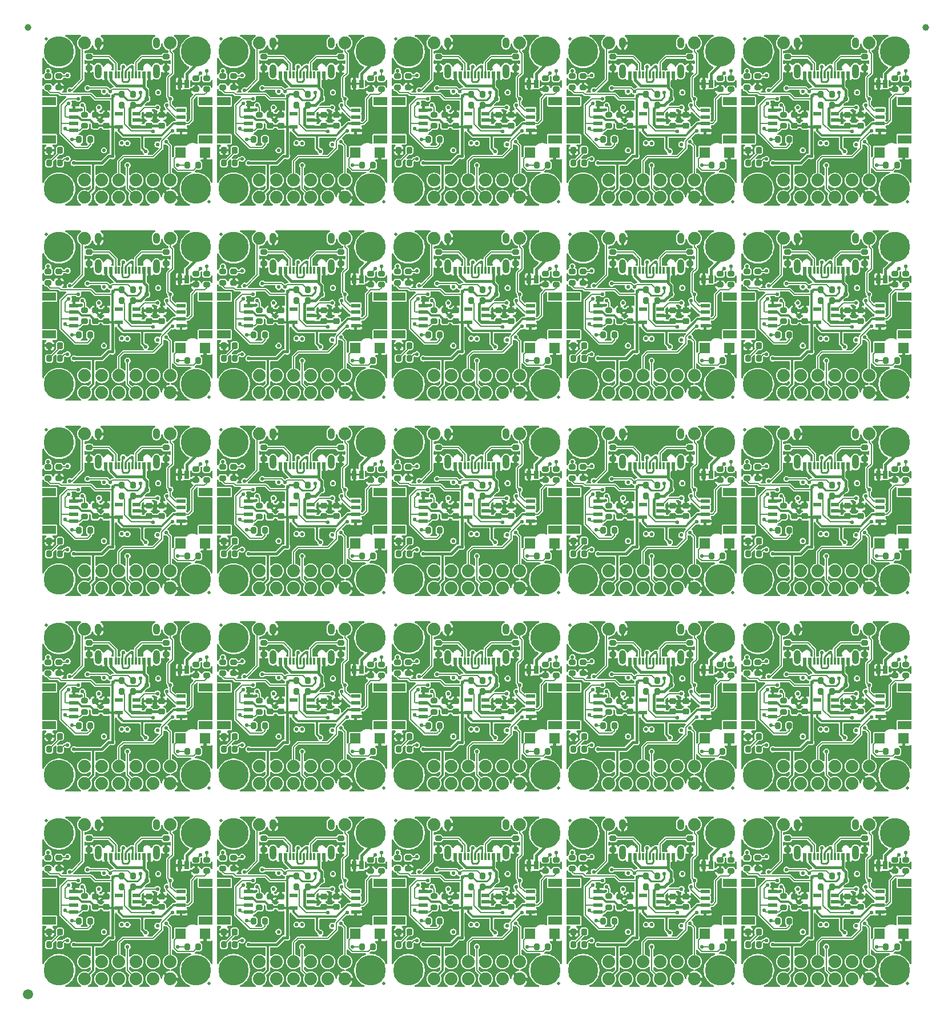
<source format=gtl>
%TF.GenerationSoftware,KiCad,Pcbnew,9.0.1*%
%TF.CreationDate,2025-09-09T14:55:51-06:00*%
%TF.ProjectId,SparkFun_Qwiic_Fingerprint_Sensor_FPC2534_panelized,53706172-6b46-4756-9e5f-51776969635f,v10*%
%TF.SameCoordinates,Original*%
%TF.FileFunction,Copper,L1,Top*%
%TF.FilePolarity,Positive*%
%FSLAX46Y46*%
G04 Gerber Fmt 4.6, Leading zero omitted, Abs format (unit mm)*
G04 Created by KiCad (PCBNEW 9.0.1) date 2025-09-09 14:55:51*
%MOMM*%
%LPD*%
G01*
G04 APERTURE LIST*
G04 Aperture macros list*
%AMRoundRect*
0 Rectangle with rounded corners*
0 $1 Rounding radius*
0 $2 $3 $4 $5 $6 $7 $8 $9 X,Y pos of 4 corners*
0 Add a 4 corners polygon primitive as box body*
4,1,4,$2,$3,$4,$5,$6,$7,$8,$9,$2,$3,0*
0 Add four circle primitives for the rounded corners*
1,1,$1+$1,$2,$3*
1,1,$1+$1,$4,$5*
1,1,$1+$1,$6,$7*
1,1,$1+$1,$8,$9*
0 Add four rect primitives between the rounded corners*
20,1,$1+$1,$2,$3,$4,$5,0*
20,1,$1+$1,$4,$5,$6,$7,0*
20,1,$1+$1,$6,$7,$8,$9,0*
20,1,$1+$1,$8,$9,$2,$3,0*%
G04 Aperture macros list end*
%TA.AperFunction,EtchedComponent*%
%ADD10C,0.000000*%
%TD*%
%TA.AperFunction,SMDPad,CuDef*%
%ADD11C,1.000000*%
%TD*%
%TA.AperFunction,SMDPad,CuDef*%
%ADD12C,1.500000*%
%TD*%
%TA.AperFunction,ComponentPad*%
%ADD13C,4.500000*%
%TD*%
%TA.AperFunction,SMDPad,CuDef*%
%ADD14RoundRect,0.225000X0.250000X-0.225000X0.250000X0.225000X-0.250000X0.225000X-0.250000X-0.225000X0*%
%TD*%
%TA.AperFunction,SMDPad,CuDef*%
%ADD15R,0.660400X1.270000*%
%TD*%
%TA.AperFunction,SMDPad,CuDef*%
%ADD16RoundRect,0.200000X-0.275000X0.200000X-0.275000X-0.200000X0.275000X-0.200000X0.275000X0.200000X0*%
%TD*%
%TA.AperFunction,ComponentPad*%
%ADD17C,1.879600*%
%TD*%
%TA.AperFunction,SMDPad,CuDef*%
%ADD18RoundRect,0.200000X0.200000X0.275000X-0.200000X0.275000X-0.200000X-0.275000X0.200000X-0.275000X0*%
%TD*%
%TA.AperFunction,SMDPad,CuDef*%
%ADD19RoundRect,0.200000X-0.200000X-0.275000X0.200000X-0.275000X0.200000X0.275000X-0.200000X0.275000X0*%
%TD*%
%TA.AperFunction,SMDPad,CuDef*%
%ADD20RoundRect,0.200000X0.275000X-0.200000X0.275000X0.200000X-0.275000X0.200000X-0.275000X-0.200000X0*%
%TD*%
%TA.AperFunction,SMDPad,CuDef*%
%ADD21RoundRect,0.375000X-0.000010X-0.000010X0.000010X-0.000010X0.000010X0.000010X-0.000010X0.000010X0*%
%TD*%
%TA.AperFunction,SMDPad,CuDef*%
%ADD22R,1.500000X1.600000*%
%TD*%
%TA.AperFunction,SMDPad,CuDef*%
%ADD23R,1.350000X0.600000*%
%TD*%
%TA.AperFunction,SMDPad,CuDef*%
%ADD24R,2.000000X1.200000*%
%TD*%
%TA.AperFunction,SMDPad,CuDef*%
%ADD25R,0.300000X1.000000*%
%TD*%
%TA.AperFunction,SMDPad,CuDef*%
%ADD26R,0.600000X1.000000*%
%TD*%
%TA.AperFunction,ComponentPad*%
%ADD27O,1.000000X1.600000*%
%TD*%
%TA.AperFunction,ComponentPad*%
%ADD28O,1.000000X2.100000*%
%TD*%
%TA.AperFunction,SMDPad,CuDef*%
%ADD29C,0.500000*%
%TD*%
%TA.AperFunction,SMDPad,CuDef*%
%ADD30R,1.200000X0.550000*%
%TD*%
%TA.AperFunction,SMDPad,CuDef*%
%ADD31RoundRect,0.218750X-0.218750X-0.256250X0.218750X-0.256250X0.218750X0.256250X-0.218750X0.256250X0*%
%TD*%
%TA.AperFunction,ViaPad*%
%ADD32C,0.560000*%
%TD*%
%TA.AperFunction,Conductor*%
%ADD33C,0.304800*%
%TD*%
%TA.AperFunction,Conductor*%
%ADD34C,0.406400*%
%TD*%
%TA.AperFunction,Conductor*%
%ADD35C,0.177800*%
%TD*%
%TA.AperFunction,Conductor*%
%ADD36C,0.152400*%
%TD*%
%TA.AperFunction,Conductor*%
%ADD37C,0.261620*%
%TD*%
G04 APERTURE END LIST*
D10*
%TA.AperFunction,EtchedComponent*%
%TO.C,JP5*%
G36*
X124805000Y133739500D02*
G01*
X124305000Y133739500D01*
X124305000Y134039500D01*
X124805000Y134039500D01*
X124805000Y133739500D01*
G37*
%TD.AperFunction*%
%TA.AperFunction,EtchedComponent*%
G36*
X124805000Y104791500D02*
G01*
X124305000Y104791500D01*
X124305000Y105091500D01*
X124805000Y105091500D01*
X124805000Y104791500D01*
G37*
%TD.AperFunction*%
%TA.AperFunction,EtchedComponent*%
G36*
X124805000Y75843500D02*
G01*
X124305000Y75843500D01*
X124305000Y76143500D01*
X124805000Y76143500D01*
X124805000Y75843500D01*
G37*
%TD.AperFunction*%
%TA.AperFunction,EtchedComponent*%
G36*
X124805000Y46895500D02*
G01*
X124305000Y46895500D01*
X124305000Y47195500D01*
X124805000Y47195500D01*
X124805000Y46895500D01*
G37*
%TD.AperFunction*%
%TA.AperFunction,EtchedComponent*%
G36*
X124805000Y17947500D02*
G01*
X124305000Y17947500D01*
X124305000Y18247500D01*
X124805000Y18247500D01*
X124805000Y17947500D01*
G37*
%TD.AperFunction*%
%TA.AperFunction,EtchedComponent*%
G36*
X98905000Y133739500D02*
G01*
X98405000Y133739500D01*
X98405000Y134039500D01*
X98905000Y134039500D01*
X98905000Y133739500D01*
G37*
%TD.AperFunction*%
%TA.AperFunction,EtchedComponent*%
G36*
X98905000Y104791500D02*
G01*
X98405000Y104791500D01*
X98405000Y105091500D01*
X98905000Y105091500D01*
X98905000Y104791500D01*
G37*
%TD.AperFunction*%
%TA.AperFunction,EtchedComponent*%
G36*
X98905000Y75843500D02*
G01*
X98405000Y75843500D01*
X98405000Y76143500D01*
X98905000Y76143500D01*
X98905000Y75843500D01*
G37*
%TD.AperFunction*%
%TA.AperFunction,EtchedComponent*%
G36*
X98905000Y46895500D02*
G01*
X98405000Y46895500D01*
X98405000Y47195500D01*
X98905000Y47195500D01*
X98905000Y46895500D01*
G37*
%TD.AperFunction*%
%TA.AperFunction,EtchedComponent*%
G36*
X98905000Y17947500D02*
G01*
X98405000Y17947500D01*
X98405000Y18247500D01*
X98905000Y18247500D01*
X98905000Y17947500D01*
G37*
%TD.AperFunction*%
%TA.AperFunction,EtchedComponent*%
G36*
X73005000Y133739500D02*
G01*
X72505000Y133739500D01*
X72505000Y134039500D01*
X73005000Y134039500D01*
X73005000Y133739500D01*
G37*
%TD.AperFunction*%
%TA.AperFunction,EtchedComponent*%
G36*
X73005000Y104791500D02*
G01*
X72505000Y104791500D01*
X72505000Y105091500D01*
X73005000Y105091500D01*
X73005000Y104791500D01*
G37*
%TD.AperFunction*%
%TA.AperFunction,EtchedComponent*%
G36*
X73005000Y75843500D02*
G01*
X72505000Y75843500D01*
X72505000Y76143500D01*
X73005000Y76143500D01*
X73005000Y75843500D01*
G37*
%TD.AperFunction*%
%TA.AperFunction,EtchedComponent*%
G36*
X73005000Y46895500D02*
G01*
X72505000Y46895500D01*
X72505000Y47195500D01*
X73005000Y47195500D01*
X73005000Y46895500D01*
G37*
%TD.AperFunction*%
%TA.AperFunction,EtchedComponent*%
G36*
X73005000Y17947500D02*
G01*
X72505000Y17947500D01*
X72505000Y18247500D01*
X73005000Y18247500D01*
X73005000Y17947500D01*
G37*
%TD.AperFunction*%
%TA.AperFunction,EtchedComponent*%
G36*
X47105000Y133739500D02*
G01*
X46605000Y133739500D01*
X46605000Y134039500D01*
X47105000Y134039500D01*
X47105000Y133739500D01*
G37*
%TD.AperFunction*%
%TA.AperFunction,EtchedComponent*%
G36*
X47105000Y104791500D02*
G01*
X46605000Y104791500D01*
X46605000Y105091500D01*
X47105000Y105091500D01*
X47105000Y104791500D01*
G37*
%TD.AperFunction*%
%TA.AperFunction,EtchedComponent*%
G36*
X47105000Y75843500D02*
G01*
X46605000Y75843500D01*
X46605000Y76143500D01*
X47105000Y76143500D01*
X47105000Y75843500D01*
G37*
%TD.AperFunction*%
%TA.AperFunction,EtchedComponent*%
G36*
X47105000Y46895500D02*
G01*
X46605000Y46895500D01*
X46605000Y47195500D01*
X47105000Y47195500D01*
X47105000Y46895500D01*
G37*
%TD.AperFunction*%
%TA.AperFunction,EtchedComponent*%
G36*
X47105000Y17947500D02*
G01*
X46605000Y17947500D01*
X46605000Y18247500D01*
X47105000Y18247500D01*
X47105000Y17947500D01*
G37*
%TD.AperFunction*%
%TA.AperFunction,EtchedComponent*%
G36*
X21205000Y133739500D02*
G01*
X20705000Y133739500D01*
X20705000Y134039500D01*
X21205000Y134039500D01*
X21205000Y133739500D01*
G37*
%TD.AperFunction*%
%TA.AperFunction,EtchedComponent*%
G36*
X21205000Y104791500D02*
G01*
X20705000Y104791500D01*
X20705000Y105091500D01*
X21205000Y105091500D01*
X21205000Y104791500D01*
G37*
%TD.AperFunction*%
%TA.AperFunction,EtchedComponent*%
G36*
X21205000Y75843500D02*
G01*
X20705000Y75843500D01*
X20705000Y76143500D01*
X21205000Y76143500D01*
X21205000Y75843500D01*
G37*
%TD.AperFunction*%
%TA.AperFunction,EtchedComponent*%
G36*
X21205000Y46895500D02*
G01*
X20705000Y46895500D01*
X20705000Y47195500D01*
X21205000Y47195500D01*
X21205000Y46895500D01*
G37*
%TD.AperFunction*%
%TA.AperFunction,EtchedComponent*%
G36*
X21205000Y17947500D02*
G01*
X20705000Y17947500D01*
X20705000Y18247500D01*
X21205000Y18247500D01*
X21205000Y17947500D01*
G37*
%TD.AperFunction*%
%TD*%
D11*
%TO.P,,*%
%TO.N,*%
X131087500Y142240000D03*
%TD*%
%TO.P,,*%
%TO.N,*%
X-2087500Y142240000D03*
%TD*%
D12*
%TO.P,,*%
%TO.N,*%
X-2087500Y-1048000D03*
%TD*%
D13*
%TO.P,ST7,1,1*%
%TO.N,EGND*%
X126460000Y118332000D03*
%TD*%
%TO.P,ST7,1,1*%
%TO.N,EGND*%
X126460000Y89384000D03*
%TD*%
%TO.P,ST7,1,1*%
%TO.N,EGND*%
X126460000Y60436000D03*
%TD*%
%TO.P,ST7,1,1*%
%TO.N,EGND*%
X126460000Y31488000D03*
%TD*%
%TO.P,ST7,1,1*%
%TO.N,EGND*%
X126460000Y2540000D03*
%TD*%
%TO.P,ST7,1,1*%
%TO.N,EGND*%
X100560000Y118332000D03*
%TD*%
%TO.P,ST7,1,1*%
%TO.N,EGND*%
X100560000Y89384000D03*
%TD*%
%TO.P,ST7,1,1*%
%TO.N,EGND*%
X100560000Y60436000D03*
%TD*%
%TO.P,ST7,1,1*%
%TO.N,EGND*%
X100560000Y31488000D03*
%TD*%
%TO.P,ST7,1,1*%
%TO.N,EGND*%
X100560000Y2540000D03*
%TD*%
%TO.P,ST7,1,1*%
%TO.N,EGND*%
X74660000Y118332000D03*
%TD*%
%TO.P,ST7,1,1*%
%TO.N,EGND*%
X74660000Y89384000D03*
%TD*%
%TO.P,ST7,1,1*%
%TO.N,EGND*%
X74660000Y60436000D03*
%TD*%
%TO.P,ST7,1,1*%
%TO.N,EGND*%
X74660000Y31488000D03*
%TD*%
%TO.P,ST7,1,1*%
%TO.N,EGND*%
X74660000Y2540000D03*
%TD*%
%TO.P,ST7,1,1*%
%TO.N,EGND*%
X48760000Y118332000D03*
%TD*%
%TO.P,ST7,1,1*%
%TO.N,EGND*%
X48760000Y89384000D03*
%TD*%
%TO.P,ST7,1,1*%
%TO.N,EGND*%
X48760000Y60436000D03*
%TD*%
%TO.P,ST7,1,1*%
%TO.N,EGND*%
X48760000Y31488000D03*
%TD*%
%TO.P,ST7,1,1*%
%TO.N,EGND*%
X48760000Y2540000D03*
%TD*%
%TO.P,ST7,1,1*%
%TO.N,EGND*%
X22860000Y118332000D03*
%TD*%
%TO.P,ST7,1,1*%
%TO.N,EGND*%
X22860000Y89384000D03*
%TD*%
%TO.P,ST7,1,1*%
%TO.N,EGND*%
X22860000Y60436000D03*
%TD*%
%TO.P,ST7,1,1*%
%TO.N,EGND*%
X22860000Y31488000D03*
%TD*%
D14*
%TO.P,C3,1*%
%TO.N,VBUS*%
X121380000Y127717000D03*
%TO.P,C3,2*%
%TO.N,GND*%
X121380000Y129267000D03*
%TD*%
%TO.P,C3,1*%
%TO.N,VBUS*%
X121380000Y98769000D03*
%TO.P,C3,2*%
%TO.N,GND*%
X121380000Y100319000D03*
%TD*%
%TO.P,C3,1*%
%TO.N,VBUS*%
X121380000Y69821000D03*
%TO.P,C3,2*%
%TO.N,GND*%
X121380000Y71371000D03*
%TD*%
%TO.P,C3,1*%
%TO.N,VBUS*%
X121380000Y40873000D03*
%TO.P,C3,2*%
%TO.N,GND*%
X121380000Y42423000D03*
%TD*%
%TO.P,C3,1*%
%TO.N,VBUS*%
X121380000Y11925000D03*
%TO.P,C3,2*%
%TO.N,GND*%
X121380000Y13475000D03*
%TD*%
%TO.P,C3,1*%
%TO.N,VBUS*%
X95480000Y127717000D03*
%TO.P,C3,2*%
%TO.N,GND*%
X95480000Y129267000D03*
%TD*%
%TO.P,C3,1*%
%TO.N,VBUS*%
X95480000Y98769000D03*
%TO.P,C3,2*%
%TO.N,GND*%
X95480000Y100319000D03*
%TD*%
%TO.P,C3,1*%
%TO.N,VBUS*%
X95480000Y69821000D03*
%TO.P,C3,2*%
%TO.N,GND*%
X95480000Y71371000D03*
%TD*%
%TO.P,C3,1*%
%TO.N,VBUS*%
X95480000Y40873000D03*
%TO.P,C3,2*%
%TO.N,GND*%
X95480000Y42423000D03*
%TD*%
%TO.P,C3,1*%
%TO.N,VBUS*%
X95480000Y11925000D03*
%TO.P,C3,2*%
%TO.N,GND*%
X95480000Y13475000D03*
%TD*%
%TO.P,C3,1*%
%TO.N,VBUS*%
X69580000Y127717000D03*
%TO.P,C3,2*%
%TO.N,GND*%
X69580000Y129267000D03*
%TD*%
%TO.P,C3,1*%
%TO.N,VBUS*%
X69580000Y98769000D03*
%TO.P,C3,2*%
%TO.N,GND*%
X69580000Y100319000D03*
%TD*%
%TO.P,C3,1*%
%TO.N,VBUS*%
X69580000Y69821000D03*
%TO.P,C3,2*%
%TO.N,GND*%
X69580000Y71371000D03*
%TD*%
%TO.P,C3,1*%
%TO.N,VBUS*%
X69580000Y40873000D03*
%TO.P,C3,2*%
%TO.N,GND*%
X69580000Y42423000D03*
%TD*%
%TO.P,C3,1*%
%TO.N,VBUS*%
X69580000Y11925000D03*
%TO.P,C3,2*%
%TO.N,GND*%
X69580000Y13475000D03*
%TD*%
%TO.P,C3,1*%
%TO.N,VBUS*%
X43680000Y127717000D03*
%TO.P,C3,2*%
%TO.N,GND*%
X43680000Y129267000D03*
%TD*%
%TO.P,C3,1*%
%TO.N,VBUS*%
X43680000Y98769000D03*
%TO.P,C3,2*%
%TO.N,GND*%
X43680000Y100319000D03*
%TD*%
%TO.P,C3,1*%
%TO.N,VBUS*%
X43680000Y69821000D03*
%TO.P,C3,2*%
%TO.N,GND*%
X43680000Y71371000D03*
%TD*%
%TO.P,C3,1*%
%TO.N,VBUS*%
X43680000Y40873000D03*
%TO.P,C3,2*%
%TO.N,GND*%
X43680000Y42423000D03*
%TD*%
%TO.P,C3,1*%
%TO.N,VBUS*%
X43680000Y11925000D03*
%TO.P,C3,2*%
%TO.N,GND*%
X43680000Y13475000D03*
%TD*%
%TO.P,C3,1*%
%TO.N,VBUS*%
X17780000Y127717000D03*
%TO.P,C3,2*%
%TO.N,GND*%
X17780000Y129267000D03*
%TD*%
%TO.P,C3,1*%
%TO.N,VBUS*%
X17780000Y98769000D03*
%TO.P,C3,2*%
%TO.N,GND*%
X17780000Y100319000D03*
%TD*%
%TO.P,C3,1*%
%TO.N,VBUS*%
X17780000Y69821000D03*
%TO.P,C3,2*%
%TO.N,GND*%
X17780000Y71371000D03*
%TD*%
%TO.P,C3,1*%
%TO.N,VBUS*%
X17780000Y40873000D03*
%TO.P,C3,2*%
%TO.N,GND*%
X17780000Y42423000D03*
%TD*%
%TO.P,C2,1*%
%TO.N,VBUS*%
X119475000Y127717000D03*
%TO.P,C2,2*%
%TO.N,GND*%
X119475000Y129267000D03*
%TD*%
%TO.P,C2,1*%
%TO.N,VBUS*%
X119475000Y98769000D03*
%TO.P,C2,2*%
%TO.N,GND*%
X119475000Y100319000D03*
%TD*%
%TO.P,C2,1*%
%TO.N,VBUS*%
X119475000Y69821000D03*
%TO.P,C2,2*%
%TO.N,GND*%
X119475000Y71371000D03*
%TD*%
%TO.P,C2,1*%
%TO.N,VBUS*%
X119475000Y40873000D03*
%TO.P,C2,2*%
%TO.N,GND*%
X119475000Y42423000D03*
%TD*%
%TO.P,C2,1*%
%TO.N,VBUS*%
X119475000Y11925000D03*
%TO.P,C2,2*%
%TO.N,GND*%
X119475000Y13475000D03*
%TD*%
%TO.P,C2,1*%
%TO.N,VBUS*%
X93575000Y127717000D03*
%TO.P,C2,2*%
%TO.N,GND*%
X93575000Y129267000D03*
%TD*%
%TO.P,C2,1*%
%TO.N,VBUS*%
X93575000Y98769000D03*
%TO.P,C2,2*%
%TO.N,GND*%
X93575000Y100319000D03*
%TD*%
%TO.P,C2,1*%
%TO.N,VBUS*%
X93575000Y69821000D03*
%TO.P,C2,2*%
%TO.N,GND*%
X93575000Y71371000D03*
%TD*%
%TO.P,C2,1*%
%TO.N,VBUS*%
X93575000Y40873000D03*
%TO.P,C2,2*%
%TO.N,GND*%
X93575000Y42423000D03*
%TD*%
%TO.P,C2,1*%
%TO.N,VBUS*%
X93575000Y11925000D03*
%TO.P,C2,2*%
%TO.N,GND*%
X93575000Y13475000D03*
%TD*%
%TO.P,C2,1*%
%TO.N,VBUS*%
X67675000Y127717000D03*
%TO.P,C2,2*%
%TO.N,GND*%
X67675000Y129267000D03*
%TD*%
%TO.P,C2,1*%
%TO.N,VBUS*%
X67675000Y98769000D03*
%TO.P,C2,2*%
%TO.N,GND*%
X67675000Y100319000D03*
%TD*%
%TO.P,C2,1*%
%TO.N,VBUS*%
X67675000Y69821000D03*
%TO.P,C2,2*%
%TO.N,GND*%
X67675000Y71371000D03*
%TD*%
%TO.P,C2,1*%
%TO.N,VBUS*%
X67675000Y40873000D03*
%TO.P,C2,2*%
%TO.N,GND*%
X67675000Y42423000D03*
%TD*%
%TO.P,C2,1*%
%TO.N,VBUS*%
X67675000Y11925000D03*
%TO.P,C2,2*%
%TO.N,GND*%
X67675000Y13475000D03*
%TD*%
%TO.P,C2,1*%
%TO.N,VBUS*%
X41775000Y127717000D03*
%TO.P,C2,2*%
%TO.N,GND*%
X41775000Y129267000D03*
%TD*%
%TO.P,C2,1*%
%TO.N,VBUS*%
X41775000Y98769000D03*
%TO.P,C2,2*%
%TO.N,GND*%
X41775000Y100319000D03*
%TD*%
%TO.P,C2,1*%
%TO.N,VBUS*%
X41775000Y69821000D03*
%TO.P,C2,2*%
%TO.N,GND*%
X41775000Y71371000D03*
%TD*%
%TO.P,C2,1*%
%TO.N,VBUS*%
X41775000Y40873000D03*
%TO.P,C2,2*%
%TO.N,GND*%
X41775000Y42423000D03*
%TD*%
%TO.P,C2,1*%
%TO.N,VBUS*%
X41775000Y11925000D03*
%TO.P,C2,2*%
%TO.N,GND*%
X41775000Y13475000D03*
%TD*%
%TO.P,C2,1*%
%TO.N,VBUS*%
X15875000Y127717000D03*
%TO.P,C2,2*%
%TO.N,GND*%
X15875000Y129267000D03*
%TD*%
%TO.P,C2,1*%
%TO.N,VBUS*%
X15875000Y98769000D03*
%TO.P,C2,2*%
%TO.N,GND*%
X15875000Y100319000D03*
%TD*%
%TO.P,C2,1*%
%TO.N,VBUS*%
X15875000Y69821000D03*
%TO.P,C2,2*%
%TO.N,GND*%
X15875000Y71371000D03*
%TD*%
%TO.P,C2,1*%
%TO.N,VBUS*%
X15875000Y40873000D03*
%TO.P,C2,2*%
%TO.N,GND*%
X15875000Y42423000D03*
%TD*%
D15*
%TO.P,JP5,1,A*%
%TO.N,EGND*%
X125075700Y133889500D03*
%TO.P,JP5,2,B*%
%TO.N,GND*%
X124034300Y133889500D03*
%TD*%
%TO.P,JP5,1,A*%
%TO.N,EGND*%
X125075700Y104941500D03*
%TO.P,JP5,2,B*%
%TO.N,GND*%
X124034300Y104941500D03*
%TD*%
%TO.P,JP5,1,A*%
%TO.N,EGND*%
X125075700Y75993500D03*
%TO.P,JP5,2,B*%
%TO.N,GND*%
X124034300Y75993500D03*
%TD*%
%TO.P,JP5,1,A*%
%TO.N,EGND*%
X125075700Y47045500D03*
%TO.P,JP5,2,B*%
%TO.N,GND*%
X124034300Y47045500D03*
%TD*%
%TO.P,JP5,1,A*%
%TO.N,EGND*%
X125075700Y18097500D03*
%TO.P,JP5,2,B*%
%TO.N,GND*%
X124034300Y18097500D03*
%TD*%
%TO.P,JP5,1,A*%
%TO.N,EGND*%
X99175700Y133889500D03*
%TO.P,JP5,2,B*%
%TO.N,GND*%
X98134300Y133889500D03*
%TD*%
%TO.P,JP5,1,A*%
%TO.N,EGND*%
X99175700Y104941500D03*
%TO.P,JP5,2,B*%
%TO.N,GND*%
X98134300Y104941500D03*
%TD*%
%TO.P,JP5,1,A*%
%TO.N,EGND*%
X99175700Y75993500D03*
%TO.P,JP5,2,B*%
%TO.N,GND*%
X98134300Y75993500D03*
%TD*%
%TO.P,JP5,1,A*%
%TO.N,EGND*%
X99175700Y47045500D03*
%TO.P,JP5,2,B*%
%TO.N,GND*%
X98134300Y47045500D03*
%TD*%
%TO.P,JP5,1,A*%
%TO.N,EGND*%
X99175700Y18097500D03*
%TO.P,JP5,2,B*%
%TO.N,GND*%
X98134300Y18097500D03*
%TD*%
%TO.P,JP5,1,A*%
%TO.N,EGND*%
X73275700Y133889500D03*
%TO.P,JP5,2,B*%
%TO.N,GND*%
X72234300Y133889500D03*
%TD*%
%TO.P,JP5,1,A*%
%TO.N,EGND*%
X73275700Y104941500D03*
%TO.P,JP5,2,B*%
%TO.N,GND*%
X72234300Y104941500D03*
%TD*%
%TO.P,JP5,1,A*%
%TO.N,EGND*%
X73275700Y75993500D03*
%TO.P,JP5,2,B*%
%TO.N,GND*%
X72234300Y75993500D03*
%TD*%
%TO.P,JP5,1,A*%
%TO.N,EGND*%
X73275700Y47045500D03*
%TO.P,JP5,2,B*%
%TO.N,GND*%
X72234300Y47045500D03*
%TD*%
%TO.P,JP5,1,A*%
%TO.N,EGND*%
X73275700Y18097500D03*
%TO.P,JP5,2,B*%
%TO.N,GND*%
X72234300Y18097500D03*
%TD*%
%TO.P,JP5,1,A*%
%TO.N,EGND*%
X47375700Y133889500D03*
%TO.P,JP5,2,B*%
%TO.N,GND*%
X46334300Y133889500D03*
%TD*%
%TO.P,JP5,1,A*%
%TO.N,EGND*%
X47375700Y104941500D03*
%TO.P,JP5,2,B*%
%TO.N,GND*%
X46334300Y104941500D03*
%TD*%
%TO.P,JP5,1,A*%
%TO.N,EGND*%
X47375700Y75993500D03*
%TO.P,JP5,2,B*%
%TO.N,GND*%
X46334300Y75993500D03*
%TD*%
%TO.P,JP5,1,A*%
%TO.N,EGND*%
X47375700Y47045500D03*
%TO.P,JP5,2,B*%
%TO.N,GND*%
X46334300Y47045500D03*
%TD*%
%TO.P,JP5,1,A*%
%TO.N,EGND*%
X47375700Y18097500D03*
%TO.P,JP5,2,B*%
%TO.N,GND*%
X46334300Y18097500D03*
%TD*%
%TO.P,JP5,1,A*%
%TO.N,EGND*%
X21475700Y133889500D03*
%TO.P,JP5,2,B*%
%TO.N,GND*%
X20434300Y133889500D03*
%TD*%
%TO.P,JP5,1,A*%
%TO.N,EGND*%
X21475700Y104941500D03*
%TO.P,JP5,2,B*%
%TO.N,GND*%
X20434300Y104941500D03*
%TD*%
%TO.P,JP5,1,A*%
%TO.N,EGND*%
X21475700Y75993500D03*
%TO.P,JP5,2,B*%
%TO.N,GND*%
X20434300Y75993500D03*
%TD*%
%TO.P,JP5,1,A*%
%TO.N,EGND*%
X21475700Y47045500D03*
%TO.P,JP5,2,B*%
%TO.N,GND*%
X20434300Y47045500D03*
%TD*%
D16*
%TO.P,R5,1*%
%TO.N,Net-(JP2-B)*%
X104552500Y135032000D03*
%TO.P,R5,2*%
%TO.N,3.3V*%
X104552500Y133382000D03*
%TD*%
%TO.P,R5,1*%
%TO.N,Net-(JP2-B)*%
X104552500Y106084000D03*
%TO.P,R5,2*%
%TO.N,3.3V*%
X104552500Y104434000D03*
%TD*%
%TO.P,R5,1*%
%TO.N,Net-(JP2-B)*%
X104552500Y77136000D03*
%TO.P,R5,2*%
%TO.N,3.3V*%
X104552500Y75486000D03*
%TD*%
%TO.P,R5,1*%
%TO.N,Net-(JP2-B)*%
X104552500Y48188000D03*
%TO.P,R5,2*%
%TO.N,3.3V*%
X104552500Y46538000D03*
%TD*%
%TO.P,R5,1*%
%TO.N,Net-(JP2-B)*%
X104552500Y19240000D03*
%TO.P,R5,2*%
%TO.N,3.3V*%
X104552500Y17590000D03*
%TD*%
%TO.P,R5,1*%
%TO.N,Net-(JP2-B)*%
X78652500Y135032000D03*
%TO.P,R5,2*%
%TO.N,3.3V*%
X78652500Y133382000D03*
%TD*%
%TO.P,R5,1*%
%TO.N,Net-(JP2-B)*%
X78652500Y106084000D03*
%TO.P,R5,2*%
%TO.N,3.3V*%
X78652500Y104434000D03*
%TD*%
%TO.P,R5,1*%
%TO.N,Net-(JP2-B)*%
X78652500Y77136000D03*
%TO.P,R5,2*%
%TO.N,3.3V*%
X78652500Y75486000D03*
%TD*%
%TO.P,R5,1*%
%TO.N,Net-(JP2-B)*%
X78652500Y48188000D03*
%TO.P,R5,2*%
%TO.N,3.3V*%
X78652500Y46538000D03*
%TD*%
%TO.P,R5,1*%
%TO.N,Net-(JP2-B)*%
X78652500Y19240000D03*
%TO.P,R5,2*%
%TO.N,3.3V*%
X78652500Y17590000D03*
%TD*%
%TO.P,R5,1*%
%TO.N,Net-(JP2-B)*%
X52752500Y135032000D03*
%TO.P,R5,2*%
%TO.N,3.3V*%
X52752500Y133382000D03*
%TD*%
%TO.P,R5,1*%
%TO.N,Net-(JP2-B)*%
X52752500Y106084000D03*
%TO.P,R5,2*%
%TO.N,3.3V*%
X52752500Y104434000D03*
%TD*%
%TO.P,R5,1*%
%TO.N,Net-(JP2-B)*%
X52752500Y77136000D03*
%TO.P,R5,2*%
%TO.N,3.3V*%
X52752500Y75486000D03*
%TD*%
%TO.P,R5,1*%
%TO.N,Net-(JP2-B)*%
X52752500Y48188000D03*
%TO.P,R5,2*%
%TO.N,3.3V*%
X52752500Y46538000D03*
%TD*%
%TO.P,R5,1*%
%TO.N,Net-(JP2-B)*%
X52752500Y19240000D03*
%TO.P,R5,2*%
%TO.N,3.3V*%
X52752500Y17590000D03*
%TD*%
%TO.P,R5,1*%
%TO.N,Net-(JP2-B)*%
X26852500Y135032000D03*
%TO.P,R5,2*%
%TO.N,3.3V*%
X26852500Y133382000D03*
%TD*%
%TO.P,R5,1*%
%TO.N,Net-(JP2-B)*%
X26852500Y106084000D03*
%TO.P,R5,2*%
%TO.N,3.3V*%
X26852500Y104434000D03*
%TD*%
%TO.P,R5,1*%
%TO.N,Net-(JP2-B)*%
X26852500Y77136000D03*
%TO.P,R5,2*%
%TO.N,3.3V*%
X26852500Y75486000D03*
%TD*%
%TO.P,R5,1*%
%TO.N,Net-(JP2-B)*%
X26852500Y48188000D03*
%TO.P,R5,2*%
%TO.N,3.3V*%
X26852500Y46538000D03*
%TD*%
%TO.P,R5,1*%
%TO.N,Net-(JP2-B)*%
X26852500Y19240000D03*
%TO.P,R5,2*%
%TO.N,3.3V*%
X26852500Y17590000D03*
%TD*%
%TO.P,R5,1*%
%TO.N,Net-(JP2-B)*%
X952500Y135032000D03*
%TO.P,R5,2*%
%TO.N,3.3V*%
X952500Y133382000D03*
%TD*%
%TO.P,R5,1*%
%TO.N,Net-(JP2-B)*%
X952500Y106084000D03*
%TO.P,R5,2*%
%TO.N,3.3V*%
X952500Y104434000D03*
%TD*%
%TO.P,R5,1*%
%TO.N,Net-(JP2-B)*%
X952500Y77136000D03*
%TO.P,R5,2*%
%TO.N,3.3V*%
X952500Y75486000D03*
%TD*%
%TO.P,R5,1*%
%TO.N,Net-(JP2-B)*%
X952500Y48188000D03*
%TO.P,R5,2*%
%TO.N,3.3V*%
X952500Y46538000D03*
%TD*%
D17*
%TO.P,J7,1,Pin_1*%
%TO.N,3.3V*%
X109950000Y117062000D03*
%TO.P,J7,2,Pin_2*%
%TO.N,IRQ*%
X112490000Y117062000D03*
%TO.P,J7,3,Pin_3*%
%TO.N,TX*%
X115030000Y117062000D03*
%TO.P,J7,4,Pin_4*%
%TO.N,RX*%
X117570000Y117062000D03*
%TO.P,J7,5,Pin_5*%
%TO.N,GPIO1*%
X120110000Y117062000D03*
%TO.P,J7,6,Pin_6*%
%TO.N,GND*%
X122650000Y117062000D03*
%TD*%
%TO.P,J7,1,Pin_1*%
%TO.N,3.3V*%
X109950000Y88114000D03*
%TO.P,J7,2,Pin_2*%
%TO.N,IRQ*%
X112490000Y88114000D03*
%TO.P,J7,3,Pin_3*%
%TO.N,TX*%
X115030000Y88114000D03*
%TO.P,J7,4,Pin_4*%
%TO.N,RX*%
X117570000Y88114000D03*
%TO.P,J7,5,Pin_5*%
%TO.N,GPIO1*%
X120110000Y88114000D03*
%TO.P,J7,6,Pin_6*%
%TO.N,GND*%
X122650000Y88114000D03*
%TD*%
%TO.P,J7,1,Pin_1*%
%TO.N,3.3V*%
X109950000Y59166000D03*
%TO.P,J7,2,Pin_2*%
%TO.N,IRQ*%
X112490000Y59166000D03*
%TO.P,J7,3,Pin_3*%
%TO.N,TX*%
X115030000Y59166000D03*
%TO.P,J7,4,Pin_4*%
%TO.N,RX*%
X117570000Y59166000D03*
%TO.P,J7,5,Pin_5*%
%TO.N,GPIO1*%
X120110000Y59166000D03*
%TO.P,J7,6,Pin_6*%
%TO.N,GND*%
X122650000Y59166000D03*
%TD*%
%TO.P,J7,1,Pin_1*%
%TO.N,3.3V*%
X109950000Y30218000D03*
%TO.P,J7,2,Pin_2*%
%TO.N,IRQ*%
X112490000Y30218000D03*
%TO.P,J7,3,Pin_3*%
%TO.N,TX*%
X115030000Y30218000D03*
%TO.P,J7,4,Pin_4*%
%TO.N,RX*%
X117570000Y30218000D03*
%TO.P,J7,5,Pin_5*%
%TO.N,GPIO1*%
X120110000Y30218000D03*
%TO.P,J7,6,Pin_6*%
%TO.N,GND*%
X122650000Y30218000D03*
%TD*%
%TO.P,J7,1,Pin_1*%
%TO.N,3.3V*%
X109950000Y1270000D03*
%TO.P,J7,2,Pin_2*%
%TO.N,IRQ*%
X112490000Y1270000D03*
%TO.P,J7,3,Pin_3*%
%TO.N,TX*%
X115030000Y1270000D03*
%TO.P,J7,4,Pin_4*%
%TO.N,RX*%
X117570000Y1270000D03*
%TO.P,J7,5,Pin_5*%
%TO.N,GPIO1*%
X120110000Y1270000D03*
%TO.P,J7,6,Pin_6*%
%TO.N,GND*%
X122650000Y1270000D03*
%TD*%
%TO.P,J7,1,Pin_1*%
%TO.N,3.3V*%
X84050000Y117062000D03*
%TO.P,J7,2,Pin_2*%
%TO.N,IRQ*%
X86590000Y117062000D03*
%TO.P,J7,3,Pin_3*%
%TO.N,TX*%
X89130000Y117062000D03*
%TO.P,J7,4,Pin_4*%
%TO.N,RX*%
X91670000Y117062000D03*
%TO.P,J7,5,Pin_5*%
%TO.N,GPIO1*%
X94210000Y117062000D03*
%TO.P,J7,6,Pin_6*%
%TO.N,GND*%
X96750000Y117062000D03*
%TD*%
%TO.P,J7,1,Pin_1*%
%TO.N,3.3V*%
X84050000Y88114000D03*
%TO.P,J7,2,Pin_2*%
%TO.N,IRQ*%
X86590000Y88114000D03*
%TO.P,J7,3,Pin_3*%
%TO.N,TX*%
X89130000Y88114000D03*
%TO.P,J7,4,Pin_4*%
%TO.N,RX*%
X91670000Y88114000D03*
%TO.P,J7,5,Pin_5*%
%TO.N,GPIO1*%
X94210000Y88114000D03*
%TO.P,J7,6,Pin_6*%
%TO.N,GND*%
X96750000Y88114000D03*
%TD*%
%TO.P,J7,1,Pin_1*%
%TO.N,3.3V*%
X84050000Y59166000D03*
%TO.P,J7,2,Pin_2*%
%TO.N,IRQ*%
X86590000Y59166000D03*
%TO.P,J7,3,Pin_3*%
%TO.N,TX*%
X89130000Y59166000D03*
%TO.P,J7,4,Pin_4*%
%TO.N,RX*%
X91670000Y59166000D03*
%TO.P,J7,5,Pin_5*%
%TO.N,GPIO1*%
X94210000Y59166000D03*
%TO.P,J7,6,Pin_6*%
%TO.N,GND*%
X96750000Y59166000D03*
%TD*%
%TO.P,J7,1,Pin_1*%
%TO.N,3.3V*%
X84050000Y30218000D03*
%TO.P,J7,2,Pin_2*%
%TO.N,IRQ*%
X86590000Y30218000D03*
%TO.P,J7,3,Pin_3*%
%TO.N,TX*%
X89130000Y30218000D03*
%TO.P,J7,4,Pin_4*%
%TO.N,RX*%
X91670000Y30218000D03*
%TO.P,J7,5,Pin_5*%
%TO.N,GPIO1*%
X94210000Y30218000D03*
%TO.P,J7,6,Pin_6*%
%TO.N,GND*%
X96750000Y30218000D03*
%TD*%
%TO.P,J7,1,Pin_1*%
%TO.N,3.3V*%
X84050000Y1270000D03*
%TO.P,J7,2,Pin_2*%
%TO.N,IRQ*%
X86590000Y1270000D03*
%TO.P,J7,3,Pin_3*%
%TO.N,TX*%
X89130000Y1270000D03*
%TO.P,J7,4,Pin_4*%
%TO.N,RX*%
X91670000Y1270000D03*
%TO.P,J7,5,Pin_5*%
%TO.N,GPIO1*%
X94210000Y1270000D03*
%TO.P,J7,6,Pin_6*%
%TO.N,GND*%
X96750000Y1270000D03*
%TD*%
%TO.P,J7,1,Pin_1*%
%TO.N,3.3V*%
X58150000Y117062000D03*
%TO.P,J7,2,Pin_2*%
%TO.N,IRQ*%
X60690000Y117062000D03*
%TO.P,J7,3,Pin_3*%
%TO.N,TX*%
X63230000Y117062000D03*
%TO.P,J7,4,Pin_4*%
%TO.N,RX*%
X65770000Y117062000D03*
%TO.P,J7,5,Pin_5*%
%TO.N,GPIO1*%
X68310000Y117062000D03*
%TO.P,J7,6,Pin_6*%
%TO.N,GND*%
X70850000Y117062000D03*
%TD*%
%TO.P,J7,1,Pin_1*%
%TO.N,3.3V*%
X58150000Y88114000D03*
%TO.P,J7,2,Pin_2*%
%TO.N,IRQ*%
X60690000Y88114000D03*
%TO.P,J7,3,Pin_3*%
%TO.N,TX*%
X63230000Y88114000D03*
%TO.P,J7,4,Pin_4*%
%TO.N,RX*%
X65770000Y88114000D03*
%TO.P,J7,5,Pin_5*%
%TO.N,GPIO1*%
X68310000Y88114000D03*
%TO.P,J7,6,Pin_6*%
%TO.N,GND*%
X70850000Y88114000D03*
%TD*%
%TO.P,J7,1,Pin_1*%
%TO.N,3.3V*%
X58150000Y59166000D03*
%TO.P,J7,2,Pin_2*%
%TO.N,IRQ*%
X60690000Y59166000D03*
%TO.P,J7,3,Pin_3*%
%TO.N,TX*%
X63230000Y59166000D03*
%TO.P,J7,4,Pin_4*%
%TO.N,RX*%
X65770000Y59166000D03*
%TO.P,J7,5,Pin_5*%
%TO.N,GPIO1*%
X68310000Y59166000D03*
%TO.P,J7,6,Pin_6*%
%TO.N,GND*%
X70850000Y59166000D03*
%TD*%
%TO.P,J7,1,Pin_1*%
%TO.N,3.3V*%
X58150000Y30218000D03*
%TO.P,J7,2,Pin_2*%
%TO.N,IRQ*%
X60690000Y30218000D03*
%TO.P,J7,3,Pin_3*%
%TO.N,TX*%
X63230000Y30218000D03*
%TO.P,J7,4,Pin_4*%
%TO.N,RX*%
X65770000Y30218000D03*
%TO.P,J7,5,Pin_5*%
%TO.N,GPIO1*%
X68310000Y30218000D03*
%TO.P,J7,6,Pin_6*%
%TO.N,GND*%
X70850000Y30218000D03*
%TD*%
%TO.P,J7,1,Pin_1*%
%TO.N,3.3V*%
X58150000Y1270000D03*
%TO.P,J7,2,Pin_2*%
%TO.N,IRQ*%
X60690000Y1270000D03*
%TO.P,J7,3,Pin_3*%
%TO.N,TX*%
X63230000Y1270000D03*
%TO.P,J7,4,Pin_4*%
%TO.N,RX*%
X65770000Y1270000D03*
%TO.P,J7,5,Pin_5*%
%TO.N,GPIO1*%
X68310000Y1270000D03*
%TO.P,J7,6,Pin_6*%
%TO.N,GND*%
X70850000Y1270000D03*
%TD*%
%TO.P,J7,1,Pin_1*%
%TO.N,3.3V*%
X32250000Y117062000D03*
%TO.P,J7,2,Pin_2*%
%TO.N,IRQ*%
X34790000Y117062000D03*
%TO.P,J7,3,Pin_3*%
%TO.N,TX*%
X37330000Y117062000D03*
%TO.P,J7,4,Pin_4*%
%TO.N,RX*%
X39870000Y117062000D03*
%TO.P,J7,5,Pin_5*%
%TO.N,GPIO1*%
X42410000Y117062000D03*
%TO.P,J7,6,Pin_6*%
%TO.N,GND*%
X44950000Y117062000D03*
%TD*%
%TO.P,J7,1,Pin_1*%
%TO.N,3.3V*%
X32250000Y88114000D03*
%TO.P,J7,2,Pin_2*%
%TO.N,IRQ*%
X34790000Y88114000D03*
%TO.P,J7,3,Pin_3*%
%TO.N,TX*%
X37330000Y88114000D03*
%TO.P,J7,4,Pin_4*%
%TO.N,RX*%
X39870000Y88114000D03*
%TO.P,J7,5,Pin_5*%
%TO.N,GPIO1*%
X42410000Y88114000D03*
%TO.P,J7,6,Pin_6*%
%TO.N,GND*%
X44950000Y88114000D03*
%TD*%
%TO.P,J7,1,Pin_1*%
%TO.N,3.3V*%
X32250000Y59166000D03*
%TO.P,J7,2,Pin_2*%
%TO.N,IRQ*%
X34790000Y59166000D03*
%TO.P,J7,3,Pin_3*%
%TO.N,TX*%
X37330000Y59166000D03*
%TO.P,J7,4,Pin_4*%
%TO.N,RX*%
X39870000Y59166000D03*
%TO.P,J7,5,Pin_5*%
%TO.N,GPIO1*%
X42410000Y59166000D03*
%TO.P,J7,6,Pin_6*%
%TO.N,GND*%
X44950000Y59166000D03*
%TD*%
%TO.P,J7,1,Pin_1*%
%TO.N,3.3V*%
X32250000Y30218000D03*
%TO.P,J7,2,Pin_2*%
%TO.N,IRQ*%
X34790000Y30218000D03*
%TO.P,J7,3,Pin_3*%
%TO.N,TX*%
X37330000Y30218000D03*
%TO.P,J7,4,Pin_4*%
%TO.N,RX*%
X39870000Y30218000D03*
%TO.P,J7,5,Pin_5*%
%TO.N,GPIO1*%
X42410000Y30218000D03*
%TO.P,J7,6,Pin_6*%
%TO.N,GND*%
X44950000Y30218000D03*
%TD*%
%TO.P,J7,1,Pin_1*%
%TO.N,3.3V*%
X32250000Y1270000D03*
%TO.P,J7,2,Pin_2*%
%TO.N,IRQ*%
X34790000Y1270000D03*
%TO.P,J7,3,Pin_3*%
%TO.N,TX*%
X37330000Y1270000D03*
%TO.P,J7,4,Pin_4*%
%TO.N,RX*%
X39870000Y1270000D03*
%TO.P,J7,5,Pin_5*%
%TO.N,GPIO1*%
X42410000Y1270000D03*
%TO.P,J7,6,Pin_6*%
%TO.N,GND*%
X44950000Y1270000D03*
%TD*%
%TO.P,J7,1,Pin_1*%
%TO.N,3.3V*%
X6350000Y117062000D03*
%TO.P,J7,2,Pin_2*%
%TO.N,IRQ*%
X8890000Y117062000D03*
%TO.P,J7,3,Pin_3*%
%TO.N,TX*%
X11430000Y117062000D03*
%TO.P,J7,4,Pin_4*%
%TO.N,RX*%
X13970000Y117062000D03*
%TO.P,J7,5,Pin_5*%
%TO.N,GPIO1*%
X16510000Y117062000D03*
%TO.P,J7,6,Pin_6*%
%TO.N,GND*%
X19050000Y117062000D03*
%TD*%
%TO.P,J7,1,Pin_1*%
%TO.N,3.3V*%
X6350000Y88114000D03*
%TO.P,J7,2,Pin_2*%
%TO.N,IRQ*%
X8890000Y88114000D03*
%TO.P,J7,3,Pin_3*%
%TO.N,TX*%
X11430000Y88114000D03*
%TO.P,J7,4,Pin_4*%
%TO.N,RX*%
X13970000Y88114000D03*
%TO.P,J7,5,Pin_5*%
%TO.N,GPIO1*%
X16510000Y88114000D03*
%TO.P,J7,6,Pin_6*%
%TO.N,GND*%
X19050000Y88114000D03*
%TD*%
%TO.P,J7,1,Pin_1*%
%TO.N,3.3V*%
X6350000Y59166000D03*
%TO.P,J7,2,Pin_2*%
%TO.N,IRQ*%
X8890000Y59166000D03*
%TO.P,J7,3,Pin_3*%
%TO.N,TX*%
X11430000Y59166000D03*
%TO.P,J7,4,Pin_4*%
%TO.N,RX*%
X13970000Y59166000D03*
%TO.P,J7,5,Pin_5*%
%TO.N,GPIO1*%
X16510000Y59166000D03*
%TO.P,J7,6,Pin_6*%
%TO.N,GND*%
X19050000Y59166000D03*
%TD*%
%TO.P,J7,1,Pin_1*%
%TO.N,3.3V*%
X6350000Y30218000D03*
%TO.P,J7,2,Pin_2*%
%TO.N,IRQ*%
X8890000Y30218000D03*
%TO.P,J7,3,Pin_3*%
%TO.N,TX*%
X11430000Y30218000D03*
%TO.P,J7,4,Pin_4*%
%TO.N,RX*%
X13970000Y30218000D03*
%TO.P,J7,5,Pin_5*%
%TO.N,GPIO1*%
X16510000Y30218000D03*
%TO.P,J7,6,Pin_6*%
%TO.N,GND*%
X19050000Y30218000D03*
%TD*%
D18*
%TO.P,R10,1*%
%TO.N,Net-(D2-A)*%
X126808750Y121824500D03*
%TO.P,R10,2*%
%TO.N,GPIO1*%
X125158750Y121824500D03*
%TD*%
%TO.P,R10,1*%
%TO.N,Net-(D2-A)*%
X126808750Y92876500D03*
%TO.P,R10,2*%
%TO.N,GPIO1*%
X125158750Y92876500D03*
%TD*%
%TO.P,R10,1*%
%TO.N,Net-(D2-A)*%
X126808750Y63928500D03*
%TO.P,R10,2*%
%TO.N,GPIO1*%
X125158750Y63928500D03*
%TD*%
%TO.P,R10,1*%
%TO.N,Net-(D2-A)*%
X126808750Y34980500D03*
%TO.P,R10,2*%
%TO.N,GPIO1*%
X125158750Y34980500D03*
%TD*%
%TO.P,R10,1*%
%TO.N,Net-(D2-A)*%
X126808750Y6032500D03*
%TO.P,R10,2*%
%TO.N,GPIO1*%
X125158750Y6032500D03*
%TD*%
%TO.P,R10,1*%
%TO.N,Net-(D2-A)*%
X100908750Y121824500D03*
%TO.P,R10,2*%
%TO.N,GPIO1*%
X99258750Y121824500D03*
%TD*%
%TO.P,R10,1*%
%TO.N,Net-(D2-A)*%
X100908750Y92876500D03*
%TO.P,R10,2*%
%TO.N,GPIO1*%
X99258750Y92876500D03*
%TD*%
%TO.P,R10,1*%
%TO.N,Net-(D2-A)*%
X100908750Y63928500D03*
%TO.P,R10,2*%
%TO.N,GPIO1*%
X99258750Y63928500D03*
%TD*%
%TO.P,R10,1*%
%TO.N,Net-(D2-A)*%
X100908750Y34980500D03*
%TO.P,R10,2*%
%TO.N,GPIO1*%
X99258750Y34980500D03*
%TD*%
%TO.P,R10,1*%
%TO.N,Net-(D2-A)*%
X100908750Y6032500D03*
%TO.P,R10,2*%
%TO.N,GPIO1*%
X99258750Y6032500D03*
%TD*%
%TO.P,R10,1*%
%TO.N,Net-(D2-A)*%
X75008750Y121824500D03*
%TO.P,R10,2*%
%TO.N,GPIO1*%
X73358750Y121824500D03*
%TD*%
%TO.P,R10,1*%
%TO.N,Net-(D2-A)*%
X75008750Y92876500D03*
%TO.P,R10,2*%
%TO.N,GPIO1*%
X73358750Y92876500D03*
%TD*%
%TO.P,R10,1*%
%TO.N,Net-(D2-A)*%
X75008750Y63928500D03*
%TO.P,R10,2*%
%TO.N,GPIO1*%
X73358750Y63928500D03*
%TD*%
%TO.P,R10,1*%
%TO.N,Net-(D2-A)*%
X75008750Y34980500D03*
%TO.P,R10,2*%
%TO.N,GPIO1*%
X73358750Y34980500D03*
%TD*%
%TO.P,R10,1*%
%TO.N,Net-(D2-A)*%
X75008750Y6032500D03*
%TO.P,R10,2*%
%TO.N,GPIO1*%
X73358750Y6032500D03*
%TD*%
%TO.P,R10,1*%
%TO.N,Net-(D2-A)*%
X49108750Y121824500D03*
%TO.P,R10,2*%
%TO.N,GPIO1*%
X47458750Y121824500D03*
%TD*%
%TO.P,R10,1*%
%TO.N,Net-(D2-A)*%
X49108750Y92876500D03*
%TO.P,R10,2*%
%TO.N,GPIO1*%
X47458750Y92876500D03*
%TD*%
%TO.P,R10,1*%
%TO.N,Net-(D2-A)*%
X49108750Y63928500D03*
%TO.P,R10,2*%
%TO.N,GPIO1*%
X47458750Y63928500D03*
%TD*%
%TO.P,R10,1*%
%TO.N,Net-(D2-A)*%
X49108750Y34980500D03*
%TO.P,R10,2*%
%TO.N,GPIO1*%
X47458750Y34980500D03*
%TD*%
%TO.P,R10,1*%
%TO.N,Net-(D2-A)*%
X49108750Y6032500D03*
%TO.P,R10,2*%
%TO.N,GPIO1*%
X47458750Y6032500D03*
%TD*%
%TO.P,R10,1*%
%TO.N,Net-(D2-A)*%
X23208750Y121824500D03*
%TO.P,R10,2*%
%TO.N,GPIO1*%
X21558750Y121824500D03*
%TD*%
%TO.P,R10,1*%
%TO.N,Net-(D2-A)*%
X23208750Y92876500D03*
%TO.P,R10,2*%
%TO.N,GPIO1*%
X21558750Y92876500D03*
%TD*%
%TO.P,R10,1*%
%TO.N,Net-(D2-A)*%
X23208750Y63928500D03*
%TO.P,R10,2*%
%TO.N,GPIO1*%
X21558750Y63928500D03*
%TD*%
%TO.P,R10,1*%
%TO.N,Net-(D2-A)*%
X23208750Y34980500D03*
%TO.P,R10,2*%
%TO.N,GPIO1*%
X21558750Y34980500D03*
%TD*%
D19*
%TO.P,R3,1*%
%TO.N,Net-(D1-A)*%
X104680000Y122142000D03*
%TO.P,R3,2*%
%TO.N,Net-(JP1-A)*%
X106330000Y122142000D03*
%TD*%
%TO.P,R3,1*%
%TO.N,Net-(D1-A)*%
X104680000Y93194000D03*
%TO.P,R3,2*%
%TO.N,Net-(JP1-A)*%
X106330000Y93194000D03*
%TD*%
%TO.P,R3,1*%
%TO.N,Net-(D1-A)*%
X104680000Y64246000D03*
%TO.P,R3,2*%
%TO.N,Net-(JP1-A)*%
X106330000Y64246000D03*
%TD*%
%TO.P,R3,1*%
%TO.N,Net-(D1-A)*%
X104680000Y35298000D03*
%TO.P,R3,2*%
%TO.N,Net-(JP1-A)*%
X106330000Y35298000D03*
%TD*%
%TO.P,R3,1*%
%TO.N,Net-(D1-A)*%
X104680000Y6350000D03*
%TO.P,R3,2*%
%TO.N,Net-(JP1-A)*%
X106330000Y6350000D03*
%TD*%
%TO.P,R3,1*%
%TO.N,Net-(D1-A)*%
X78780000Y122142000D03*
%TO.P,R3,2*%
%TO.N,Net-(JP1-A)*%
X80430000Y122142000D03*
%TD*%
%TO.P,R3,1*%
%TO.N,Net-(D1-A)*%
X78780000Y93194000D03*
%TO.P,R3,2*%
%TO.N,Net-(JP1-A)*%
X80430000Y93194000D03*
%TD*%
%TO.P,R3,1*%
%TO.N,Net-(D1-A)*%
X78780000Y64246000D03*
%TO.P,R3,2*%
%TO.N,Net-(JP1-A)*%
X80430000Y64246000D03*
%TD*%
%TO.P,R3,1*%
%TO.N,Net-(D1-A)*%
X78780000Y35298000D03*
%TO.P,R3,2*%
%TO.N,Net-(JP1-A)*%
X80430000Y35298000D03*
%TD*%
%TO.P,R3,1*%
%TO.N,Net-(D1-A)*%
X78780000Y6350000D03*
%TO.P,R3,2*%
%TO.N,Net-(JP1-A)*%
X80430000Y6350000D03*
%TD*%
%TO.P,R3,1*%
%TO.N,Net-(D1-A)*%
X52880000Y122142000D03*
%TO.P,R3,2*%
%TO.N,Net-(JP1-A)*%
X54530000Y122142000D03*
%TD*%
%TO.P,R3,1*%
%TO.N,Net-(D1-A)*%
X52880000Y93194000D03*
%TO.P,R3,2*%
%TO.N,Net-(JP1-A)*%
X54530000Y93194000D03*
%TD*%
%TO.P,R3,1*%
%TO.N,Net-(D1-A)*%
X52880000Y64246000D03*
%TO.P,R3,2*%
%TO.N,Net-(JP1-A)*%
X54530000Y64246000D03*
%TD*%
%TO.P,R3,1*%
%TO.N,Net-(D1-A)*%
X52880000Y35298000D03*
%TO.P,R3,2*%
%TO.N,Net-(JP1-A)*%
X54530000Y35298000D03*
%TD*%
%TO.P,R3,1*%
%TO.N,Net-(D1-A)*%
X52880000Y6350000D03*
%TO.P,R3,2*%
%TO.N,Net-(JP1-A)*%
X54530000Y6350000D03*
%TD*%
%TO.P,R3,1*%
%TO.N,Net-(D1-A)*%
X26980000Y122142000D03*
%TO.P,R3,2*%
%TO.N,Net-(JP1-A)*%
X28630000Y122142000D03*
%TD*%
%TO.P,R3,1*%
%TO.N,Net-(D1-A)*%
X26980000Y93194000D03*
%TO.P,R3,2*%
%TO.N,Net-(JP1-A)*%
X28630000Y93194000D03*
%TD*%
%TO.P,R3,1*%
%TO.N,Net-(D1-A)*%
X26980000Y64246000D03*
%TO.P,R3,2*%
%TO.N,Net-(JP1-A)*%
X28630000Y64246000D03*
%TD*%
%TO.P,R3,1*%
%TO.N,Net-(D1-A)*%
X26980000Y35298000D03*
%TO.P,R3,2*%
%TO.N,Net-(JP1-A)*%
X28630000Y35298000D03*
%TD*%
%TO.P,R3,1*%
%TO.N,Net-(D1-A)*%
X26980000Y6350000D03*
%TO.P,R3,2*%
%TO.N,Net-(JP1-A)*%
X28630000Y6350000D03*
%TD*%
%TO.P,R3,1*%
%TO.N,Net-(D1-A)*%
X1080000Y122142000D03*
%TO.P,R3,2*%
%TO.N,Net-(JP1-A)*%
X2730000Y122142000D03*
%TD*%
%TO.P,R3,1*%
%TO.N,Net-(D1-A)*%
X1080000Y93194000D03*
%TO.P,R3,2*%
%TO.N,Net-(JP1-A)*%
X2730000Y93194000D03*
%TD*%
%TO.P,R3,1*%
%TO.N,Net-(D1-A)*%
X1080000Y64246000D03*
%TO.P,R3,2*%
%TO.N,Net-(JP1-A)*%
X2730000Y64246000D03*
%TD*%
%TO.P,R3,1*%
%TO.N,Net-(D1-A)*%
X1080000Y35298000D03*
%TO.P,R3,2*%
%TO.N,Net-(JP1-A)*%
X2730000Y35298000D03*
%TD*%
D20*
%TO.P,R4,1*%
%TO.N,GND*%
X122015000Y136239500D03*
%TO.P,R4,2*%
%TO.N,Net-(J4-CC1)*%
X122015000Y137889500D03*
%TD*%
%TO.P,R4,1*%
%TO.N,GND*%
X122015000Y107291500D03*
%TO.P,R4,2*%
%TO.N,Net-(J4-CC1)*%
X122015000Y108941500D03*
%TD*%
%TO.P,R4,1*%
%TO.N,GND*%
X122015000Y78343500D03*
%TO.P,R4,2*%
%TO.N,Net-(J4-CC1)*%
X122015000Y79993500D03*
%TD*%
%TO.P,R4,1*%
%TO.N,GND*%
X122015000Y49395500D03*
%TO.P,R4,2*%
%TO.N,Net-(J4-CC1)*%
X122015000Y51045500D03*
%TD*%
%TO.P,R4,1*%
%TO.N,GND*%
X122015000Y20447500D03*
%TO.P,R4,2*%
%TO.N,Net-(J4-CC1)*%
X122015000Y22097500D03*
%TD*%
%TO.P,R4,1*%
%TO.N,GND*%
X96115000Y136239500D03*
%TO.P,R4,2*%
%TO.N,Net-(J4-CC1)*%
X96115000Y137889500D03*
%TD*%
%TO.P,R4,1*%
%TO.N,GND*%
X96115000Y107291500D03*
%TO.P,R4,2*%
%TO.N,Net-(J4-CC1)*%
X96115000Y108941500D03*
%TD*%
%TO.P,R4,1*%
%TO.N,GND*%
X96115000Y78343500D03*
%TO.P,R4,2*%
%TO.N,Net-(J4-CC1)*%
X96115000Y79993500D03*
%TD*%
%TO.P,R4,1*%
%TO.N,GND*%
X96115000Y49395500D03*
%TO.P,R4,2*%
%TO.N,Net-(J4-CC1)*%
X96115000Y51045500D03*
%TD*%
%TO.P,R4,1*%
%TO.N,GND*%
X96115000Y20447500D03*
%TO.P,R4,2*%
%TO.N,Net-(J4-CC1)*%
X96115000Y22097500D03*
%TD*%
%TO.P,R4,1*%
%TO.N,GND*%
X70215000Y136239500D03*
%TO.P,R4,2*%
%TO.N,Net-(J4-CC1)*%
X70215000Y137889500D03*
%TD*%
%TO.P,R4,1*%
%TO.N,GND*%
X70215000Y107291500D03*
%TO.P,R4,2*%
%TO.N,Net-(J4-CC1)*%
X70215000Y108941500D03*
%TD*%
%TO.P,R4,1*%
%TO.N,GND*%
X70215000Y78343500D03*
%TO.P,R4,2*%
%TO.N,Net-(J4-CC1)*%
X70215000Y79993500D03*
%TD*%
%TO.P,R4,1*%
%TO.N,GND*%
X70215000Y49395500D03*
%TO.P,R4,2*%
%TO.N,Net-(J4-CC1)*%
X70215000Y51045500D03*
%TD*%
%TO.P,R4,1*%
%TO.N,GND*%
X70215000Y20447500D03*
%TO.P,R4,2*%
%TO.N,Net-(J4-CC1)*%
X70215000Y22097500D03*
%TD*%
%TO.P,R4,1*%
%TO.N,GND*%
X44315000Y136239500D03*
%TO.P,R4,2*%
%TO.N,Net-(J4-CC1)*%
X44315000Y137889500D03*
%TD*%
%TO.P,R4,1*%
%TO.N,GND*%
X44315000Y107291500D03*
%TO.P,R4,2*%
%TO.N,Net-(J4-CC1)*%
X44315000Y108941500D03*
%TD*%
%TO.P,R4,1*%
%TO.N,GND*%
X44315000Y78343500D03*
%TO.P,R4,2*%
%TO.N,Net-(J4-CC1)*%
X44315000Y79993500D03*
%TD*%
%TO.P,R4,1*%
%TO.N,GND*%
X44315000Y49395500D03*
%TO.P,R4,2*%
%TO.N,Net-(J4-CC1)*%
X44315000Y51045500D03*
%TD*%
%TO.P,R4,1*%
%TO.N,GND*%
X44315000Y20447500D03*
%TO.P,R4,2*%
%TO.N,Net-(J4-CC1)*%
X44315000Y22097500D03*
%TD*%
%TO.P,R4,1*%
%TO.N,GND*%
X18415000Y136239500D03*
%TO.P,R4,2*%
%TO.N,Net-(J4-CC1)*%
X18415000Y137889500D03*
%TD*%
%TO.P,R4,1*%
%TO.N,GND*%
X18415000Y107291500D03*
%TO.P,R4,2*%
%TO.N,Net-(J4-CC1)*%
X18415000Y108941500D03*
%TD*%
%TO.P,R4,1*%
%TO.N,GND*%
X18415000Y78343500D03*
%TO.P,R4,2*%
%TO.N,Net-(J4-CC1)*%
X18415000Y79993500D03*
%TD*%
%TO.P,R4,1*%
%TO.N,GND*%
X18415000Y49395500D03*
%TO.P,R4,2*%
%TO.N,Net-(J4-CC1)*%
X18415000Y51045500D03*
%TD*%
D21*
%TO.P,TP2,1,1*%
%TO.N,VBUS*%
X119157500Y131667000D03*
%TD*%
%TO.P,TP2,1,1*%
%TO.N,VBUS*%
X119157500Y102719000D03*
%TD*%
%TO.P,TP2,1,1*%
%TO.N,VBUS*%
X119157500Y73771000D03*
%TD*%
%TO.P,TP2,1,1*%
%TO.N,VBUS*%
X119157500Y44823000D03*
%TD*%
%TO.P,TP2,1,1*%
%TO.N,VBUS*%
X119157500Y15875000D03*
%TD*%
%TO.P,TP2,1,1*%
%TO.N,VBUS*%
X93257500Y131667000D03*
%TD*%
%TO.P,TP2,1,1*%
%TO.N,VBUS*%
X93257500Y102719000D03*
%TD*%
%TO.P,TP2,1,1*%
%TO.N,VBUS*%
X93257500Y73771000D03*
%TD*%
%TO.P,TP2,1,1*%
%TO.N,VBUS*%
X93257500Y44823000D03*
%TD*%
%TO.P,TP2,1,1*%
%TO.N,VBUS*%
X93257500Y15875000D03*
%TD*%
%TO.P,TP2,1,1*%
%TO.N,VBUS*%
X67357500Y131667000D03*
%TD*%
%TO.P,TP2,1,1*%
%TO.N,VBUS*%
X67357500Y102719000D03*
%TD*%
%TO.P,TP2,1,1*%
%TO.N,VBUS*%
X67357500Y73771000D03*
%TD*%
%TO.P,TP2,1,1*%
%TO.N,VBUS*%
X67357500Y44823000D03*
%TD*%
%TO.P,TP2,1,1*%
%TO.N,VBUS*%
X67357500Y15875000D03*
%TD*%
%TO.P,TP2,1,1*%
%TO.N,VBUS*%
X41457500Y131667000D03*
%TD*%
%TO.P,TP2,1,1*%
%TO.N,VBUS*%
X41457500Y102719000D03*
%TD*%
%TO.P,TP2,1,1*%
%TO.N,VBUS*%
X41457500Y73771000D03*
%TD*%
%TO.P,TP2,1,1*%
%TO.N,VBUS*%
X41457500Y44823000D03*
%TD*%
%TO.P,TP2,1,1*%
%TO.N,VBUS*%
X41457500Y15875000D03*
%TD*%
%TO.P,TP2,1,1*%
%TO.N,VBUS*%
X15557500Y131667000D03*
%TD*%
%TO.P,TP2,1,1*%
%TO.N,VBUS*%
X15557500Y102719000D03*
%TD*%
%TO.P,TP2,1,1*%
%TO.N,VBUS*%
X15557500Y73771000D03*
%TD*%
%TO.P,TP2,1,1*%
%TO.N,VBUS*%
X15557500Y44823000D03*
%TD*%
D18*
%TO.P,R11,1*%
%TO.N,SDA*%
X110775000Y125634500D03*
%TO.P,R11,2*%
%TO.N,Net-(JP4-C)*%
X109125000Y125634500D03*
%TD*%
%TO.P,R11,1*%
%TO.N,SDA*%
X110775000Y96686500D03*
%TO.P,R11,2*%
%TO.N,Net-(JP4-C)*%
X109125000Y96686500D03*
%TD*%
%TO.P,R11,1*%
%TO.N,SDA*%
X110775000Y67738500D03*
%TO.P,R11,2*%
%TO.N,Net-(JP4-C)*%
X109125000Y67738500D03*
%TD*%
%TO.P,R11,1*%
%TO.N,SDA*%
X110775000Y38790500D03*
%TO.P,R11,2*%
%TO.N,Net-(JP4-C)*%
X109125000Y38790500D03*
%TD*%
%TO.P,R11,1*%
%TO.N,SDA*%
X110775000Y9842500D03*
%TO.P,R11,2*%
%TO.N,Net-(JP4-C)*%
X109125000Y9842500D03*
%TD*%
%TO.P,R11,1*%
%TO.N,SDA*%
X84875000Y125634500D03*
%TO.P,R11,2*%
%TO.N,Net-(JP4-C)*%
X83225000Y125634500D03*
%TD*%
%TO.P,R11,1*%
%TO.N,SDA*%
X84875000Y96686500D03*
%TO.P,R11,2*%
%TO.N,Net-(JP4-C)*%
X83225000Y96686500D03*
%TD*%
%TO.P,R11,1*%
%TO.N,SDA*%
X84875000Y67738500D03*
%TO.P,R11,2*%
%TO.N,Net-(JP4-C)*%
X83225000Y67738500D03*
%TD*%
%TO.P,R11,1*%
%TO.N,SDA*%
X84875000Y38790500D03*
%TO.P,R11,2*%
%TO.N,Net-(JP4-C)*%
X83225000Y38790500D03*
%TD*%
%TO.P,R11,1*%
%TO.N,SDA*%
X84875000Y9842500D03*
%TO.P,R11,2*%
%TO.N,Net-(JP4-C)*%
X83225000Y9842500D03*
%TD*%
%TO.P,R11,1*%
%TO.N,SDA*%
X58975000Y125634500D03*
%TO.P,R11,2*%
%TO.N,Net-(JP4-C)*%
X57325000Y125634500D03*
%TD*%
%TO.P,R11,1*%
%TO.N,SDA*%
X58975000Y96686500D03*
%TO.P,R11,2*%
%TO.N,Net-(JP4-C)*%
X57325000Y96686500D03*
%TD*%
%TO.P,R11,1*%
%TO.N,SDA*%
X58975000Y67738500D03*
%TO.P,R11,2*%
%TO.N,Net-(JP4-C)*%
X57325000Y67738500D03*
%TD*%
%TO.P,R11,1*%
%TO.N,SDA*%
X58975000Y38790500D03*
%TO.P,R11,2*%
%TO.N,Net-(JP4-C)*%
X57325000Y38790500D03*
%TD*%
%TO.P,R11,1*%
%TO.N,SDA*%
X58975000Y9842500D03*
%TO.P,R11,2*%
%TO.N,Net-(JP4-C)*%
X57325000Y9842500D03*
%TD*%
%TO.P,R11,1*%
%TO.N,SDA*%
X33075000Y125634500D03*
%TO.P,R11,2*%
%TO.N,Net-(JP4-C)*%
X31425000Y125634500D03*
%TD*%
%TO.P,R11,1*%
%TO.N,SDA*%
X33075000Y96686500D03*
%TO.P,R11,2*%
%TO.N,Net-(JP4-C)*%
X31425000Y96686500D03*
%TD*%
%TO.P,R11,1*%
%TO.N,SDA*%
X33075000Y67738500D03*
%TO.P,R11,2*%
%TO.N,Net-(JP4-C)*%
X31425000Y67738500D03*
%TD*%
%TO.P,R11,1*%
%TO.N,SDA*%
X33075000Y38790500D03*
%TO.P,R11,2*%
%TO.N,Net-(JP4-C)*%
X31425000Y38790500D03*
%TD*%
%TO.P,R11,1*%
%TO.N,SDA*%
X33075000Y9842500D03*
%TO.P,R11,2*%
%TO.N,Net-(JP4-C)*%
X31425000Y9842500D03*
%TD*%
%TO.P,R11,1*%
%TO.N,SDA*%
X7175000Y125634500D03*
%TO.P,R11,2*%
%TO.N,Net-(JP4-C)*%
X5525000Y125634500D03*
%TD*%
%TO.P,R11,1*%
%TO.N,SDA*%
X7175000Y96686500D03*
%TO.P,R11,2*%
%TO.N,Net-(JP4-C)*%
X5525000Y96686500D03*
%TD*%
%TO.P,R11,1*%
%TO.N,SDA*%
X7175000Y67738500D03*
%TO.P,R11,2*%
%TO.N,Net-(JP4-C)*%
X5525000Y67738500D03*
%TD*%
%TO.P,R11,1*%
%TO.N,SDA*%
X7175000Y38790500D03*
%TO.P,R11,2*%
%TO.N,Net-(JP4-C)*%
X5525000Y38790500D03*
%TD*%
D16*
%TO.P,R8,1*%
%TO.N,Net-(JP3-B)*%
X128047500Y134714500D03*
%TO.P,R8,2*%
%TO.N,3.3V*%
X128047500Y133064500D03*
%TD*%
%TO.P,R8,1*%
%TO.N,Net-(JP3-B)*%
X128047500Y105766500D03*
%TO.P,R8,2*%
%TO.N,3.3V*%
X128047500Y104116500D03*
%TD*%
%TO.P,R8,1*%
%TO.N,Net-(JP3-B)*%
X128047500Y76818500D03*
%TO.P,R8,2*%
%TO.N,3.3V*%
X128047500Y75168500D03*
%TD*%
%TO.P,R8,1*%
%TO.N,Net-(JP3-B)*%
X128047500Y47870500D03*
%TO.P,R8,2*%
%TO.N,3.3V*%
X128047500Y46220500D03*
%TD*%
%TO.P,R8,1*%
%TO.N,Net-(JP3-B)*%
X128047500Y18922500D03*
%TO.P,R8,2*%
%TO.N,3.3V*%
X128047500Y17272500D03*
%TD*%
%TO.P,R8,1*%
%TO.N,Net-(JP3-B)*%
X102147500Y134714500D03*
%TO.P,R8,2*%
%TO.N,3.3V*%
X102147500Y133064500D03*
%TD*%
%TO.P,R8,1*%
%TO.N,Net-(JP3-B)*%
X102147500Y105766500D03*
%TO.P,R8,2*%
%TO.N,3.3V*%
X102147500Y104116500D03*
%TD*%
%TO.P,R8,1*%
%TO.N,Net-(JP3-B)*%
X102147500Y76818500D03*
%TO.P,R8,2*%
%TO.N,3.3V*%
X102147500Y75168500D03*
%TD*%
%TO.P,R8,1*%
%TO.N,Net-(JP3-B)*%
X102147500Y47870500D03*
%TO.P,R8,2*%
%TO.N,3.3V*%
X102147500Y46220500D03*
%TD*%
%TO.P,R8,1*%
%TO.N,Net-(JP3-B)*%
X102147500Y18922500D03*
%TO.P,R8,2*%
%TO.N,3.3V*%
X102147500Y17272500D03*
%TD*%
%TO.P,R8,1*%
%TO.N,Net-(JP3-B)*%
X76247500Y134714500D03*
%TO.P,R8,2*%
%TO.N,3.3V*%
X76247500Y133064500D03*
%TD*%
%TO.P,R8,1*%
%TO.N,Net-(JP3-B)*%
X76247500Y105766500D03*
%TO.P,R8,2*%
%TO.N,3.3V*%
X76247500Y104116500D03*
%TD*%
%TO.P,R8,1*%
%TO.N,Net-(JP3-B)*%
X76247500Y76818500D03*
%TO.P,R8,2*%
%TO.N,3.3V*%
X76247500Y75168500D03*
%TD*%
%TO.P,R8,1*%
%TO.N,Net-(JP3-B)*%
X76247500Y47870500D03*
%TO.P,R8,2*%
%TO.N,3.3V*%
X76247500Y46220500D03*
%TD*%
%TO.P,R8,1*%
%TO.N,Net-(JP3-B)*%
X76247500Y18922500D03*
%TO.P,R8,2*%
%TO.N,3.3V*%
X76247500Y17272500D03*
%TD*%
%TO.P,R8,1*%
%TO.N,Net-(JP3-B)*%
X50347500Y134714500D03*
%TO.P,R8,2*%
%TO.N,3.3V*%
X50347500Y133064500D03*
%TD*%
%TO.P,R8,1*%
%TO.N,Net-(JP3-B)*%
X50347500Y105766500D03*
%TO.P,R8,2*%
%TO.N,3.3V*%
X50347500Y104116500D03*
%TD*%
%TO.P,R8,1*%
%TO.N,Net-(JP3-B)*%
X50347500Y76818500D03*
%TO.P,R8,2*%
%TO.N,3.3V*%
X50347500Y75168500D03*
%TD*%
%TO.P,R8,1*%
%TO.N,Net-(JP3-B)*%
X50347500Y47870500D03*
%TO.P,R8,2*%
%TO.N,3.3V*%
X50347500Y46220500D03*
%TD*%
%TO.P,R8,1*%
%TO.N,Net-(JP3-B)*%
X50347500Y18922500D03*
%TO.P,R8,2*%
%TO.N,3.3V*%
X50347500Y17272500D03*
%TD*%
%TO.P,R8,1*%
%TO.N,Net-(JP3-B)*%
X24447500Y134714500D03*
%TO.P,R8,2*%
%TO.N,3.3V*%
X24447500Y133064500D03*
%TD*%
%TO.P,R8,1*%
%TO.N,Net-(JP3-B)*%
X24447500Y105766500D03*
%TO.P,R8,2*%
%TO.N,3.3V*%
X24447500Y104116500D03*
%TD*%
%TO.P,R8,1*%
%TO.N,Net-(JP3-B)*%
X24447500Y76818500D03*
%TO.P,R8,2*%
%TO.N,3.3V*%
X24447500Y75168500D03*
%TD*%
%TO.P,R8,1*%
%TO.N,Net-(JP3-B)*%
X24447500Y47870500D03*
%TO.P,R8,2*%
%TO.N,3.3V*%
X24447500Y46220500D03*
%TD*%
D22*
%TO.P,D2,1,K*%
%TO.N,GND*%
X127783750Y123729500D03*
%TO.P,D2,2,A*%
%TO.N,Net-(D2-A)*%
X124183750Y123729500D03*
%TD*%
%TO.P,D2,1,K*%
%TO.N,GND*%
X127783750Y94781500D03*
%TO.P,D2,2,A*%
%TO.N,Net-(D2-A)*%
X124183750Y94781500D03*
%TD*%
%TO.P,D2,1,K*%
%TO.N,GND*%
X127783750Y65833500D03*
%TO.P,D2,2,A*%
%TO.N,Net-(D2-A)*%
X124183750Y65833500D03*
%TD*%
%TO.P,D2,1,K*%
%TO.N,GND*%
X127783750Y36885500D03*
%TO.P,D2,2,A*%
%TO.N,Net-(D2-A)*%
X124183750Y36885500D03*
%TD*%
%TO.P,D2,1,K*%
%TO.N,GND*%
X127783750Y7937500D03*
%TO.P,D2,2,A*%
%TO.N,Net-(D2-A)*%
X124183750Y7937500D03*
%TD*%
%TO.P,D2,1,K*%
%TO.N,GND*%
X101883750Y123729500D03*
%TO.P,D2,2,A*%
%TO.N,Net-(D2-A)*%
X98283750Y123729500D03*
%TD*%
%TO.P,D2,1,K*%
%TO.N,GND*%
X101883750Y94781500D03*
%TO.P,D2,2,A*%
%TO.N,Net-(D2-A)*%
X98283750Y94781500D03*
%TD*%
%TO.P,D2,1,K*%
%TO.N,GND*%
X101883750Y65833500D03*
%TO.P,D2,2,A*%
%TO.N,Net-(D2-A)*%
X98283750Y65833500D03*
%TD*%
%TO.P,D2,1,K*%
%TO.N,GND*%
X101883750Y36885500D03*
%TO.P,D2,2,A*%
%TO.N,Net-(D2-A)*%
X98283750Y36885500D03*
%TD*%
%TO.P,D2,1,K*%
%TO.N,GND*%
X101883750Y7937500D03*
%TO.P,D2,2,A*%
%TO.N,Net-(D2-A)*%
X98283750Y7937500D03*
%TD*%
%TO.P,D2,1,K*%
%TO.N,GND*%
X75983750Y123729500D03*
%TO.P,D2,2,A*%
%TO.N,Net-(D2-A)*%
X72383750Y123729500D03*
%TD*%
%TO.P,D2,1,K*%
%TO.N,GND*%
X75983750Y94781500D03*
%TO.P,D2,2,A*%
%TO.N,Net-(D2-A)*%
X72383750Y94781500D03*
%TD*%
%TO.P,D2,1,K*%
%TO.N,GND*%
X75983750Y65833500D03*
%TO.P,D2,2,A*%
%TO.N,Net-(D2-A)*%
X72383750Y65833500D03*
%TD*%
%TO.P,D2,1,K*%
%TO.N,GND*%
X75983750Y36885500D03*
%TO.P,D2,2,A*%
%TO.N,Net-(D2-A)*%
X72383750Y36885500D03*
%TD*%
%TO.P,D2,1,K*%
%TO.N,GND*%
X75983750Y7937500D03*
%TO.P,D2,2,A*%
%TO.N,Net-(D2-A)*%
X72383750Y7937500D03*
%TD*%
%TO.P,D2,1,K*%
%TO.N,GND*%
X50083750Y123729500D03*
%TO.P,D2,2,A*%
%TO.N,Net-(D2-A)*%
X46483750Y123729500D03*
%TD*%
%TO.P,D2,1,K*%
%TO.N,GND*%
X50083750Y94781500D03*
%TO.P,D2,2,A*%
%TO.N,Net-(D2-A)*%
X46483750Y94781500D03*
%TD*%
%TO.P,D2,1,K*%
%TO.N,GND*%
X50083750Y65833500D03*
%TO.P,D2,2,A*%
%TO.N,Net-(D2-A)*%
X46483750Y65833500D03*
%TD*%
%TO.P,D2,1,K*%
%TO.N,GND*%
X50083750Y36885500D03*
%TO.P,D2,2,A*%
%TO.N,Net-(D2-A)*%
X46483750Y36885500D03*
%TD*%
%TO.P,D2,1,K*%
%TO.N,GND*%
X50083750Y7937500D03*
%TO.P,D2,2,A*%
%TO.N,Net-(D2-A)*%
X46483750Y7937500D03*
%TD*%
%TO.P,D2,1,K*%
%TO.N,GND*%
X24183750Y123729500D03*
%TO.P,D2,2,A*%
%TO.N,Net-(D2-A)*%
X20583750Y123729500D03*
%TD*%
%TO.P,D2,1,K*%
%TO.N,GND*%
X24183750Y94781500D03*
%TO.P,D2,2,A*%
%TO.N,Net-(D2-A)*%
X20583750Y94781500D03*
%TD*%
%TO.P,D2,1,K*%
%TO.N,GND*%
X24183750Y65833500D03*
%TO.P,D2,2,A*%
%TO.N,Net-(D2-A)*%
X20583750Y65833500D03*
%TD*%
%TO.P,D2,1,K*%
%TO.N,GND*%
X24183750Y36885500D03*
%TO.P,D2,2,A*%
%TO.N,Net-(D2-A)*%
X20583750Y36885500D03*
%TD*%
D13*
%TO.P,ST6,1,1*%
%TO.N,EGND*%
X126460000Y138652000D03*
%TD*%
%TO.P,ST6,1,1*%
%TO.N,EGND*%
X126460000Y109704000D03*
%TD*%
%TO.P,ST6,1,1*%
%TO.N,EGND*%
X126460000Y80756000D03*
%TD*%
%TO.P,ST6,1,1*%
%TO.N,EGND*%
X126460000Y51808000D03*
%TD*%
%TO.P,ST6,1,1*%
%TO.N,EGND*%
X126460000Y22860000D03*
%TD*%
%TO.P,ST6,1,1*%
%TO.N,EGND*%
X100560000Y138652000D03*
%TD*%
%TO.P,ST6,1,1*%
%TO.N,EGND*%
X100560000Y109704000D03*
%TD*%
%TO.P,ST6,1,1*%
%TO.N,EGND*%
X100560000Y80756000D03*
%TD*%
%TO.P,ST6,1,1*%
%TO.N,EGND*%
X100560000Y51808000D03*
%TD*%
%TO.P,ST6,1,1*%
%TO.N,EGND*%
X100560000Y22860000D03*
%TD*%
%TO.P,ST6,1,1*%
%TO.N,EGND*%
X74660000Y138652000D03*
%TD*%
%TO.P,ST6,1,1*%
%TO.N,EGND*%
X74660000Y109704000D03*
%TD*%
%TO.P,ST6,1,1*%
%TO.N,EGND*%
X74660000Y80756000D03*
%TD*%
%TO.P,ST6,1,1*%
%TO.N,EGND*%
X74660000Y51808000D03*
%TD*%
%TO.P,ST6,1,1*%
%TO.N,EGND*%
X74660000Y22860000D03*
%TD*%
%TO.P,ST6,1,1*%
%TO.N,EGND*%
X48760000Y138652000D03*
%TD*%
%TO.P,ST6,1,1*%
%TO.N,EGND*%
X48760000Y109704000D03*
%TD*%
%TO.P,ST6,1,1*%
%TO.N,EGND*%
X48760000Y80756000D03*
%TD*%
%TO.P,ST6,1,1*%
%TO.N,EGND*%
X48760000Y51808000D03*
%TD*%
%TO.P,ST6,1,1*%
%TO.N,EGND*%
X48760000Y22860000D03*
%TD*%
%TO.P,ST6,1,1*%
%TO.N,EGND*%
X22860000Y138652000D03*
%TD*%
%TO.P,ST6,1,1*%
%TO.N,EGND*%
X22860000Y109704000D03*
%TD*%
%TO.P,ST6,1,1*%
%TO.N,EGND*%
X22860000Y80756000D03*
%TD*%
%TO.P,ST6,1,1*%
%TO.N,EGND*%
X22860000Y51808000D03*
%TD*%
D20*
%TO.P,R12,1*%
%TO.N,SCL*%
X109950000Y127667000D03*
%TO.P,R12,2*%
%TO.N,Net-(JP4-A)*%
X109950000Y129317000D03*
%TD*%
%TO.P,R12,1*%
%TO.N,SCL*%
X109950000Y98719000D03*
%TO.P,R12,2*%
%TO.N,Net-(JP4-A)*%
X109950000Y100369000D03*
%TD*%
%TO.P,R12,1*%
%TO.N,SCL*%
X109950000Y69771000D03*
%TO.P,R12,2*%
%TO.N,Net-(JP4-A)*%
X109950000Y71421000D03*
%TD*%
%TO.P,R12,1*%
%TO.N,SCL*%
X109950000Y40823000D03*
%TO.P,R12,2*%
%TO.N,Net-(JP4-A)*%
X109950000Y42473000D03*
%TD*%
%TO.P,R12,1*%
%TO.N,SCL*%
X109950000Y11875000D03*
%TO.P,R12,2*%
%TO.N,Net-(JP4-A)*%
X109950000Y13525000D03*
%TD*%
%TO.P,R12,1*%
%TO.N,SCL*%
X84050000Y127667000D03*
%TO.P,R12,2*%
%TO.N,Net-(JP4-A)*%
X84050000Y129317000D03*
%TD*%
%TO.P,R12,1*%
%TO.N,SCL*%
X84050000Y98719000D03*
%TO.P,R12,2*%
%TO.N,Net-(JP4-A)*%
X84050000Y100369000D03*
%TD*%
%TO.P,R12,1*%
%TO.N,SCL*%
X84050000Y69771000D03*
%TO.P,R12,2*%
%TO.N,Net-(JP4-A)*%
X84050000Y71421000D03*
%TD*%
%TO.P,R12,1*%
%TO.N,SCL*%
X84050000Y40823000D03*
%TO.P,R12,2*%
%TO.N,Net-(JP4-A)*%
X84050000Y42473000D03*
%TD*%
%TO.P,R12,1*%
%TO.N,SCL*%
X84050000Y11875000D03*
%TO.P,R12,2*%
%TO.N,Net-(JP4-A)*%
X84050000Y13525000D03*
%TD*%
%TO.P,R12,1*%
%TO.N,SCL*%
X58150000Y127667000D03*
%TO.P,R12,2*%
%TO.N,Net-(JP4-A)*%
X58150000Y129317000D03*
%TD*%
%TO.P,R12,1*%
%TO.N,SCL*%
X58150000Y98719000D03*
%TO.P,R12,2*%
%TO.N,Net-(JP4-A)*%
X58150000Y100369000D03*
%TD*%
%TO.P,R12,1*%
%TO.N,SCL*%
X58150000Y69771000D03*
%TO.P,R12,2*%
%TO.N,Net-(JP4-A)*%
X58150000Y71421000D03*
%TD*%
%TO.P,R12,1*%
%TO.N,SCL*%
X58150000Y40823000D03*
%TO.P,R12,2*%
%TO.N,Net-(JP4-A)*%
X58150000Y42473000D03*
%TD*%
%TO.P,R12,1*%
%TO.N,SCL*%
X58150000Y11875000D03*
%TO.P,R12,2*%
%TO.N,Net-(JP4-A)*%
X58150000Y13525000D03*
%TD*%
%TO.P,R12,1*%
%TO.N,SCL*%
X32250000Y127667000D03*
%TO.P,R12,2*%
%TO.N,Net-(JP4-A)*%
X32250000Y129317000D03*
%TD*%
%TO.P,R12,1*%
%TO.N,SCL*%
X32250000Y98719000D03*
%TO.P,R12,2*%
%TO.N,Net-(JP4-A)*%
X32250000Y100369000D03*
%TD*%
%TO.P,R12,1*%
%TO.N,SCL*%
X32250000Y69771000D03*
%TO.P,R12,2*%
%TO.N,Net-(JP4-A)*%
X32250000Y71421000D03*
%TD*%
%TO.P,R12,1*%
%TO.N,SCL*%
X32250000Y40823000D03*
%TO.P,R12,2*%
%TO.N,Net-(JP4-A)*%
X32250000Y42473000D03*
%TD*%
%TO.P,R12,1*%
%TO.N,SCL*%
X32250000Y11875000D03*
%TO.P,R12,2*%
%TO.N,Net-(JP4-A)*%
X32250000Y13525000D03*
%TD*%
%TO.P,R12,1*%
%TO.N,SCL*%
X6350000Y127667000D03*
%TO.P,R12,2*%
%TO.N,Net-(JP4-A)*%
X6350000Y129317000D03*
%TD*%
%TO.P,R12,1*%
%TO.N,SCL*%
X6350000Y98719000D03*
%TO.P,R12,2*%
%TO.N,Net-(JP4-A)*%
X6350000Y100369000D03*
%TD*%
%TO.P,R12,1*%
%TO.N,SCL*%
X6350000Y69771000D03*
%TO.P,R12,2*%
%TO.N,Net-(JP4-A)*%
X6350000Y71421000D03*
%TD*%
%TO.P,R12,1*%
%TO.N,SCL*%
X6350000Y40823000D03*
%TO.P,R12,2*%
%TO.N,Net-(JP4-A)*%
X6350000Y42473000D03*
%TD*%
D23*
%TO.P,J2,1,Pin_1*%
%TO.N,GND*%
X108362500Y129992000D03*
%TO.P,J2,2,Pin_2*%
%TO.N,3.3V*%
X108362500Y128992000D03*
%TO.P,J2,3,Pin_3*%
%TO.N,SDA*%
X108362500Y127992000D03*
%TO.P,J2,4,Pin_4*%
%TO.N,SCL*%
X108362500Y126992000D03*
D24*
%TO.P,J2,NC1,NC*%
%TO.N,unconnected-(J2-NC-PadNC1)*%
X104687500Y125692000D03*
%TO.P,J2,NC2,NC*%
%TO.N,unconnected-(J2-NC-PadNC2)*%
X104687500Y131292000D03*
%TD*%
D23*
%TO.P,J2,1,Pin_1*%
%TO.N,GND*%
X108362500Y101044000D03*
%TO.P,J2,2,Pin_2*%
%TO.N,3.3V*%
X108362500Y100044000D03*
%TO.P,J2,3,Pin_3*%
%TO.N,SDA*%
X108362500Y99044000D03*
%TO.P,J2,4,Pin_4*%
%TO.N,SCL*%
X108362500Y98044000D03*
D24*
%TO.P,J2,NC1,NC*%
%TO.N,unconnected-(J2-NC-PadNC1)*%
X104687500Y96744000D03*
%TO.P,J2,NC2,NC*%
%TO.N,unconnected-(J2-NC-PadNC2)*%
X104687500Y102344000D03*
%TD*%
D23*
%TO.P,J2,1,Pin_1*%
%TO.N,GND*%
X108362500Y72096000D03*
%TO.P,J2,2,Pin_2*%
%TO.N,3.3V*%
X108362500Y71096000D03*
%TO.P,J2,3,Pin_3*%
%TO.N,SDA*%
X108362500Y70096000D03*
%TO.P,J2,4,Pin_4*%
%TO.N,SCL*%
X108362500Y69096000D03*
D24*
%TO.P,J2,NC1,NC*%
%TO.N,unconnected-(J2-NC-PadNC1)*%
X104687500Y67796000D03*
%TO.P,J2,NC2,NC*%
%TO.N,unconnected-(J2-NC-PadNC2)*%
X104687500Y73396000D03*
%TD*%
D23*
%TO.P,J2,1,Pin_1*%
%TO.N,GND*%
X108362500Y43148000D03*
%TO.P,J2,2,Pin_2*%
%TO.N,3.3V*%
X108362500Y42148000D03*
%TO.P,J2,3,Pin_3*%
%TO.N,SDA*%
X108362500Y41148000D03*
%TO.P,J2,4,Pin_4*%
%TO.N,SCL*%
X108362500Y40148000D03*
D24*
%TO.P,J2,NC1,NC*%
%TO.N,unconnected-(J2-NC-PadNC1)*%
X104687500Y38848000D03*
%TO.P,J2,NC2,NC*%
%TO.N,unconnected-(J2-NC-PadNC2)*%
X104687500Y44448000D03*
%TD*%
D23*
%TO.P,J2,1,Pin_1*%
%TO.N,GND*%
X108362500Y14200000D03*
%TO.P,J2,2,Pin_2*%
%TO.N,3.3V*%
X108362500Y13200000D03*
%TO.P,J2,3,Pin_3*%
%TO.N,SDA*%
X108362500Y12200000D03*
%TO.P,J2,4,Pin_4*%
%TO.N,SCL*%
X108362500Y11200000D03*
D24*
%TO.P,J2,NC1,NC*%
%TO.N,unconnected-(J2-NC-PadNC1)*%
X104687500Y9900000D03*
%TO.P,J2,NC2,NC*%
%TO.N,unconnected-(J2-NC-PadNC2)*%
X104687500Y15500000D03*
%TD*%
D23*
%TO.P,J2,1,Pin_1*%
%TO.N,GND*%
X82462500Y129992000D03*
%TO.P,J2,2,Pin_2*%
%TO.N,3.3V*%
X82462500Y128992000D03*
%TO.P,J2,3,Pin_3*%
%TO.N,SDA*%
X82462500Y127992000D03*
%TO.P,J2,4,Pin_4*%
%TO.N,SCL*%
X82462500Y126992000D03*
D24*
%TO.P,J2,NC1,NC*%
%TO.N,unconnected-(J2-NC-PadNC1)*%
X78787500Y125692000D03*
%TO.P,J2,NC2,NC*%
%TO.N,unconnected-(J2-NC-PadNC2)*%
X78787500Y131292000D03*
%TD*%
D23*
%TO.P,J2,1,Pin_1*%
%TO.N,GND*%
X82462500Y101044000D03*
%TO.P,J2,2,Pin_2*%
%TO.N,3.3V*%
X82462500Y100044000D03*
%TO.P,J2,3,Pin_3*%
%TO.N,SDA*%
X82462500Y99044000D03*
%TO.P,J2,4,Pin_4*%
%TO.N,SCL*%
X82462500Y98044000D03*
D24*
%TO.P,J2,NC1,NC*%
%TO.N,unconnected-(J2-NC-PadNC1)*%
X78787500Y96744000D03*
%TO.P,J2,NC2,NC*%
%TO.N,unconnected-(J2-NC-PadNC2)*%
X78787500Y102344000D03*
%TD*%
D23*
%TO.P,J2,1,Pin_1*%
%TO.N,GND*%
X82462500Y72096000D03*
%TO.P,J2,2,Pin_2*%
%TO.N,3.3V*%
X82462500Y71096000D03*
%TO.P,J2,3,Pin_3*%
%TO.N,SDA*%
X82462500Y70096000D03*
%TO.P,J2,4,Pin_4*%
%TO.N,SCL*%
X82462500Y69096000D03*
D24*
%TO.P,J2,NC1,NC*%
%TO.N,unconnected-(J2-NC-PadNC1)*%
X78787500Y67796000D03*
%TO.P,J2,NC2,NC*%
%TO.N,unconnected-(J2-NC-PadNC2)*%
X78787500Y73396000D03*
%TD*%
D23*
%TO.P,J2,1,Pin_1*%
%TO.N,GND*%
X82462500Y43148000D03*
%TO.P,J2,2,Pin_2*%
%TO.N,3.3V*%
X82462500Y42148000D03*
%TO.P,J2,3,Pin_3*%
%TO.N,SDA*%
X82462500Y41148000D03*
%TO.P,J2,4,Pin_4*%
%TO.N,SCL*%
X82462500Y40148000D03*
D24*
%TO.P,J2,NC1,NC*%
%TO.N,unconnected-(J2-NC-PadNC1)*%
X78787500Y38848000D03*
%TO.P,J2,NC2,NC*%
%TO.N,unconnected-(J2-NC-PadNC2)*%
X78787500Y44448000D03*
%TD*%
D23*
%TO.P,J2,1,Pin_1*%
%TO.N,GND*%
X82462500Y14200000D03*
%TO.P,J2,2,Pin_2*%
%TO.N,3.3V*%
X82462500Y13200000D03*
%TO.P,J2,3,Pin_3*%
%TO.N,SDA*%
X82462500Y12200000D03*
%TO.P,J2,4,Pin_4*%
%TO.N,SCL*%
X82462500Y11200000D03*
D24*
%TO.P,J2,NC1,NC*%
%TO.N,unconnected-(J2-NC-PadNC1)*%
X78787500Y9900000D03*
%TO.P,J2,NC2,NC*%
%TO.N,unconnected-(J2-NC-PadNC2)*%
X78787500Y15500000D03*
%TD*%
D23*
%TO.P,J2,1,Pin_1*%
%TO.N,GND*%
X56562500Y129992000D03*
%TO.P,J2,2,Pin_2*%
%TO.N,3.3V*%
X56562500Y128992000D03*
%TO.P,J2,3,Pin_3*%
%TO.N,SDA*%
X56562500Y127992000D03*
%TO.P,J2,4,Pin_4*%
%TO.N,SCL*%
X56562500Y126992000D03*
D24*
%TO.P,J2,NC1,NC*%
%TO.N,unconnected-(J2-NC-PadNC1)*%
X52887500Y125692000D03*
%TO.P,J2,NC2,NC*%
%TO.N,unconnected-(J2-NC-PadNC2)*%
X52887500Y131292000D03*
%TD*%
D23*
%TO.P,J2,1,Pin_1*%
%TO.N,GND*%
X56562500Y101044000D03*
%TO.P,J2,2,Pin_2*%
%TO.N,3.3V*%
X56562500Y100044000D03*
%TO.P,J2,3,Pin_3*%
%TO.N,SDA*%
X56562500Y99044000D03*
%TO.P,J2,4,Pin_4*%
%TO.N,SCL*%
X56562500Y98044000D03*
D24*
%TO.P,J2,NC1,NC*%
%TO.N,unconnected-(J2-NC-PadNC1)*%
X52887500Y96744000D03*
%TO.P,J2,NC2,NC*%
%TO.N,unconnected-(J2-NC-PadNC2)*%
X52887500Y102344000D03*
%TD*%
D23*
%TO.P,J2,1,Pin_1*%
%TO.N,GND*%
X56562500Y72096000D03*
%TO.P,J2,2,Pin_2*%
%TO.N,3.3V*%
X56562500Y71096000D03*
%TO.P,J2,3,Pin_3*%
%TO.N,SDA*%
X56562500Y70096000D03*
%TO.P,J2,4,Pin_4*%
%TO.N,SCL*%
X56562500Y69096000D03*
D24*
%TO.P,J2,NC1,NC*%
%TO.N,unconnected-(J2-NC-PadNC1)*%
X52887500Y67796000D03*
%TO.P,J2,NC2,NC*%
%TO.N,unconnected-(J2-NC-PadNC2)*%
X52887500Y73396000D03*
%TD*%
D23*
%TO.P,J2,1,Pin_1*%
%TO.N,GND*%
X56562500Y43148000D03*
%TO.P,J2,2,Pin_2*%
%TO.N,3.3V*%
X56562500Y42148000D03*
%TO.P,J2,3,Pin_3*%
%TO.N,SDA*%
X56562500Y41148000D03*
%TO.P,J2,4,Pin_4*%
%TO.N,SCL*%
X56562500Y40148000D03*
D24*
%TO.P,J2,NC1,NC*%
%TO.N,unconnected-(J2-NC-PadNC1)*%
X52887500Y38848000D03*
%TO.P,J2,NC2,NC*%
%TO.N,unconnected-(J2-NC-PadNC2)*%
X52887500Y44448000D03*
%TD*%
D23*
%TO.P,J2,1,Pin_1*%
%TO.N,GND*%
X56562500Y14200000D03*
%TO.P,J2,2,Pin_2*%
%TO.N,3.3V*%
X56562500Y13200000D03*
%TO.P,J2,3,Pin_3*%
%TO.N,SDA*%
X56562500Y12200000D03*
%TO.P,J2,4,Pin_4*%
%TO.N,SCL*%
X56562500Y11200000D03*
D24*
%TO.P,J2,NC1,NC*%
%TO.N,unconnected-(J2-NC-PadNC1)*%
X52887500Y9900000D03*
%TO.P,J2,NC2,NC*%
%TO.N,unconnected-(J2-NC-PadNC2)*%
X52887500Y15500000D03*
%TD*%
D23*
%TO.P,J2,1,Pin_1*%
%TO.N,GND*%
X30662500Y129992000D03*
%TO.P,J2,2,Pin_2*%
%TO.N,3.3V*%
X30662500Y128992000D03*
%TO.P,J2,3,Pin_3*%
%TO.N,SDA*%
X30662500Y127992000D03*
%TO.P,J2,4,Pin_4*%
%TO.N,SCL*%
X30662500Y126992000D03*
D24*
%TO.P,J2,NC1,NC*%
%TO.N,unconnected-(J2-NC-PadNC1)*%
X26987500Y125692000D03*
%TO.P,J2,NC2,NC*%
%TO.N,unconnected-(J2-NC-PadNC2)*%
X26987500Y131292000D03*
%TD*%
D23*
%TO.P,J2,1,Pin_1*%
%TO.N,GND*%
X30662500Y101044000D03*
%TO.P,J2,2,Pin_2*%
%TO.N,3.3V*%
X30662500Y100044000D03*
%TO.P,J2,3,Pin_3*%
%TO.N,SDA*%
X30662500Y99044000D03*
%TO.P,J2,4,Pin_4*%
%TO.N,SCL*%
X30662500Y98044000D03*
D24*
%TO.P,J2,NC1,NC*%
%TO.N,unconnected-(J2-NC-PadNC1)*%
X26987500Y96744000D03*
%TO.P,J2,NC2,NC*%
%TO.N,unconnected-(J2-NC-PadNC2)*%
X26987500Y102344000D03*
%TD*%
D23*
%TO.P,J2,1,Pin_1*%
%TO.N,GND*%
X30662500Y72096000D03*
%TO.P,J2,2,Pin_2*%
%TO.N,3.3V*%
X30662500Y71096000D03*
%TO.P,J2,3,Pin_3*%
%TO.N,SDA*%
X30662500Y70096000D03*
%TO.P,J2,4,Pin_4*%
%TO.N,SCL*%
X30662500Y69096000D03*
D24*
%TO.P,J2,NC1,NC*%
%TO.N,unconnected-(J2-NC-PadNC1)*%
X26987500Y67796000D03*
%TO.P,J2,NC2,NC*%
%TO.N,unconnected-(J2-NC-PadNC2)*%
X26987500Y73396000D03*
%TD*%
D23*
%TO.P,J2,1,Pin_1*%
%TO.N,GND*%
X30662500Y43148000D03*
%TO.P,J2,2,Pin_2*%
%TO.N,3.3V*%
X30662500Y42148000D03*
%TO.P,J2,3,Pin_3*%
%TO.N,SDA*%
X30662500Y41148000D03*
%TO.P,J2,4,Pin_4*%
%TO.N,SCL*%
X30662500Y40148000D03*
D24*
%TO.P,J2,NC1,NC*%
%TO.N,unconnected-(J2-NC-PadNC1)*%
X26987500Y38848000D03*
%TO.P,J2,NC2,NC*%
%TO.N,unconnected-(J2-NC-PadNC2)*%
X26987500Y44448000D03*
%TD*%
D23*
%TO.P,J2,1,Pin_1*%
%TO.N,GND*%
X30662500Y14200000D03*
%TO.P,J2,2,Pin_2*%
%TO.N,3.3V*%
X30662500Y13200000D03*
%TO.P,J2,3,Pin_3*%
%TO.N,SDA*%
X30662500Y12200000D03*
%TO.P,J2,4,Pin_4*%
%TO.N,SCL*%
X30662500Y11200000D03*
D24*
%TO.P,J2,NC1,NC*%
%TO.N,unconnected-(J2-NC-PadNC1)*%
X26987500Y9900000D03*
%TO.P,J2,NC2,NC*%
%TO.N,unconnected-(J2-NC-PadNC2)*%
X26987500Y15500000D03*
%TD*%
D23*
%TO.P,J2,1,Pin_1*%
%TO.N,GND*%
X4762500Y129992000D03*
%TO.P,J2,2,Pin_2*%
%TO.N,3.3V*%
X4762500Y128992000D03*
%TO.P,J2,3,Pin_3*%
%TO.N,SDA*%
X4762500Y127992000D03*
%TO.P,J2,4,Pin_4*%
%TO.N,SCL*%
X4762500Y126992000D03*
D24*
%TO.P,J2,NC1,NC*%
%TO.N,unconnected-(J2-NC-PadNC1)*%
X1087500Y125692000D03*
%TO.P,J2,NC2,NC*%
%TO.N,unconnected-(J2-NC-PadNC2)*%
X1087500Y131292000D03*
%TD*%
D23*
%TO.P,J2,1,Pin_1*%
%TO.N,GND*%
X4762500Y101044000D03*
%TO.P,J2,2,Pin_2*%
%TO.N,3.3V*%
X4762500Y100044000D03*
%TO.P,J2,3,Pin_3*%
%TO.N,SDA*%
X4762500Y99044000D03*
%TO.P,J2,4,Pin_4*%
%TO.N,SCL*%
X4762500Y98044000D03*
D24*
%TO.P,J2,NC1,NC*%
%TO.N,unconnected-(J2-NC-PadNC1)*%
X1087500Y96744000D03*
%TO.P,J2,NC2,NC*%
%TO.N,unconnected-(J2-NC-PadNC2)*%
X1087500Y102344000D03*
%TD*%
D23*
%TO.P,J2,1,Pin_1*%
%TO.N,GND*%
X4762500Y72096000D03*
%TO.P,J2,2,Pin_2*%
%TO.N,3.3V*%
X4762500Y71096000D03*
%TO.P,J2,3,Pin_3*%
%TO.N,SDA*%
X4762500Y70096000D03*
%TO.P,J2,4,Pin_4*%
%TO.N,SCL*%
X4762500Y69096000D03*
D24*
%TO.P,J2,NC1,NC*%
%TO.N,unconnected-(J2-NC-PadNC1)*%
X1087500Y67796000D03*
%TO.P,J2,NC2,NC*%
%TO.N,unconnected-(J2-NC-PadNC2)*%
X1087500Y73396000D03*
%TD*%
D23*
%TO.P,J2,1,Pin_1*%
%TO.N,GND*%
X4762500Y43148000D03*
%TO.P,J2,2,Pin_2*%
%TO.N,3.3V*%
X4762500Y42148000D03*
%TO.P,J2,3,Pin_3*%
%TO.N,SDA*%
X4762500Y41148000D03*
%TO.P,J2,4,Pin_4*%
%TO.N,SCL*%
X4762500Y40148000D03*
D24*
%TO.P,J2,NC1,NC*%
%TO.N,unconnected-(J2-NC-PadNC1)*%
X1087500Y38848000D03*
%TO.P,J2,NC2,NC*%
%TO.N,unconnected-(J2-NC-PadNC2)*%
X1087500Y44448000D03*
%TD*%
D25*
%TO.P,J4,A5,CC1*%
%TO.N,Net-(J4-CC1)*%
X117550000Y135192000D03*
%TO.P,J4,A6,D+*%
%TO.N,DP*%
X116550000Y135192000D03*
%TO.P,J4,A7,D-*%
%TO.N,DM*%
X116050000Y135192000D03*
%TO.P,J4,A8,NC*%
%TO.N,unconnected-(J4-NC-PadA8)*%
X115050000Y135192000D03*
%TO.P,J4,B5,CC2*%
%TO.N,Net-(J4-CC2)*%
X114550000Y135192000D03*
%TO.P,J4,B6,D+*%
%TO.N,DP*%
X115550000Y135192000D03*
%TO.P,J4,B7,D-*%
%TO.N,DM*%
X117050000Y135192000D03*
%TO.P,J4,B8,NC*%
%TO.N,unconnected-(J4-NC-PadB8)*%
X118050000Y135192000D03*
D26*
%TO.P,J4,GND,GND*%
%TO.N,GND*%
X119525000Y135192000D03*
X113075000Y135192000D03*
D27*
%TO.P,J4,NC1,NC*%
%TO.N,unconnected-(J4-NC-PadNC1)*%
X120618000Y139947000D03*
D28*
%TO.P,J4,NC2,NC*%
%TO.N,unconnected-(J4-NC-PadNC2)*%
X120618000Y135767000D03*
%TO.P,J4,NC3,NC*%
%TO.N,unconnected-(J4-NC-PadNC3)*%
X111982000Y135767000D03*
D27*
%TO.P,J4,S,SHIELD*%
%TO.N,GND*%
X111982000Y139947000D03*
D26*
%TO.P,J4,VBUS,VBUS*%
%TO.N,VBUS*%
X118750000Y135192000D03*
X113850000Y135192000D03*
%TD*%
D25*
%TO.P,J4,A5,CC1*%
%TO.N,Net-(J4-CC1)*%
X117550000Y106244000D03*
%TO.P,J4,A6,D+*%
%TO.N,DP*%
X116550000Y106244000D03*
%TO.P,J4,A7,D-*%
%TO.N,DM*%
X116050000Y106244000D03*
%TO.P,J4,A8,NC*%
%TO.N,unconnected-(J4-NC-PadA8)*%
X115050000Y106244000D03*
%TO.P,J4,B5,CC2*%
%TO.N,Net-(J4-CC2)*%
X114550000Y106244000D03*
%TO.P,J4,B6,D+*%
%TO.N,DP*%
X115550000Y106244000D03*
%TO.P,J4,B7,D-*%
%TO.N,DM*%
X117050000Y106244000D03*
%TO.P,J4,B8,NC*%
%TO.N,unconnected-(J4-NC-PadB8)*%
X118050000Y106244000D03*
D26*
%TO.P,J4,GND,GND*%
%TO.N,GND*%
X119525000Y106244000D03*
X113075000Y106244000D03*
D27*
%TO.P,J4,NC1,NC*%
%TO.N,unconnected-(J4-NC-PadNC1)*%
X120618000Y110999000D03*
D28*
%TO.P,J4,NC2,NC*%
%TO.N,unconnected-(J4-NC-PadNC2)*%
X120618000Y106819000D03*
%TO.P,J4,NC3,NC*%
%TO.N,unconnected-(J4-NC-PadNC3)*%
X111982000Y106819000D03*
D27*
%TO.P,J4,S,SHIELD*%
%TO.N,GND*%
X111982000Y110999000D03*
D26*
%TO.P,J4,VBUS,VBUS*%
%TO.N,VBUS*%
X118750000Y106244000D03*
X113850000Y106244000D03*
%TD*%
D25*
%TO.P,J4,A5,CC1*%
%TO.N,Net-(J4-CC1)*%
X117550000Y77296000D03*
%TO.P,J4,A6,D+*%
%TO.N,DP*%
X116550000Y77296000D03*
%TO.P,J4,A7,D-*%
%TO.N,DM*%
X116050000Y77296000D03*
%TO.P,J4,A8,NC*%
%TO.N,unconnected-(J4-NC-PadA8)*%
X115050000Y77296000D03*
%TO.P,J4,B5,CC2*%
%TO.N,Net-(J4-CC2)*%
X114550000Y77296000D03*
%TO.P,J4,B6,D+*%
%TO.N,DP*%
X115550000Y77296000D03*
%TO.P,J4,B7,D-*%
%TO.N,DM*%
X117050000Y77296000D03*
%TO.P,J4,B8,NC*%
%TO.N,unconnected-(J4-NC-PadB8)*%
X118050000Y77296000D03*
D26*
%TO.P,J4,GND,GND*%
%TO.N,GND*%
X119525000Y77296000D03*
X113075000Y77296000D03*
D27*
%TO.P,J4,NC1,NC*%
%TO.N,unconnected-(J4-NC-PadNC1)*%
X120618000Y82051000D03*
D28*
%TO.P,J4,NC2,NC*%
%TO.N,unconnected-(J4-NC-PadNC2)*%
X120618000Y77871000D03*
%TO.P,J4,NC3,NC*%
%TO.N,unconnected-(J4-NC-PadNC3)*%
X111982000Y77871000D03*
D27*
%TO.P,J4,S,SHIELD*%
%TO.N,GND*%
X111982000Y82051000D03*
D26*
%TO.P,J4,VBUS,VBUS*%
%TO.N,VBUS*%
X118750000Y77296000D03*
X113850000Y77296000D03*
%TD*%
D25*
%TO.P,J4,A5,CC1*%
%TO.N,Net-(J4-CC1)*%
X117550000Y48348000D03*
%TO.P,J4,A6,D+*%
%TO.N,DP*%
X116550000Y48348000D03*
%TO.P,J4,A7,D-*%
%TO.N,DM*%
X116050000Y48348000D03*
%TO.P,J4,A8,NC*%
%TO.N,unconnected-(J4-NC-PadA8)*%
X115050000Y48348000D03*
%TO.P,J4,B5,CC2*%
%TO.N,Net-(J4-CC2)*%
X114550000Y48348000D03*
%TO.P,J4,B6,D+*%
%TO.N,DP*%
X115550000Y48348000D03*
%TO.P,J4,B7,D-*%
%TO.N,DM*%
X117050000Y48348000D03*
%TO.P,J4,B8,NC*%
%TO.N,unconnected-(J4-NC-PadB8)*%
X118050000Y48348000D03*
D26*
%TO.P,J4,GND,GND*%
%TO.N,GND*%
X119525000Y48348000D03*
X113075000Y48348000D03*
D27*
%TO.P,J4,NC1,NC*%
%TO.N,unconnected-(J4-NC-PadNC1)*%
X120618000Y53103000D03*
D28*
%TO.P,J4,NC2,NC*%
%TO.N,unconnected-(J4-NC-PadNC2)*%
X120618000Y48923000D03*
%TO.P,J4,NC3,NC*%
%TO.N,unconnected-(J4-NC-PadNC3)*%
X111982000Y48923000D03*
D27*
%TO.P,J4,S,SHIELD*%
%TO.N,GND*%
X111982000Y53103000D03*
D26*
%TO.P,J4,VBUS,VBUS*%
%TO.N,VBUS*%
X118750000Y48348000D03*
X113850000Y48348000D03*
%TD*%
D25*
%TO.P,J4,A5,CC1*%
%TO.N,Net-(J4-CC1)*%
X117550000Y19400000D03*
%TO.P,J4,A6,D+*%
%TO.N,DP*%
X116550000Y19400000D03*
%TO.P,J4,A7,D-*%
%TO.N,DM*%
X116050000Y19400000D03*
%TO.P,J4,A8,NC*%
%TO.N,unconnected-(J4-NC-PadA8)*%
X115050000Y19400000D03*
%TO.P,J4,B5,CC2*%
%TO.N,Net-(J4-CC2)*%
X114550000Y19400000D03*
%TO.P,J4,B6,D+*%
%TO.N,DP*%
X115550000Y19400000D03*
%TO.P,J4,B7,D-*%
%TO.N,DM*%
X117050000Y19400000D03*
%TO.P,J4,B8,NC*%
%TO.N,unconnected-(J4-NC-PadB8)*%
X118050000Y19400000D03*
D26*
%TO.P,J4,GND,GND*%
%TO.N,GND*%
X119525000Y19400000D03*
X113075000Y19400000D03*
D27*
%TO.P,J4,NC1,NC*%
%TO.N,unconnected-(J4-NC-PadNC1)*%
X120618000Y24155000D03*
D28*
%TO.P,J4,NC2,NC*%
%TO.N,unconnected-(J4-NC-PadNC2)*%
X120618000Y19975000D03*
%TO.P,J4,NC3,NC*%
%TO.N,unconnected-(J4-NC-PadNC3)*%
X111982000Y19975000D03*
D27*
%TO.P,J4,S,SHIELD*%
%TO.N,GND*%
X111982000Y24155000D03*
D26*
%TO.P,J4,VBUS,VBUS*%
%TO.N,VBUS*%
X118750000Y19400000D03*
X113850000Y19400000D03*
%TD*%
D25*
%TO.P,J4,A5,CC1*%
%TO.N,Net-(J4-CC1)*%
X91650000Y135192000D03*
%TO.P,J4,A6,D+*%
%TO.N,DP*%
X90650000Y135192000D03*
%TO.P,J4,A7,D-*%
%TO.N,DM*%
X90150000Y135192000D03*
%TO.P,J4,A8,NC*%
%TO.N,unconnected-(J4-NC-PadA8)*%
X89150000Y135192000D03*
%TO.P,J4,B5,CC2*%
%TO.N,Net-(J4-CC2)*%
X88650000Y135192000D03*
%TO.P,J4,B6,D+*%
%TO.N,DP*%
X89650000Y135192000D03*
%TO.P,J4,B7,D-*%
%TO.N,DM*%
X91150000Y135192000D03*
%TO.P,J4,B8,NC*%
%TO.N,unconnected-(J4-NC-PadB8)*%
X92150000Y135192000D03*
D26*
%TO.P,J4,GND,GND*%
%TO.N,GND*%
X93625000Y135192000D03*
X87175000Y135192000D03*
D27*
%TO.P,J4,NC1,NC*%
%TO.N,unconnected-(J4-NC-PadNC1)*%
X94718000Y139947000D03*
D28*
%TO.P,J4,NC2,NC*%
%TO.N,unconnected-(J4-NC-PadNC2)*%
X94718000Y135767000D03*
%TO.P,J4,NC3,NC*%
%TO.N,unconnected-(J4-NC-PadNC3)*%
X86082000Y135767000D03*
D27*
%TO.P,J4,S,SHIELD*%
%TO.N,GND*%
X86082000Y139947000D03*
D26*
%TO.P,J4,VBUS,VBUS*%
%TO.N,VBUS*%
X92850000Y135192000D03*
X87950000Y135192000D03*
%TD*%
D25*
%TO.P,J4,A5,CC1*%
%TO.N,Net-(J4-CC1)*%
X91650000Y106244000D03*
%TO.P,J4,A6,D+*%
%TO.N,DP*%
X90650000Y106244000D03*
%TO.P,J4,A7,D-*%
%TO.N,DM*%
X90150000Y106244000D03*
%TO.P,J4,A8,NC*%
%TO.N,unconnected-(J4-NC-PadA8)*%
X89150000Y106244000D03*
%TO.P,J4,B5,CC2*%
%TO.N,Net-(J4-CC2)*%
X88650000Y106244000D03*
%TO.P,J4,B6,D+*%
%TO.N,DP*%
X89650000Y106244000D03*
%TO.P,J4,B7,D-*%
%TO.N,DM*%
X91150000Y106244000D03*
%TO.P,J4,B8,NC*%
%TO.N,unconnected-(J4-NC-PadB8)*%
X92150000Y106244000D03*
D26*
%TO.P,J4,GND,GND*%
%TO.N,GND*%
X93625000Y106244000D03*
X87175000Y106244000D03*
D27*
%TO.P,J4,NC1,NC*%
%TO.N,unconnected-(J4-NC-PadNC1)*%
X94718000Y110999000D03*
D28*
%TO.P,J4,NC2,NC*%
%TO.N,unconnected-(J4-NC-PadNC2)*%
X94718000Y106819000D03*
%TO.P,J4,NC3,NC*%
%TO.N,unconnected-(J4-NC-PadNC3)*%
X86082000Y106819000D03*
D27*
%TO.P,J4,S,SHIELD*%
%TO.N,GND*%
X86082000Y110999000D03*
D26*
%TO.P,J4,VBUS,VBUS*%
%TO.N,VBUS*%
X92850000Y106244000D03*
X87950000Y106244000D03*
%TD*%
D25*
%TO.P,J4,A5,CC1*%
%TO.N,Net-(J4-CC1)*%
X91650000Y77296000D03*
%TO.P,J4,A6,D+*%
%TO.N,DP*%
X90650000Y77296000D03*
%TO.P,J4,A7,D-*%
%TO.N,DM*%
X90150000Y77296000D03*
%TO.P,J4,A8,NC*%
%TO.N,unconnected-(J4-NC-PadA8)*%
X89150000Y77296000D03*
%TO.P,J4,B5,CC2*%
%TO.N,Net-(J4-CC2)*%
X88650000Y77296000D03*
%TO.P,J4,B6,D+*%
%TO.N,DP*%
X89650000Y77296000D03*
%TO.P,J4,B7,D-*%
%TO.N,DM*%
X91150000Y77296000D03*
%TO.P,J4,B8,NC*%
%TO.N,unconnected-(J4-NC-PadB8)*%
X92150000Y77296000D03*
D26*
%TO.P,J4,GND,GND*%
%TO.N,GND*%
X93625000Y77296000D03*
X87175000Y77296000D03*
D27*
%TO.P,J4,NC1,NC*%
%TO.N,unconnected-(J4-NC-PadNC1)*%
X94718000Y82051000D03*
D28*
%TO.P,J4,NC2,NC*%
%TO.N,unconnected-(J4-NC-PadNC2)*%
X94718000Y77871000D03*
%TO.P,J4,NC3,NC*%
%TO.N,unconnected-(J4-NC-PadNC3)*%
X86082000Y77871000D03*
D27*
%TO.P,J4,S,SHIELD*%
%TO.N,GND*%
X86082000Y82051000D03*
D26*
%TO.P,J4,VBUS,VBUS*%
%TO.N,VBUS*%
X92850000Y77296000D03*
X87950000Y77296000D03*
%TD*%
D25*
%TO.P,J4,A5,CC1*%
%TO.N,Net-(J4-CC1)*%
X91650000Y48348000D03*
%TO.P,J4,A6,D+*%
%TO.N,DP*%
X90650000Y48348000D03*
%TO.P,J4,A7,D-*%
%TO.N,DM*%
X90150000Y48348000D03*
%TO.P,J4,A8,NC*%
%TO.N,unconnected-(J4-NC-PadA8)*%
X89150000Y48348000D03*
%TO.P,J4,B5,CC2*%
%TO.N,Net-(J4-CC2)*%
X88650000Y48348000D03*
%TO.P,J4,B6,D+*%
%TO.N,DP*%
X89650000Y48348000D03*
%TO.P,J4,B7,D-*%
%TO.N,DM*%
X91150000Y48348000D03*
%TO.P,J4,B8,NC*%
%TO.N,unconnected-(J4-NC-PadB8)*%
X92150000Y48348000D03*
D26*
%TO.P,J4,GND,GND*%
%TO.N,GND*%
X93625000Y48348000D03*
X87175000Y48348000D03*
D27*
%TO.P,J4,NC1,NC*%
%TO.N,unconnected-(J4-NC-PadNC1)*%
X94718000Y53103000D03*
D28*
%TO.P,J4,NC2,NC*%
%TO.N,unconnected-(J4-NC-PadNC2)*%
X94718000Y48923000D03*
%TO.P,J4,NC3,NC*%
%TO.N,unconnected-(J4-NC-PadNC3)*%
X86082000Y48923000D03*
D27*
%TO.P,J4,S,SHIELD*%
%TO.N,GND*%
X86082000Y53103000D03*
D26*
%TO.P,J4,VBUS,VBUS*%
%TO.N,VBUS*%
X92850000Y48348000D03*
X87950000Y48348000D03*
%TD*%
D25*
%TO.P,J4,A5,CC1*%
%TO.N,Net-(J4-CC1)*%
X91650000Y19400000D03*
%TO.P,J4,A6,D+*%
%TO.N,DP*%
X90650000Y19400000D03*
%TO.P,J4,A7,D-*%
%TO.N,DM*%
X90150000Y19400000D03*
%TO.P,J4,A8,NC*%
%TO.N,unconnected-(J4-NC-PadA8)*%
X89150000Y19400000D03*
%TO.P,J4,B5,CC2*%
%TO.N,Net-(J4-CC2)*%
X88650000Y19400000D03*
%TO.P,J4,B6,D+*%
%TO.N,DP*%
X89650000Y19400000D03*
%TO.P,J4,B7,D-*%
%TO.N,DM*%
X91150000Y19400000D03*
%TO.P,J4,B8,NC*%
%TO.N,unconnected-(J4-NC-PadB8)*%
X92150000Y19400000D03*
D26*
%TO.P,J4,GND,GND*%
%TO.N,GND*%
X93625000Y19400000D03*
X87175000Y19400000D03*
D27*
%TO.P,J4,NC1,NC*%
%TO.N,unconnected-(J4-NC-PadNC1)*%
X94718000Y24155000D03*
D28*
%TO.P,J4,NC2,NC*%
%TO.N,unconnected-(J4-NC-PadNC2)*%
X94718000Y19975000D03*
%TO.P,J4,NC3,NC*%
%TO.N,unconnected-(J4-NC-PadNC3)*%
X86082000Y19975000D03*
D27*
%TO.P,J4,S,SHIELD*%
%TO.N,GND*%
X86082000Y24155000D03*
D26*
%TO.P,J4,VBUS,VBUS*%
%TO.N,VBUS*%
X92850000Y19400000D03*
X87950000Y19400000D03*
%TD*%
D25*
%TO.P,J4,A5,CC1*%
%TO.N,Net-(J4-CC1)*%
X65750000Y135192000D03*
%TO.P,J4,A6,D+*%
%TO.N,DP*%
X64750000Y135192000D03*
%TO.P,J4,A7,D-*%
%TO.N,DM*%
X64250000Y135192000D03*
%TO.P,J4,A8,NC*%
%TO.N,unconnected-(J4-NC-PadA8)*%
X63250000Y135192000D03*
%TO.P,J4,B5,CC2*%
%TO.N,Net-(J4-CC2)*%
X62750000Y135192000D03*
%TO.P,J4,B6,D+*%
%TO.N,DP*%
X63750000Y135192000D03*
%TO.P,J4,B7,D-*%
%TO.N,DM*%
X65250000Y135192000D03*
%TO.P,J4,B8,NC*%
%TO.N,unconnected-(J4-NC-PadB8)*%
X66250000Y135192000D03*
D26*
%TO.P,J4,GND,GND*%
%TO.N,GND*%
X67725000Y135192000D03*
X61275000Y135192000D03*
D27*
%TO.P,J4,NC1,NC*%
%TO.N,unconnected-(J4-NC-PadNC1)*%
X68818000Y139947000D03*
D28*
%TO.P,J4,NC2,NC*%
%TO.N,unconnected-(J4-NC-PadNC2)*%
X68818000Y135767000D03*
%TO.P,J4,NC3,NC*%
%TO.N,unconnected-(J4-NC-PadNC3)*%
X60182000Y135767000D03*
D27*
%TO.P,J4,S,SHIELD*%
%TO.N,GND*%
X60182000Y139947000D03*
D26*
%TO.P,J4,VBUS,VBUS*%
%TO.N,VBUS*%
X66950000Y135192000D03*
X62050000Y135192000D03*
%TD*%
D25*
%TO.P,J4,A5,CC1*%
%TO.N,Net-(J4-CC1)*%
X65750000Y106244000D03*
%TO.P,J4,A6,D+*%
%TO.N,DP*%
X64750000Y106244000D03*
%TO.P,J4,A7,D-*%
%TO.N,DM*%
X64250000Y106244000D03*
%TO.P,J4,A8,NC*%
%TO.N,unconnected-(J4-NC-PadA8)*%
X63250000Y106244000D03*
%TO.P,J4,B5,CC2*%
%TO.N,Net-(J4-CC2)*%
X62750000Y106244000D03*
%TO.P,J4,B6,D+*%
%TO.N,DP*%
X63750000Y106244000D03*
%TO.P,J4,B7,D-*%
%TO.N,DM*%
X65250000Y106244000D03*
%TO.P,J4,B8,NC*%
%TO.N,unconnected-(J4-NC-PadB8)*%
X66250000Y106244000D03*
D26*
%TO.P,J4,GND,GND*%
%TO.N,GND*%
X67725000Y106244000D03*
X61275000Y106244000D03*
D27*
%TO.P,J4,NC1,NC*%
%TO.N,unconnected-(J4-NC-PadNC1)*%
X68818000Y110999000D03*
D28*
%TO.P,J4,NC2,NC*%
%TO.N,unconnected-(J4-NC-PadNC2)*%
X68818000Y106819000D03*
%TO.P,J4,NC3,NC*%
%TO.N,unconnected-(J4-NC-PadNC3)*%
X60182000Y106819000D03*
D27*
%TO.P,J4,S,SHIELD*%
%TO.N,GND*%
X60182000Y110999000D03*
D26*
%TO.P,J4,VBUS,VBUS*%
%TO.N,VBUS*%
X66950000Y106244000D03*
X62050000Y106244000D03*
%TD*%
D25*
%TO.P,J4,A5,CC1*%
%TO.N,Net-(J4-CC1)*%
X65750000Y77296000D03*
%TO.P,J4,A6,D+*%
%TO.N,DP*%
X64750000Y77296000D03*
%TO.P,J4,A7,D-*%
%TO.N,DM*%
X64250000Y77296000D03*
%TO.P,J4,A8,NC*%
%TO.N,unconnected-(J4-NC-PadA8)*%
X63250000Y77296000D03*
%TO.P,J4,B5,CC2*%
%TO.N,Net-(J4-CC2)*%
X62750000Y77296000D03*
%TO.P,J4,B6,D+*%
%TO.N,DP*%
X63750000Y77296000D03*
%TO.P,J4,B7,D-*%
%TO.N,DM*%
X65250000Y77296000D03*
%TO.P,J4,B8,NC*%
%TO.N,unconnected-(J4-NC-PadB8)*%
X66250000Y77296000D03*
D26*
%TO.P,J4,GND,GND*%
%TO.N,GND*%
X67725000Y77296000D03*
X61275000Y77296000D03*
D27*
%TO.P,J4,NC1,NC*%
%TO.N,unconnected-(J4-NC-PadNC1)*%
X68818000Y82051000D03*
D28*
%TO.P,J4,NC2,NC*%
%TO.N,unconnected-(J4-NC-PadNC2)*%
X68818000Y77871000D03*
%TO.P,J4,NC3,NC*%
%TO.N,unconnected-(J4-NC-PadNC3)*%
X60182000Y77871000D03*
D27*
%TO.P,J4,S,SHIELD*%
%TO.N,GND*%
X60182000Y82051000D03*
D26*
%TO.P,J4,VBUS,VBUS*%
%TO.N,VBUS*%
X66950000Y77296000D03*
X62050000Y77296000D03*
%TD*%
D25*
%TO.P,J4,A5,CC1*%
%TO.N,Net-(J4-CC1)*%
X65750000Y48348000D03*
%TO.P,J4,A6,D+*%
%TO.N,DP*%
X64750000Y48348000D03*
%TO.P,J4,A7,D-*%
%TO.N,DM*%
X64250000Y48348000D03*
%TO.P,J4,A8,NC*%
%TO.N,unconnected-(J4-NC-PadA8)*%
X63250000Y48348000D03*
%TO.P,J4,B5,CC2*%
%TO.N,Net-(J4-CC2)*%
X62750000Y48348000D03*
%TO.P,J4,B6,D+*%
%TO.N,DP*%
X63750000Y48348000D03*
%TO.P,J4,B7,D-*%
%TO.N,DM*%
X65250000Y48348000D03*
%TO.P,J4,B8,NC*%
%TO.N,unconnected-(J4-NC-PadB8)*%
X66250000Y48348000D03*
D26*
%TO.P,J4,GND,GND*%
%TO.N,GND*%
X67725000Y48348000D03*
X61275000Y48348000D03*
D27*
%TO.P,J4,NC1,NC*%
%TO.N,unconnected-(J4-NC-PadNC1)*%
X68818000Y53103000D03*
D28*
%TO.P,J4,NC2,NC*%
%TO.N,unconnected-(J4-NC-PadNC2)*%
X68818000Y48923000D03*
%TO.P,J4,NC3,NC*%
%TO.N,unconnected-(J4-NC-PadNC3)*%
X60182000Y48923000D03*
D27*
%TO.P,J4,S,SHIELD*%
%TO.N,GND*%
X60182000Y53103000D03*
D26*
%TO.P,J4,VBUS,VBUS*%
%TO.N,VBUS*%
X66950000Y48348000D03*
X62050000Y48348000D03*
%TD*%
D25*
%TO.P,J4,A5,CC1*%
%TO.N,Net-(J4-CC1)*%
X65750000Y19400000D03*
%TO.P,J4,A6,D+*%
%TO.N,DP*%
X64750000Y19400000D03*
%TO.P,J4,A7,D-*%
%TO.N,DM*%
X64250000Y19400000D03*
%TO.P,J4,A8,NC*%
%TO.N,unconnected-(J4-NC-PadA8)*%
X63250000Y19400000D03*
%TO.P,J4,B5,CC2*%
%TO.N,Net-(J4-CC2)*%
X62750000Y19400000D03*
%TO.P,J4,B6,D+*%
%TO.N,DP*%
X63750000Y19400000D03*
%TO.P,J4,B7,D-*%
%TO.N,DM*%
X65250000Y19400000D03*
%TO.P,J4,B8,NC*%
%TO.N,unconnected-(J4-NC-PadB8)*%
X66250000Y19400000D03*
D26*
%TO.P,J4,GND,GND*%
%TO.N,GND*%
X67725000Y19400000D03*
X61275000Y19400000D03*
D27*
%TO.P,J4,NC1,NC*%
%TO.N,unconnected-(J4-NC-PadNC1)*%
X68818000Y24155000D03*
D28*
%TO.P,J4,NC2,NC*%
%TO.N,unconnected-(J4-NC-PadNC2)*%
X68818000Y19975000D03*
%TO.P,J4,NC3,NC*%
%TO.N,unconnected-(J4-NC-PadNC3)*%
X60182000Y19975000D03*
D27*
%TO.P,J4,S,SHIELD*%
%TO.N,GND*%
X60182000Y24155000D03*
D26*
%TO.P,J4,VBUS,VBUS*%
%TO.N,VBUS*%
X66950000Y19400000D03*
X62050000Y19400000D03*
%TD*%
D25*
%TO.P,J4,A5,CC1*%
%TO.N,Net-(J4-CC1)*%
X39850000Y135192000D03*
%TO.P,J4,A6,D+*%
%TO.N,DP*%
X38850000Y135192000D03*
%TO.P,J4,A7,D-*%
%TO.N,DM*%
X38350000Y135192000D03*
%TO.P,J4,A8,NC*%
%TO.N,unconnected-(J4-NC-PadA8)*%
X37350000Y135192000D03*
%TO.P,J4,B5,CC2*%
%TO.N,Net-(J4-CC2)*%
X36850000Y135192000D03*
%TO.P,J4,B6,D+*%
%TO.N,DP*%
X37850000Y135192000D03*
%TO.P,J4,B7,D-*%
%TO.N,DM*%
X39350000Y135192000D03*
%TO.P,J4,B8,NC*%
%TO.N,unconnected-(J4-NC-PadB8)*%
X40350000Y135192000D03*
D26*
%TO.P,J4,GND,GND*%
%TO.N,GND*%
X41825000Y135192000D03*
X35375000Y135192000D03*
D27*
%TO.P,J4,NC1,NC*%
%TO.N,unconnected-(J4-NC-PadNC1)*%
X42918000Y139947000D03*
D28*
%TO.P,J4,NC2,NC*%
%TO.N,unconnected-(J4-NC-PadNC2)*%
X42918000Y135767000D03*
%TO.P,J4,NC3,NC*%
%TO.N,unconnected-(J4-NC-PadNC3)*%
X34282000Y135767000D03*
D27*
%TO.P,J4,S,SHIELD*%
%TO.N,GND*%
X34282000Y139947000D03*
D26*
%TO.P,J4,VBUS,VBUS*%
%TO.N,VBUS*%
X41050000Y135192000D03*
X36150000Y135192000D03*
%TD*%
D25*
%TO.P,J4,A5,CC1*%
%TO.N,Net-(J4-CC1)*%
X39850000Y106244000D03*
%TO.P,J4,A6,D+*%
%TO.N,DP*%
X38850000Y106244000D03*
%TO.P,J4,A7,D-*%
%TO.N,DM*%
X38350000Y106244000D03*
%TO.P,J4,A8,NC*%
%TO.N,unconnected-(J4-NC-PadA8)*%
X37350000Y106244000D03*
%TO.P,J4,B5,CC2*%
%TO.N,Net-(J4-CC2)*%
X36850000Y106244000D03*
%TO.P,J4,B6,D+*%
%TO.N,DP*%
X37850000Y106244000D03*
%TO.P,J4,B7,D-*%
%TO.N,DM*%
X39350000Y106244000D03*
%TO.P,J4,B8,NC*%
%TO.N,unconnected-(J4-NC-PadB8)*%
X40350000Y106244000D03*
D26*
%TO.P,J4,GND,GND*%
%TO.N,GND*%
X41825000Y106244000D03*
X35375000Y106244000D03*
D27*
%TO.P,J4,NC1,NC*%
%TO.N,unconnected-(J4-NC-PadNC1)*%
X42918000Y110999000D03*
D28*
%TO.P,J4,NC2,NC*%
%TO.N,unconnected-(J4-NC-PadNC2)*%
X42918000Y106819000D03*
%TO.P,J4,NC3,NC*%
%TO.N,unconnected-(J4-NC-PadNC3)*%
X34282000Y106819000D03*
D27*
%TO.P,J4,S,SHIELD*%
%TO.N,GND*%
X34282000Y110999000D03*
D26*
%TO.P,J4,VBUS,VBUS*%
%TO.N,VBUS*%
X41050000Y106244000D03*
X36150000Y106244000D03*
%TD*%
D25*
%TO.P,J4,A5,CC1*%
%TO.N,Net-(J4-CC1)*%
X39850000Y77296000D03*
%TO.P,J4,A6,D+*%
%TO.N,DP*%
X38850000Y77296000D03*
%TO.P,J4,A7,D-*%
%TO.N,DM*%
X38350000Y77296000D03*
%TO.P,J4,A8,NC*%
%TO.N,unconnected-(J4-NC-PadA8)*%
X37350000Y77296000D03*
%TO.P,J4,B5,CC2*%
%TO.N,Net-(J4-CC2)*%
X36850000Y77296000D03*
%TO.P,J4,B6,D+*%
%TO.N,DP*%
X37850000Y77296000D03*
%TO.P,J4,B7,D-*%
%TO.N,DM*%
X39350000Y77296000D03*
%TO.P,J4,B8,NC*%
%TO.N,unconnected-(J4-NC-PadB8)*%
X40350000Y77296000D03*
D26*
%TO.P,J4,GND,GND*%
%TO.N,GND*%
X41825000Y77296000D03*
X35375000Y77296000D03*
D27*
%TO.P,J4,NC1,NC*%
%TO.N,unconnected-(J4-NC-PadNC1)*%
X42918000Y82051000D03*
D28*
%TO.P,J4,NC2,NC*%
%TO.N,unconnected-(J4-NC-PadNC2)*%
X42918000Y77871000D03*
%TO.P,J4,NC3,NC*%
%TO.N,unconnected-(J4-NC-PadNC3)*%
X34282000Y77871000D03*
D27*
%TO.P,J4,S,SHIELD*%
%TO.N,GND*%
X34282000Y82051000D03*
D26*
%TO.P,J4,VBUS,VBUS*%
%TO.N,VBUS*%
X41050000Y77296000D03*
X36150000Y77296000D03*
%TD*%
D25*
%TO.P,J4,A5,CC1*%
%TO.N,Net-(J4-CC1)*%
X39850000Y48348000D03*
%TO.P,J4,A6,D+*%
%TO.N,DP*%
X38850000Y48348000D03*
%TO.P,J4,A7,D-*%
%TO.N,DM*%
X38350000Y48348000D03*
%TO.P,J4,A8,NC*%
%TO.N,unconnected-(J4-NC-PadA8)*%
X37350000Y48348000D03*
%TO.P,J4,B5,CC2*%
%TO.N,Net-(J4-CC2)*%
X36850000Y48348000D03*
%TO.P,J4,B6,D+*%
%TO.N,DP*%
X37850000Y48348000D03*
%TO.P,J4,B7,D-*%
%TO.N,DM*%
X39350000Y48348000D03*
%TO.P,J4,B8,NC*%
%TO.N,unconnected-(J4-NC-PadB8)*%
X40350000Y48348000D03*
D26*
%TO.P,J4,GND,GND*%
%TO.N,GND*%
X41825000Y48348000D03*
X35375000Y48348000D03*
D27*
%TO.P,J4,NC1,NC*%
%TO.N,unconnected-(J4-NC-PadNC1)*%
X42918000Y53103000D03*
D28*
%TO.P,J4,NC2,NC*%
%TO.N,unconnected-(J4-NC-PadNC2)*%
X42918000Y48923000D03*
%TO.P,J4,NC3,NC*%
%TO.N,unconnected-(J4-NC-PadNC3)*%
X34282000Y48923000D03*
D27*
%TO.P,J4,S,SHIELD*%
%TO.N,GND*%
X34282000Y53103000D03*
D26*
%TO.P,J4,VBUS,VBUS*%
%TO.N,VBUS*%
X41050000Y48348000D03*
X36150000Y48348000D03*
%TD*%
D25*
%TO.P,J4,A5,CC1*%
%TO.N,Net-(J4-CC1)*%
X39850000Y19400000D03*
%TO.P,J4,A6,D+*%
%TO.N,DP*%
X38850000Y19400000D03*
%TO.P,J4,A7,D-*%
%TO.N,DM*%
X38350000Y19400000D03*
%TO.P,J4,A8,NC*%
%TO.N,unconnected-(J4-NC-PadA8)*%
X37350000Y19400000D03*
%TO.P,J4,B5,CC2*%
%TO.N,Net-(J4-CC2)*%
X36850000Y19400000D03*
%TO.P,J4,B6,D+*%
%TO.N,DP*%
X37850000Y19400000D03*
%TO.P,J4,B7,D-*%
%TO.N,DM*%
X39350000Y19400000D03*
%TO.P,J4,B8,NC*%
%TO.N,unconnected-(J4-NC-PadB8)*%
X40350000Y19400000D03*
D26*
%TO.P,J4,GND,GND*%
%TO.N,GND*%
X41825000Y19400000D03*
X35375000Y19400000D03*
D27*
%TO.P,J4,NC1,NC*%
%TO.N,unconnected-(J4-NC-PadNC1)*%
X42918000Y24155000D03*
D28*
%TO.P,J4,NC2,NC*%
%TO.N,unconnected-(J4-NC-PadNC2)*%
X42918000Y19975000D03*
%TO.P,J4,NC3,NC*%
%TO.N,unconnected-(J4-NC-PadNC3)*%
X34282000Y19975000D03*
D27*
%TO.P,J4,S,SHIELD*%
%TO.N,GND*%
X34282000Y24155000D03*
D26*
%TO.P,J4,VBUS,VBUS*%
%TO.N,VBUS*%
X41050000Y19400000D03*
X36150000Y19400000D03*
%TD*%
D25*
%TO.P,J4,A5,CC1*%
%TO.N,Net-(J4-CC1)*%
X13950000Y135192000D03*
%TO.P,J4,A6,D+*%
%TO.N,DP*%
X12950000Y135192000D03*
%TO.P,J4,A7,D-*%
%TO.N,DM*%
X12450000Y135192000D03*
%TO.P,J4,A8,NC*%
%TO.N,unconnected-(J4-NC-PadA8)*%
X11450000Y135192000D03*
%TO.P,J4,B5,CC2*%
%TO.N,Net-(J4-CC2)*%
X10950000Y135192000D03*
%TO.P,J4,B6,D+*%
%TO.N,DP*%
X11950000Y135192000D03*
%TO.P,J4,B7,D-*%
%TO.N,DM*%
X13450000Y135192000D03*
%TO.P,J4,B8,NC*%
%TO.N,unconnected-(J4-NC-PadB8)*%
X14450000Y135192000D03*
D26*
%TO.P,J4,GND,GND*%
%TO.N,GND*%
X15925000Y135192000D03*
X9475000Y135192000D03*
D27*
%TO.P,J4,NC1,NC*%
%TO.N,unconnected-(J4-NC-PadNC1)*%
X17018000Y139947000D03*
D28*
%TO.P,J4,NC2,NC*%
%TO.N,unconnected-(J4-NC-PadNC2)*%
X17018000Y135767000D03*
%TO.P,J4,NC3,NC*%
%TO.N,unconnected-(J4-NC-PadNC3)*%
X8382000Y135767000D03*
D27*
%TO.P,J4,S,SHIELD*%
%TO.N,GND*%
X8382000Y139947000D03*
D26*
%TO.P,J4,VBUS,VBUS*%
%TO.N,VBUS*%
X15150000Y135192000D03*
X10250000Y135192000D03*
%TD*%
D25*
%TO.P,J4,A5,CC1*%
%TO.N,Net-(J4-CC1)*%
X13950000Y106244000D03*
%TO.P,J4,A6,D+*%
%TO.N,DP*%
X12950000Y106244000D03*
%TO.P,J4,A7,D-*%
%TO.N,DM*%
X12450000Y106244000D03*
%TO.P,J4,A8,NC*%
%TO.N,unconnected-(J4-NC-PadA8)*%
X11450000Y106244000D03*
%TO.P,J4,B5,CC2*%
%TO.N,Net-(J4-CC2)*%
X10950000Y106244000D03*
%TO.P,J4,B6,D+*%
%TO.N,DP*%
X11950000Y106244000D03*
%TO.P,J4,B7,D-*%
%TO.N,DM*%
X13450000Y106244000D03*
%TO.P,J4,B8,NC*%
%TO.N,unconnected-(J4-NC-PadB8)*%
X14450000Y106244000D03*
D26*
%TO.P,J4,GND,GND*%
%TO.N,GND*%
X15925000Y106244000D03*
X9475000Y106244000D03*
D27*
%TO.P,J4,NC1,NC*%
%TO.N,unconnected-(J4-NC-PadNC1)*%
X17018000Y110999000D03*
D28*
%TO.P,J4,NC2,NC*%
%TO.N,unconnected-(J4-NC-PadNC2)*%
X17018000Y106819000D03*
%TO.P,J4,NC3,NC*%
%TO.N,unconnected-(J4-NC-PadNC3)*%
X8382000Y106819000D03*
D27*
%TO.P,J4,S,SHIELD*%
%TO.N,GND*%
X8382000Y110999000D03*
D26*
%TO.P,J4,VBUS,VBUS*%
%TO.N,VBUS*%
X15150000Y106244000D03*
X10250000Y106244000D03*
%TD*%
D25*
%TO.P,J4,A5,CC1*%
%TO.N,Net-(J4-CC1)*%
X13950000Y77296000D03*
%TO.P,J4,A6,D+*%
%TO.N,DP*%
X12950000Y77296000D03*
%TO.P,J4,A7,D-*%
%TO.N,DM*%
X12450000Y77296000D03*
%TO.P,J4,A8,NC*%
%TO.N,unconnected-(J4-NC-PadA8)*%
X11450000Y77296000D03*
%TO.P,J4,B5,CC2*%
%TO.N,Net-(J4-CC2)*%
X10950000Y77296000D03*
%TO.P,J4,B6,D+*%
%TO.N,DP*%
X11950000Y77296000D03*
%TO.P,J4,B7,D-*%
%TO.N,DM*%
X13450000Y77296000D03*
%TO.P,J4,B8,NC*%
%TO.N,unconnected-(J4-NC-PadB8)*%
X14450000Y77296000D03*
D26*
%TO.P,J4,GND,GND*%
%TO.N,GND*%
X15925000Y77296000D03*
X9475000Y77296000D03*
D27*
%TO.P,J4,NC1,NC*%
%TO.N,unconnected-(J4-NC-PadNC1)*%
X17018000Y82051000D03*
D28*
%TO.P,J4,NC2,NC*%
%TO.N,unconnected-(J4-NC-PadNC2)*%
X17018000Y77871000D03*
%TO.P,J4,NC3,NC*%
%TO.N,unconnected-(J4-NC-PadNC3)*%
X8382000Y77871000D03*
D27*
%TO.P,J4,S,SHIELD*%
%TO.N,GND*%
X8382000Y82051000D03*
D26*
%TO.P,J4,VBUS,VBUS*%
%TO.N,VBUS*%
X15150000Y77296000D03*
X10250000Y77296000D03*
%TD*%
D25*
%TO.P,J4,A5,CC1*%
%TO.N,Net-(J4-CC1)*%
X13950000Y48348000D03*
%TO.P,J4,A6,D+*%
%TO.N,DP*%
X12950000Y48348000D03*
%TO.P,J4,A7,D-*%
%TO.N,DM*%
X12450000Y48348000D03*
%TO.P,J4,A8,NC*%
%TO.N,unconnected-(J4-NC-PadA8)*%
X11450000Y48348000D03*
%TO.P,J4,B5,CC2*%
%TO.N,Net-(J4-CC2)*%
X10950000Y48348000D03*
%TO.P,J4,B6,D+*%
%TO.N,DP*%
X11950000Y48348000D03*
%TO.P,J4,B7,D-*%
%TO.N,DM*%
X13450000Y48348000D03*
%TO.P,J4,B8,NC*%
%TO.N,unconnected-(J4-NC-PadB8)*%
X14450000Y48348000D03*
D26*
%TO.P,J4,GND,GND*%
%TO.N,GND*%
X15925000Y48348000D03*
X9475000Y48348000D03*
D27*
%TO.P,J4,NC1,NC*%
%TO.N,unconnected-(J4-NC-PadNC1)*%
X17018000Y53103000D03*
D28*
%TO.P,J4,NC2,NC*%
%TO.N,unconnected-(J4-NC-PadNC2)*%
X17018000Y48923000D03*
%TO.P,J4,NC3,NC*%
%TO.N,unconnected-(J4-NC-PadNC3)*%
X8382000Y48923000D03*
D27*
%TO.P,J4,S,SHIELD*%
%TO.N,GND*%
X8382000Y53103000D03*
D26*
%TO.P,J4,VBUS,VBUS*%
%TO.N,VBUS*%
X15150000Y48348000D03*
X10250000Y48348000D03*
%TD*%
D20*
%TO.P,R2,1*%
%TO.N,GND*%
X110585000Y136239500D03*
%TO.P,R2,2*%
%TO.N,Net-(J4-CC2)*%
X110585000Y137889500D03*
%TD*%
%TO.P,R2,1*%
%TO.N,GND*%
X110585000Y107291500D03*
%TO.P,R2,2*%
%TO.N,Net-(J4-CC2)*%
X110585000Y108941500D03*
%TD*%
%TO.P,R2,1*%
%TO.N,GND*%
X110585000Y78343500D03*
%TO.P,R2,2*%
%TO.N,Net-(J4-CC2)*%
X110585000Y79993500D03*
%TD*%
%TO.P,R2,1*%
%TO.N,GND*%
X110585000Y49395500D03*
%TO.P,R2,2*%
%TO.N,Net-(J4-CC2)*%
X110585000Y51045500D03*
%TD*%
%TO.P,R2,1*%
%TO.N,GND*%
X110585000Y20447500D03*
%TO.P,R2,2*%
%TO.N,Net-(J4-CC2)*%
X110585000Y22097500D03*
%TD*%
%TO.P,R2,1*%
%TO.N,GND*%
X84685000Y136239500D03*
%TO.P,R2,2*%
%TO.N,Net-(J4-CC2)*%
X84685000Y137889500D03*
%TD*%
%TO.P,R2,1*%
%TO.N,GND*%
X84685000Y107291500D03*
%TO.P,R2,2*%
%TO.N,Net-(J4-CC2)*%
X84685000Y108941500D03*
%TD*%
%TO.P,R2,1*%
%TO.N,GND*%
X84685000Y78343500D03*
%TO.P,R2,2*%
%TO.N,Net-(J4-CC2)*%
X84685000Y79993500D03*
%TD*%
%TO.P,R2,1*%
%TO.N,GND*%
X84685000Y49395500D03*
%TO.P,R2,2*%
%TO.N,Net-(J4-CC2)*%
X84685000Y51045500D03*
%TD*%
%TO.P,R2,1*%
%TO.N,GND*%
X84685000Y20447500D03*
%TO.P,R2,2*%
%TO.N,Net-(J4-CC2)*%
X84685000Y22097500D03*
%TD*%
%TO.P,R2,1*%
%TO.N,GND*%
X58785000Y136239500D03*
%TO.P,R2,2*%
%TO.N,Net-(J4-CC2)*%
X58785000Y137889500D03*
%TD*%
%TO.P,R2,1*%
%TO.N,GND*%
X58785000Y107291500D03*
%TO.P,R2,2*%
%TO.N,Net-(J4-CC2)*%
X58785000Y108941500D03*
%TD*%
%TO.P,R2,1*%
%TO.N,GND*%
X58785000Y78343500D03*
%TO.P,R2,2*%
%TO.N,Net-(J4-CC2)*%
X58785000Y79993500D03*
%TD*%
%TO.P,R2,1*%
%TO.N,GND*%
X58785000Y49395500D03*
%TO.P,R2,2*%
%TO.N,Net-(J4-CC2)*%
X58785000Y51045500D03*
%TD*%
%TO.P,R2,1*%
%TO.N,GND*%
X58785000Y20447500D03*
%TO.P,R2,2*%
%TO.N,Net-(J4-CC2)*%
X58785000Y22097500D03*
%TD*%
%TO.P,R2,1*%
%TO.N,GND*%
X32885000Y136239500D03*
%TO.P,R2,2*%
%TO.N,Net-(J4-CC2)*%
X32885000Y137889500D03*
%TD*%
%TO.P,R2,1*%
%TO.N,GND*%
X32885000Y107291500D03*
%TO.P,R2,2*%
%TO.N,Net-(J4-CC2)*%
X32885000Y108941500D03*
%TD*%
%TO.P,R2,1*%
%TO.N,GND*%
X32885000Y78343500D03*
%TO.P,R2,2*%
%TO.N,Net-(J4-CC2)*%
X32885000Y79993500D03*
%TD*%
%TO.P,R2,1*%
%TO.N,GND*%
X32885000Y49395500D03*
%TO.P,R2,2*%
%TO.N,Net-(J4-CC2)*%
X32885000Y51045500D03*
%TD*%
%TO.P,R2,1*%
%TO.N,GND*%
X32885000Y20447500D03*
%TO.P,R2,2*%
%TO.N,Net-(J4-CC2)*%
X32885000Y22097500D03*
%TD*%
%TO.P,R2,1*%
%TO.N,GND*%
X6985000Y136239500D03*
%TO.P,R2,2*%
%TO.N,Net-(J4-CC2)*%
X6985000Y137889500D03*
%TD*%
%TO.P,R2,1*%
%TO.N,GND*%
X6985000Y107291500D03*
%TO.P,R2,2*%
%TO.N,Net-(J4-CC2)*%
X6985000Y108941500D03*
%TD*%
%TO.P,R2,1*%
%TO.N,GND*%
X6985000Y78343500D03*
%TO.P,R2,2*%
%TO.N,Net-(J4-CC2)*%
X6985000Y79993500D03*
%TD*%
%TO.P,R2,1*%
%TO.N,GND*%
X6985000Y49395500D03*
%TO.P,R2,2*%
%TO.N,Net-(J4-CC2)*%
X6985000Y51045500D03*
%TD*%
D13*
%TO.P,ST5,1,1*%
%TO.N,EGND*%
X106140000Y138652000D03*
%TD*%
%TO.P,ST5,1,1*%
%TO.N,EGND*%
X106140000Y109704000D03*
%TD*%
%TO.P,ST5,1,1*%
%TO.N,EGND*%
X106140000Y80756000D03*
%TD*%
%TO.P,ST5,1,1*%
%TO.N,EGND*%
X106140000Y51808000D03*
%TD*%
%TO.P,ST5,1,1*%
%TO.N,EGND*%
X106140000Y22860000D03*
%TD*%
%TO.P,ST5,1,1*%
%TO.N,EGND*%
X80240000Y138652000D03*
%TD*%
%TO.P,ST5,1,1*%
%TO.N,EGND*%
X80240000Y109704000D03*
%TD*%
%TO.P,ST5,1,1*%
%TO.N,EGND*%
X80240000Y80756000D03*
%TD*%
%TO.P,ST5,1,1*%
%TO.N,EGND*%
X80240000Y51808000D03*
%TD*%
%TO.P,ST5,1,1*%
%TO.N,EGND*%
X80240000Y22860000D03*
%TD*%
%TO.P,ST5,1,1*%
%TO.N,EGND*%
X54340000Y138652000D03*
%TD*%
%TO.P,ST5,1,1*%
%TO.N,EGND*%
X54340000Y109704000D03*
%TD*%
%TO.P,ST5,1,1*%
%TO.N,EGND*%
X54340000Y80756000D03*
%TD*%
%TO.P,ST5,1,1*%
%TO.N,EGND*%
X54340000Y51808000D03*
%TD*%
%TO.P,ST5,1,1*%
%TO.N,EGND*%
X54340000Y22860000D03*
%TD*%
%TO.P,ST5,1,1*%
%TO.N,EGND*%
X28440000Y138652000D03*
%TD*%
%TO.P,ST5,1,1*%
%TO.N,EGND*%
X28440000Y109704000D03*
%TD*%
%TO.P,ST5,1,1*%
%TO.N,EGND*%
X28440000Y80756000D03*
%TD*%
%TO.P,ST5,1,1*%
%TO.N,EGND*%
X28440000Y51808000D03*
%TD*%
%TO.P,ST5,1,1*%
%TO.N,EGND*%
X28440000Y22860000D03*
%TD*%
%TO.P,ST5,1,1*%
%TO.N,EGND*%
X2540000Y138652000D03*
%TD*%
%TO.P,ST5,1,1*%
%TO.N,EGND*%
X2540000Y109704000D03*
%TD*%
%TO.P,ST5,1,1*%
%TO.N,EGND*%
X2540000Y80756000D03*
%TD*%
%TO.P,ST5,1,1*%
%TO.N,EGND*%
X2540000Y51808000D03*
%TD*%
D14*
%TO.P,C4,1*%
%TO.N,3.3V*%
X113125000Y127717000D03*
%TO.P,C4,2*%
%TO.N,GND*%
X113125000Y129267000D03*
%TD*%
%TO.P,C4,1*%
%TO.N,3.3V*%
X113125000Y98769000D03*
%TO.P,C4,2*%
%TO.N,GND*%
X113125000Y100319000D03*
%TD*%
%TO.P,C4,1*%
%TO.N,3.3V*%
X113125000Y69821000D03*
%TO.P,C4,2*%
%TO.N,GND*%
X113125000Y71371000D03*
%TD*%
%TO.P,C4,1*%
%TO.N,3.3V*%
X113125000Y40873000D03*
%TO.P,C4,2*%
%TO.N,GND*%
X113125000Y42423000D03*
%TD*%
%TO.P,C4,1*%
%TO.N,3.3V*%
X113125000Y11925000D03*
%TO.P,C4,2*%
%TO.N,GND*%
X113125000Y13475000D03*
%TD*%
%TO.P,C4,1*%
%TO.N,3.3V*%
X87225000Y127717000D03*
%TO.P,C4,2*%
%TO.N,GND*%
X87225000Y129267000D03*
%TD*%
%TO.P,C4,1*%
%TO.N,3.3V*%
X87225000Y98769000D03*
%TO.P,C4,2*%
%TO.N,GND*%
X87225000Y100319000D03*
%TD*%
%TO.P,C4,1*%
%TO.N,3.3V*%
X87225000Y69821000D03*
%TO.P,C4,2*%
%TO.N,GND*%
X87225000Y71371000D03*
%TD*%
%TO.P,C4,1*%
%TO.N,3.3V*%
X87225000Y40873000D03*
%TO.P,C4,2*%
%TO.N,GND*%
X87225000Y42423000D03*
%TD*%
%TO.P,C4,1*%
%TO.N,3.3V*%
X87225000Y11925000D03*
%TO.P,C4,2*%
%TO.N,GND*%
X87225000Y13475000D03*
%TD*%
%TO.P,C4,1*%
%TO.N,3.3V*%
X61325000Y127717000D03*
%TO.P,C4,2*%
%TO.N,GND*%
X61325000Y129267000D03*
%TD*%
%TO.P,C4,1*%
%TO.N,3.3V*%
X61325000Y98769000D03*
%TO.P,C4,2*%
%TO.N,GND*%
X61325000Y100319000D03*
%TD*%
%TO.P,C4,1*%
%TO.N,3.3V*%
X61325000Y69821000D03*
%TO.P,C4,2*%
%TO.N,GND*%
X61325000Y71371000D03*
%TD*%
%TO.P,C4,1*%
%TO.N,3.3V*%
X61325000Y40873000D03*
%TO.P,C4,2*%
%TO.N,GND*%
X61325000Y42423000D03*
%TD*%
%TO.P,C4,1*%
%TO.N,3.3V*%
X61325000Y11925000D03*
%TO.P,C4,2*%
%TO.N,GND*%
X61325000Y13475000D03*
%TD*%
%TO.P,C4,1*%
%TO.N,3.3V*%
X35425000Y127717000D03*
%TO.P,C4,2*%
%TO.N,GND*%
X35425000Y129267000D03*
%TD*%
%TO.P,C4,1*%
%TO.N,3.3V*%
X35425000Y98769000D03*
%TO.P,C4,2*%
%TO.N,GND*%
X35425000Y100319000D03*
%TD*%
%TO.P,C4,1*%
%TO.N,3.3V*%
X35425000Y69821000D03*
%TO.P,C4,2*%
%TO.N,GND*%
X35425000Y71371000D03*
%TD*%
%TO.P,C4,1*%
%TO.N,3.3V*%
X35425000Y40873000D03*
%TO.P,C4,2*%
%TO.N,GND*%
X35425000Y42423000D03*
%TD*%
%TO.P,C4,1*%
%TO.N,3.3V*%
X35425000Y11925000D03*
%TO.P,C4,2*%
%TO.N,GND*%
X35425000Y13475000D03*
%TD*%
%TO.P,C4,1*%
%TO.N,3.3V*%
X9525000Y127717000D03*
%TO.P,C4,2*%
%TO.N,GND*%
X9525000Y129267000D03*
%TD*%
%TO.P,C4,1*%
%TO.N,3.3V*%
X9525000Y98769000D03*
%TO.P,C4,2*%
%TO.N,GND*%
X9525000Y100319000D03*
%TD*%
%TO.P,C4,1*%
%TO.N,3.3V*%
X9525000Y69821000D03*
%TO.P,C4,2*%
%TO.N,GND*%
X9525000Y71371000D03*
%TD*%
%TO.P,C4,1*%
%TO.N,3.3V*%
X9525000Y40873000D03*
%TO.P,C4,2*%
%TO.N,GND*%
X9525000Y42423000D03*
%TD*%
D29*
%TO.P,FID4,*%
%TO.N,*%
X128365000Y116427000D03*
%TD*%
%TO.P,FID4,*%
%TO.N,*%
X128365000Y87479000D03*
%TD*%
%TO.P,FID4,*%
%TO.N,*%
X128365000Y58531000D03*
%TD*%
%TO.P,FID4,*%
%TO.N,*%
X128365000Y29583000D03*
%TD*%
%TO.P,FID4,*%
%TO.N,*%
X128365000Y635000D03*
%TD*%
%TO.P,FID4,*%
%TO.N,*%
X102465000Y116427000D03*
%TD*%
%TO.P,FID4,*%
%TO.N,*%
X102465000Y87479000D03*
%TD*%
%TO.P,FID4,*%
%TO.N,*%
X102465000Y58531000D03*
%TD*%
%TO.P,FID4,*%
%TO.N,*%
X102465000Y29583000D03*
%TD*%
%TO.P,FID4,*%
%TO.N,*%
X102465000Y635000D03*
%TD*%
%TO.P,FID4,*%
%TO.N,*%
X76565000Y116427000D03*
%TD*%
%TO.P,FID4,*%
%TO.N,*%
X76565000Y87479000D03*
%TD*%
%TO.P,FID4,*%
%TO.N,*%
X76565000Y58531000D03*
%TD*%
%TO.P,FID4,*%
%TO.N,*%
X76565000Y29583000D03*
%TD*%
%TO.P,FID4,*%
%TO.N,*%
X76565000Y635000D03*
%TD*%
%TO.P,FID4,*%
%TO.N,*%
X50665000Y116427000D03*
%TD*%
%TO.P,FID4,*%
%TO.N,*%
X50665000Y87479000D03*
%TD*%
%TO.P,FID4,*%
%TO.N,*%
X50665000Y58531000D03*
%TD*%
%TO.P,FID4,*%
%TO.N,*%
X50665000Y29583000D03*
%TD*%
%TO.P,FID4,*%
%TO.N,*%
X50665000Y635000D03*
%TD*%
%TO.P,FID4,*%
%TO.N,*%
X24765000Y116427000D03*
%TD*%
%TO.P,FID4,*%
%TO.N,*%
X24765000Y87479000D03*
%TD*%
%TO.P,FID4,*%
%TO.N,*%
X24765000Y58531000D03*
%TD*%
%TO.P,FID4,*%
%TO.N,*%
X24765000Y29583000D03*
%TD*%
D14*
%TO.P,C5,1*%
%TO.N,3.3V*%
X111537500Y127717000D03*
%TO.P,C5,2*%
%TO.N,GND*%
X111537500Y129267000D03*
%TD*%
%TO.P,C5,1*%
%TO.N,3.3V*%
X111537500Y98769000D03*
%TO.P,C5,2*%
%TO.N,GND*%
X111537500Y100319000D03*
%TD*%
%TO.P,C5,1*%
%TO.N,3.3V*%
X111537500Y69821000D03*
%TO.P,C5,2*%
%TO.N,GND*%
X111537500Y71371000D03*
%TD*%
%TO.P,C5,1*%
%TO.N,3.3V*%
X111537500Y40873000D03*
%TO.P,C5,2*%
%TO.N,GND*%
X111537500Y42423000D03*
%TD*%
%TO.P,C5,1*%
%TO.N,3.3V*%
X111537500Y11925000D03*
%TO.P,C5,2*%
%TO.N,GND*%
X111537500Y13475000D03*
%TD*%
%TO.P,C5,1*%
%TO.N,3.3V*%
X85637500Y127717000D03*
%TO.P,C5,2*%
%TO.N,GND*%
X85637500Y129267000D03*
%TD*%
%TO.P,C5,1*%
%TO.N,3.3V*%
X85637500Y98769000D03*
%TO.P,C5,2*%
%TO.N,GND*%
X85637500Y100319000D03*
%TD*%
%TO.P,C5,1*%
%TO.N,3.3V*%
X85637500Y69821000D03*
%TO.P,C5,2*%
%TO.N,GND*%
X85637500Y71371000D03*
%TD*%
%TO.P,C5,1*%
%TO.N,3.3V*%
X85637500Y40873000D03*
%TO.P,C5,2*%
%TO.N,GND*%
X85637500Y42423000D03*
%TD*%
%TO.P,C5,1*%
%TO.N,3.3V*%
X85637500Y11925000D03*
%TO.P,C5,2*%
%TO.N,GND*%
X85637500Y13475000D03*
%TD*%
%TO.P,C5,1*%
%TO.N,3.3V*%
X59737500Y127717000D03*
%TO.P,C5,2*%
%TO.N,GND*%
X59737500Y129267000D03*
%TD*%
%TO.P,C5,1*%
%TO.N,3.3V*%
X59737500Y98769000D03*
%TO.P,C5,2*%
%TO.N,GND*%
X59737500Y100319000D03*
%TD*%
%TO.P,C5,1*%
%TO.N,3.3V*%
X59737500Y69821000D03*
%TO.P,C5,2*%
%TO.N,GND*%
X59737500Y71371000D03*
%TD*%
%TO.P,C5,1*%
%TO.N,3.3V*%
X59737500Y40873000D03*
%TO.P,C5,2*%
%TO.N,GND*%
X59737500Y42423000D03*
%TD*%
%TO.P,C5,1*%
%TO.N,3.3V*%
X59737500Y11925000D03*
%TO.P,C5,2*%
%TO.N,GND*%
X59737500Y13475000D03*
%TD*%
%TO.P,C5,1*%
%TO.N,3.3V*%
X33837500Y127717000D03*
%TO.P,C5,2*%
%TO.N,GND*%
X33837500Y129267000D03*
%TD*%
%TO.P,C5,1*%
%TO.N,3.3V*%
X33837500Y98769000D03*
%TO.P,C5,2*%
%TO.N,GND*%
X33837500Y100319000D03*
%TD*%
%TO.P,C5,1*%
%TO.N,3.3V*%
X33837500Y69821000D03*
%TO.P,C5,2*%
%TO.N,GND*%
X33837500Y71371000D03*
%TD*%
%TO.P,C5,1*%
%TO.N,3.3V*%
X33837500Y40873000D03*
%TO.P,C5,2*%
%TO.N,GND*%
X33837500Y42423000D03*
%TD*%
%TO.P,C5,1*%
%TO.N,3.3V*%
X33837500Y11925000D03*
%TO.P,C5,2*%
%TO.N,GND*%
X33837500Y13475000D03*
%TD*%
%TO.P,C5,1*%
%TO.N,3.3V*%
X7937500Y127717000D03*
%TO.P,C5,2*%
%TO.N,GND*%
X7937500Y129267000D03*
%TD*%
%TO.P,C5,1*%
%TO.N,3.3V*%
X7937500Y98769000D03*
%TO.P,C5,2*%
%TO.N,GND*%
X7937500Y100319000D03*
%TD*%
%TO.P,C5,1*%
%TO.N,3.3V*%
X7937500Y69821000D03*
%TO.P,C5,2*%
%TO.N,GND*%
X7937500Y71371000D03*
%TD*%
%TO.P,C5,1*%
%TO.N,3.3V*%
X7937500Y40873000D03*
%TO.P,C5,2*%
%TO.N,GND*%
X7937500Y42423000D03*
%TD*%
D20*
%TO.P,R6,1*%
%TO.N,GND*%
X106140000Y133382000D03*
%TO.P,R6,2*%
%TO.N,CFG1*%
X106140000Y135032000D03*
%TD*%
%TO.P,R6,1*%
%TO.N,GND*%
X106140000Y104434000D03*
%TO.P,R6,2*%
%TO.N,CFG1*%
X106140000Y106084000D03*
%TD*%
%TO.P,R6,1*%
%TO.N,GND*%
X106140000Y75486000D03*
%TO.P,R6,2*%
%TO.N,CFG1*%
X106140000Y77136000D03*
%TD*%
%TO.P,R6,1*%
%TO.N,GND*%
X106140000Y46538000D03*
%TO.P,R6,2*%
%TO.N,CFG1*%
X106140000Y48188000D03*
%TD*%
%TO.P,R6,1*%
%TO.N,GND*%
X106140000Y17590000D03*
%TO.P,R6,2*%
%TO.N,CFG1*%
X106140000Y19240000D03*
%TD*%
%TO.P,R6,1*%
%TO.N,GND*%
X80240000Y133382000D03*
%TO.P,R6,2*%
%TO.N,CFG1*%
X80240000Y135032000D03*
%TD*%
%TO.P,R6,1*%
%TO.N,GND*%
X80240000Y104434000D03*
%TO.P,R6,2*%
%TO.N,CFG1*%
X80240000Y106084000D03*
%TD*%
%TO.P,R6,1*%
%TO.N,GND*%
X80240000Y75486000D03*
%TO.P,R6,2*%
%TO.N,CFG1*%
X80240000Y77136000D03*
%TD*%
%TO.P,R6,1*%
%TO.N,GND*%
X80240000Y46538000D03*
%TO.P,R6,2*%
%TO.N,CFG1*%
X80240000Y48188000D03*
%TD*%
%TO.P,R6,1*%
%TO.N,GND*%
X80240000Y17590000D03*
%TO.P,R6,2*%
%TO.N,CFG1*%
X80240000Y19240000D03*
%TD*%
%TO.P,R6,1*%
%TO.N,GND*%
X54340000Y133382000D03*
%TO.P,R6,2*%
%TO.N,CFG1*%
X54340000Y135032000D03*
%TD*%
%TO.P,R6,1*%
%TO.N,GND*%
X54340000Y104434000D03*
%TO.P,R6,2*%
%TO.N,CFG1*%
X54340000Y106084000D03*
%TD*%
%TO.P,R6,1*%
%TO.N,GND*%
X54340000Y75486000D03*
%TO.P,R6,2*%
%TO.N,CFG1*%
X54340000Y77136000D03*
%TD*%
%TO.P,R6,1*%
%TO.N,GND*%
X54340000Y46538000D03*
%TO.P,R6,2*%
%TO.N,CFG1*%
X54340000Y48188000D03*
%TD*%
%TO.P,R6,1*%
%TO.N,GND*%
X54340000Y17590000D03*
%TO.P,R6,2*%
%TO.N,CFG1*%
X54340000Y19240000D03*
%TD*%
%TO.P,R6,1*%
%TO.N,GND*%
X28440000Y133382000D03*
%TO.P,R6,2*%
%TO.N,CFG1*%
X28440000Y135032000D03*
%TD*%
%TO.P,R6,1*%
%TO.N,GND*%
X28440000Y104434000D03*
%TO.P,R6,2*%
%TO.N,CFG1*%
X28440000Y106084000D03*
%TD*%
%TO.P,R6,1*%
%TO.N,GND*%
X28440000Y75486000D03*
%TO.P,R6,2*%
%TO.N,CFG1*%
X28440000Y77136000D03*
%TD*%
%TO.P,R6,1*%
%TO.N,GND*%
X28440000Y46538000D03*
%TO.P,R6,2*%
%TO.N,CFG1*%
X28440000Y48188000D03*
%TD*%
%TO.P,R6,1*%
%TO.N,GND*%
X28440000Y17590000D03*
%TO.P,R6,2*%
%TO.N,CFG1*%
X28440000Y19240000D03*
%TD*%
%TO.P,R6,1*%
%TO.N,GND*%
X2540000Y133382000D03*
%TO.P,R6,2*%
%TO.N,CFG1*%
X2540000Y135032000D03*
%TD*%
%TO.P,R6,1*%
%TO.N,GND*%
X2540000Y104434000D03*
%TO.P,R6,2*%
%TO.N,CFG1*%
X2540000Y106084000D03*
%TD*%
%TO.P,R6,1*%
%TO.N,GND*%
X2540000Y75486000D03*
%TO.P,R6,2*%
%TO.N,CFG1*%
X2540000Y77136000D03*
%TD*%
%TO.P,R6,1*%
%TO.N,GND*%
X2540000Y46538000D03*
%TO.P,R6,2*%
%TO.N,CFG1*%
X2540000Y48188000D03*
%TD*%
D23*
%TO.P,J1,1,Pin_1*%
%TO.N,GND*%
X124237500Y126992000D03*
%TO.P,J1,2,Pin_2*%
%TO.N,3.3V*%
X124237500Y127992000D03*
%TO.P,J1,3,Pin_3*%
%TO.N,SDA*%
X124237500Y128992000D03*
%TO.P,J1,4,Pin_4*%
%TO.N,SCL*%
X124237500Y129992000D03*
D24*
%TO.P,J1,NC1,NC*%
%TO.N,unconnected-(J1-NC-PadNC1)*%
X127912500Y131292000D03*
%TO.P,J1,NC2,NC*%
%TO.N,unconnected-(J1-NC-PadNC2)*%
X127912500Y125692000D03*
%TD*%
D23*
%TO.P,J1,1,Pin_1*%
%TO.N,GND*%
X124237500Y98044000D03*
%TO.P,J1,2,Pin_2*%
%TO.N,3.3V*%
X124237500Y99044000D03*
%TO.P,J1,3,Pin_3*%
%TO.N,SDA*%
X124237500Y100044000D03*
%TO.P,J1,4,Pin_4*%
%TO.N,SCL*%
X124237500Y101044000D03*
D24*
%TO.P,J1,NC1,NC*%
%TO.N,unconnected-(J1-NC-PadNC1)*%
X127912500Y102344000D03*
%TO.P,J1,NC2,NC*%
%TO.N,unconnected-(J1-NC-PadNC2)*%
X127912500Y96744000D03*
%TD*%
D23*
%TO.P,J1,1,Pin_1*%
%TO.N,GND*%
X124237500Y69096000D03*
%TO.P,J1,2,Pin_2*%
%TO.N,3.3V*%
X124237500Y70096000D03*
%TO.P,J1,3,Pin_3*%
%TO.N,SDA*%
X124237500Y71096000D03*
%TO.P,J1,4,Pin_4*%
%TO.N,SCL*%
X124237500Y72096000D03*
D24*
%TO.P,J1,NC1,NC*%
%TO.N,unconnected-(J1-NC-PadNC1)*%
X127912500Y73396000D03*
%TO.P,J1,NC2,NC*%
%TO.N,unconnected-(J1-NC-PadNC2)*%
X127912500Y67796000D03*
%TD*%
D23*
%TO.P,J1,1,Pin_1*%
%TO.N,GND*%
X124237500Y40148000D03*
%TO.P,J1,2,Pin_2*%
%TO.N,3.3V*%
X124237500Y41148000D03*
%TO.P,J1,3,Pin_3*%
%TO.N,SDA*%
X124237500Y42148000D03*
%TO.P,J1,4,Pin_4*%
%TO.N,SCL*%
X124237500Y43148000D03*
D24*
%TO.P,J1,NC1,NC*%
%TO.N,unconnected-(J1-NC-PadNC1)*%
X127912500Y44448000D03*
%TO.P,J1,NC2,NC*%
%TO.N,unconnected-(J1-NC-PadNC2)*%
X127912500Y38848000D03*
%TD*%
D23*
%TO.P,J1,1,Pin_1*%
%TO.N,GND*%
X124237500Y11200000D03*
%TO.P,J1,2,Pin_2*%
%TO.N,3.3V*%
X124237500Y12200000D03*
%TO.P,J1,3,Pin_3*%
%TO.N,SDA*%
X124237500Y13200000D03*
%TO.P,J1,4,Pin_4*%
%TO.N,SCL*%
X124237500Y14200000D03*
D24*
%TO.P,J1,NC1,NC*%
%TO.N,unconnected-(J1-NC-PadNC1)*%
X127912500Y15500000D03*
%TO.P,J1,NC2,NC*%
%TO.N,unconnected-(J1-NC-PadNC2)*%
X127912500Y9900000D03*
%TD*%
D23*
%TO.P,J1,1,Pin_1*%
%TO.N,GND*%
X98337500Y126992000D03*
%TO.P,J1,2,Pin_2*%
%TO.N,3.3V*%
X98337500Y127992000D03*
%TO.P,J1,3,Pin_3*%
%TO.N,SDA*%
X98337500Y128992000D03*
%TO.P,J1,4,Pin_4*%
%TO.N,SCL*%
X98337500Y129992000D03*
D24*
%TO.P,J1,NC1,NC*%
%TO.N,unconnected-(J1-NC-PadNC1)*%
X102012500Y131292000D03*
%TO.P,J1,NC2,NC*%
%TO.N,unconnected-(J1-NC-PadNC2)*%
X102012500Y125692000D03*
%TD*%
D23*
%TO.P,J1,1,Pin_1*%
%TO.N,GND*%
X98337500Y98044000D03*
%TO.P,J1,2,Pin_2*%
%TO.N,3.3V*%
X98337500Y99044000D03*
%TO.P,J1,3,Pin_3*%
%TO.N,SDA*%
X98337500Y100044000D03*
%TO.P,J1,4,Pin_4*%
%TO.N,SCL*%
X98337500Y101044000D03*
D24*
%TO.P,J1,NC1,NC*%
%TO.N,unconnected-(J1-NC-PadNC1)*%
X102012500Y102344000D03*
%TO.P,J1,NC2,NC*%
%TO.N,unconnected-(J1-NC-PadNC2)*%
X102012500Y96744000D03*
%TD*%
D23*
%TO.P,J1,1,Pin_1*%
%TO.N,GND*%
X98337500Y69096000D03*
%TO.P,J1,2,Pin_2*%
%TO.N,3.3V*%
X98337500Y70096000D03*
%TO.P,J1,3,Pin_3*%
%TO.N,SDA*%
X98337500Y71096000D03*
%TO.P,J1,4,Pin_4*%
%TO.N,SCL*%
X98337500Y72096000D03*
D24*
%TO.P,J1,NC1,NC*%
%TO.N,unconnected-(J1-NC-PadNC1)*%
X102012500Y73396000D03*
%TO.P,J1,NC2,NC*%
%TO.N,unconnected-(J1-NC-PadNC2)*%
X102012500Y67796000D03*
%TD*%
D23*
%TO.P,J1,1,Pin_1*%
%TO.N,GND*%
X98337500Y40148000D03*
%TO.P,J1,2,Pin_2*%
%TO.N,3.3V*%
X98337500Y41148000D03*
%TO.P,J1,3,Pin_3*%
%TO.N,SDA*%
X98337500Y42148000D03*
%TO.P,J1,4,Pin_4*%
%TO.N,SCL*%
X98337500Y43148000D03*
D24*
%TO.P,J1,NC1,NC*%
%TO.N,unconnected-(J1-NC-PadNC1)*%
X102012500Y44448000D03*
%TO.P,J1,NC2,NC*%
%TO.N,unconnected-(J1-NC-PadNC2)*%
X102012500Y38848000D03*
%TD*%
D23*
%TO.P,J1,1,Pin_1*%
%TO.N,GND*%
X98337500Y11200000D03*
%TO.P,J1,2,Pin_2*%
%TO.N,3.3V*%
X98337500Y12200000D03*
%TO.P,J1,3,Pin_3*%
%TO.N,SDA*%
X98337500Y13200000D03*
%TO.P,J1,4,Pin_4*%
%TO.N,SCL*%
X98337500Y14200000D03*
D24*
%TO.P,J1,NC1,NC*%
%TO.N,unconnected-(J1-NC-PadNC1)*%
X102012500Y15500000D03*
%TO.P,J1,NC2,NC*%
%TO.N,unconnected-(J1-NC-PadNC2)*%
X102012500Y9900000D03*
%TD*%
D23*
%TO.P,J1,1,Pin_1*%
%TO.N,GND*%
X72437500Y126992000D03*
%TO.P,J1,2,Pin_2*%
%TO.N,3.3V*%
X72437500Y127992000D03*
%TO.P,J1,3,Pin_3*%
%TO.N,SDA*%
X72437500Y128992000D03*
%TO.P,J1,4,Pin_4*%
%TO.N,SCL*%
X72437500Y129992000D03*
D24*
%TO.P,J1,NC1,NC*%
%TO.N,unconnected-(J1-NC-PadNC1)*%
X76112500Y131292000D03*
%TO.P,J1,NC2,NC*%
%TO.N,unconnected-(J1-NC-PadNC2)*%
X76112500Y125692000D03*
%TD*%
D23*
%TO.P,J1,1,Pin_1*%
%TO.N,GND*%
X72437500Y98044000D03*
%TO.P,J1,2,Pin_2*%
%TO.N,3.3V*%
X72437500Y99044000D03*
%TO.P,J1,3,Pin_3*%
%TO.N,SDA*%
X72437500Y100044000D03*
%TO.P,J1,4,Pin_4*%
%TO.N,SCL*%
X72437500Y101044000D03*
D24*
%TO.P,J1,NC1,NC*%
%TO.N,unconnected-(J1-NC-PadNC1)*%
X76112500Y102344000D03*
%TO.P,J1,NC2,NC*%
%TO.N,unconnected-(J1-NC-PadNC2)*%
X76112500Y96744000D03*
%TD*%
D23*
%TO.P,J1,1,Pin_1*%
%TO.N,GND*%
X72437500Y69096000D03*
%TO.P,J1,2,Pin_2*%
%TO.N,3.3V*%
X72437500Y70096000D03*
%TO.P,J1,3,Pin_3*%
%TO.N,SDA*%
X72437500Y71096000D03*
%TO.P,J1,4,Pin_4*%
%TO.N,SCL*%
X72437500Y72096000D03*
D24*
%TO.P,J1,NC1,NC*%
%TO.N,unconnected-(J1-NC-PadNC1)*%
X76112500Y73396000D03*
%TO.P,J1,NC2,NC*%
%TO.N,unconnected-(J1-NC-PadNC2)*%
X76112500Y67796000D03*
%TD*%
D23*
%TO.P,J1,1,Pin_1*%
%TO.N,GND*%
X72437500Y40148000D03*
%TO.P,J1,2,Pin_2*%
%TO.N,3.3V*%
X72437500Y41148000D03*
%TO.P,J1,3,Pin_3*%
%TO.N,SDA*%
X72437500Y42148000D03*
%TO.P,J1,4,Pin_4*%
%TO.N,SCL*%
X72437500Y43148000D03*
D24*
%TO.P,J1,NC1,NC*%
%TO.N,unconnected-(J1-NC-PadNC1)*%
X76112500Y44448000D03*
%TO.P,J1,NC2,NC*%
%TO.N,unconnected-(J1-NC-PadNC2)*%
X76112500Y38848000D03*
%TD*%
D23*
%TO.P,J1,1,Pin_1*%
%TO.N,GND*%
X72437500Y11200000D03*
%TO.P,J1,2,Pin_2*%
%TO.N,3.3V*%
X72437500Y12200000D03*
%TO.P,J1,3,Pin_3*%
%TO.N,SDA*%
X72437500Y13200000D03*
%TO.P,J1,4,Pin_4*%
%TO.N,SCL*%
X72437500Y14200000D03*
D24*
%TO.P,J1,NC1,NC*%
%TO.N,unconnected-(J1-NC-PadNC1)*%
X76112500Y15500000D03*
%TO.P,J1,NC2,NC*%
%TO.N,unconnected-(J1-NC-PadNC2)*%
X76112500Y9900000D03*
%TD*%
D23*
%TO.P,J1,1,Pin_1*%
%TO.N,GND*%
X46537500Y126992000D03*
%TO.P,J1,2,Pin_2*%
%TO.N,3.3V*%
X46537500Y127992000D03*
%TO.P,J1,3,Pin_3*%
%TO.N,SDA*%
X46537500Y128992000D03*
%TO.P,J1,4,Pin_4*%
%TO.N,SCL*%
X46537500Y129992000D03*
D24*
%TO.P,J1,NC1,NC*%
%TO.N,unconnected-(J1-NC-PadNC1)*%
X50212500Y131292000D03*
%TO.P,J1,NC2,NC*%
%TO.N,unconnected-(J1-NC-PadNC2)*%
X50212500Y125692000D03*
%TD*%
D23*
%TO.P,J1,1,Pin_1*%
%TO.N,GND*%
X46537500Y98044000D03*
%TO.P,J1,2,Pin_2*%
%TO.N,3.3V*%
X46537500Y99044000D03*
%TO.P,J1,3,Pin_3*%
%TO.N,SDA*%
X46537500Y100044000D03*
%TO.P,J1,4,Pin_4*%
%TO.N,SCL*%
X46537500Y101044000D03*
D24*
%TO.P,J1,NC1,NC*%
%TO.N,unconnected-(J1-NC-PadNC1)*%
X50212500Y102344000D03*
%TO.P,J1,NC2,NC*%
%TO.N,unconnected-(J1-NC-PadNC2)*%
X50212500Y96744000D03*
%TD*%
D23*
%TO.P,J1,1,Pin_1*%
%TO.N,GND*%
X46537500Y69096000D03*
%TO.P,J1,2,Pin_2*%
%TO.N,3.3V*%
X46537500Y70096000D03*
%TO.P,J1,3,Pin_3*%
%TO.N,SDA*%
X46537500Y71096000D03*
%TO.P,J1,4,Pin_4*%
%TO.N,SCL*%
X46537500Y72096000D03*
D24*
%TO.P,J1,NC1,NC*%
%TO.N,unconnected-(J1-NC-PadNC1)*%
X50212500Y73396000D03*
%TO.P,J1,NC2,NC*%
%TO.N,unconnected-(J1-NC-PadNC2)*%
X50212500Y67796000D03*
%TD*%
D23*
%TO.P,J1,1,Pin_1*%
%TO.N,GND*%
X46537500Y40148000D03*
%TO.P,J1,2,Pin_2*%
%TO.N,3.3V*%
X46537500Y41148000D03*
%TO.P,J1,3,Pin_3*%
%TO.N,SDA*%
X46537500Y42148000D03*
%TO.P,J1,4,Pin_4*%
%TO.N,SCL*%
X46537500Y43148000D03*
D24*
%TO.P,J1,NC1,NC*%
%TO.N,unconnected-(J1-NC-PadNC1)*%
X50212500Y44448000D03*
%TO.P,J1,NC2,NC*%
%TO.N,unconnected-(J1-NC-PadNC2)*%
X50212500Y38848000D03*
%TD*%
D23*
%TO.P,J1,1,Pin_1*%
%TO.N,GND*%
X46537500Y11200000D03*
%TO.P,J1,2,Pin_2*%
%TO.N,3.3V*%
X46537500Y12200000D03*
%TO.P,J1,3,Pin_3*%
%TO.N,SDA*%
X46537500Y13200000D03*
%TO.P,J1,4,Pin_4*%
%TO.N,SCL*%
X46537500Y14200000D03*
D24*
%TO.P,J1,NC1,NC*%
%TO.N,unconnected-(J1-NC-PadNC1)*%
X50212500Y15500000D03*
%TO.P,J1,NC2,NC*%
%TO.N,unconnected-(J1-NC-PadNC2)*%
X50212500Y9900000D03*
%TD*%
D23*
%TO.P,J1,1,Pin_1*%
%TO.N,GND*%
X20637500Y126992000D03*
%TO.P,J1,2,Pin_2*%
%TO.N,3.3V*%
X20637500Y127992000D03*
%TO.P,J1,3,Pin_3*%
%TO.N,SDA*%
X20637500Y128992000D03*
%TO.P,J1,4,Pin_4*%
%TO.N,SCL*%
X20637500Y129992000D03*
D24*
%TO.P,J1,NC1,NC*%
%TO.N,unconnected-(J1-NC-PadNC1)*%
X24312500Y131292000D03*
%TO.P,J1,NC2,NC*%
%TO.N,unconnected-(J1-NC-PadNC2)*%
X24312500Y125692000D03*
%TD*%
D23*
%TO.P,J1,1,Pin_1*%
%TO.N,GND*%
X20637500Y98044000D03*
%TO.P,J1,2,Pin_2*%
%TO.N,3.3V*%
X20637500Y99044000D03*
%TO.P,J1,3,Pin_3*%
%TO.N,SDA*%
X20637500Y100044000D03*
%TO.P,J1,4,Pin_4*%
%TO.N,SCL*%
X20637500Y101044000D03*
D24*
%TO.P,J1,NC1,NC*%
%TO.N,unconnected-(J1-NC-PadNC1)*%
X24312500Y102344000D03*
%TO.P,J1,NC2,NC*%
%TO.N,unconnected-(J1-NC-PadNC2)*%
X24312500Y96744000D03*
%TD*%
D23*
%TO.P,J1,1,Pin_1*%
%TO.N,GND*%
X20637500Y69096000D03*
%TO.P,J1,2,Pin_2*%
%TO.N,3.3V*%
X20637500Y70096000D03*
%TO.P,J1,3,Pin_3*%
%TO.N,SDA*%
X20637500Y71096000D03*
%TO.P,J1,4,Pin_4*%
%TO.N,SCL*%
X20637500Y72096000D03*
D24*
%TO.P,J1,NC1,NC*%
%TO.N,unconnected-(J1-NC-PadNC1)*%
X24312500Y73396000D03*
%TO.P,J1,NC2,NC*%
%TO.N,unconnected-(J1-NC-PadNC2)*%
X24312500Y67796000D03*
%TD*%
D23*
%TO.P,J1,1,Pin_1*%
%TO.N,GND*%
X20637500Y40148000D03*
%TO.P,J1,2,Pin_2*%
%TO.N,3.3V*%
X20637500Y41148000D03*
%TO.P,J1,3,Pin_3*%
%TO.N,SDA*%
X20637500Y42148000D03*
%TO.P,J1,4,Pin_4*%
%TO.N,SCL*%
X20637500Y43148000D03*
D24*
%TO.P,J1,NC1,NC*%
%TO.N,unconnected-(J1-NC-PadNC1)*%
X24312500Y44448000D03*
%TO.P,J1,NC2,NC*%
%TO.N,unconnected-(J1-NC-PadNC2)*%
X24312500Y38848000D03*
%TD*%
D17*
%TO.P,J3,1,Pin_1*%
%TO.N,SCL*%
X122650000Y139922000D03*
%TD*%
%TO.P,J3,1,Pin_1*%
%TO.N,SCL*%
X122650000Y110974000D03*
%TD*%
%TO.P,J3,1,Pin_1*%
%TO.N,SCL*%
X122650000Y82026000D03*
%TD*%
%TO.P,J3,1,Pin_1*%
%TO.N,SCL*%
X122650000Y53078000D03*
%TD*%
%TO.P,J3,1,Pin_1*%
%TO.N,SCL*%
X122650000Y24130000D03*
%TD*%
%TO.P,J3,1,Pin_1*%
%TO.N,SCL*%
X96750000Y139922000D03*
%TD*%
%TO.P,J3,1,Pin_1*%
%TO.N,SCL*%
X96750000Y110974000D03*
%TD*%
%TO.P,J3,1,Pin_1*%
%TO.N,SCL*%
X96750000Y82026000D03*
%TD*%
%TO.P,J3,1,Pin_1*%
%TO.N,SCL*%
X96750000Y53078000D03*
%TD*%
%TO.P,J3,1,Pin_1*%
%TO.N,SCL*%
X96750000Y24130000D03*
%TD*%
%TO.P,J3,1,Pin_1*%
%TO.N,SCL*%
X70850000Y139922000D03*
%TD*%
%TO.P,J3,1,Pin_1*%
%TO.N,SCL*%
X70850000Y110974000D03*
%TD*%
%TO.P,J3,1,Pin_1*%
%TO.N,SCL*%
X70850000Y82026000D03*
%TD*%
%TO.P,J3,1,Pin_1*%
%TO.N,SCL*%
X70850000Y53078000D03*
%TD*%
%TO.P,J3,1,Pin_1*%
%TO.N,SCL*%
X70850000Y24130000D03*
%TD*%
%TO.P,J3,1,Pin_1*%
%TO.N,SCL*%
X44950000Y139922000D03*
%TD*%
%TO.P,J3,1,Pin_1*%
%TO.N,SCL*%
X44950000Y110974000D03*
%TD*%
%TO.P,J3,1,Pin_1*%
%TO.N,SCL*%
X44950000Y82026000D03*
%TD*%
%TO.P,J3,1,Pin_1*%
%TO.N,SCL*%
X44950000Y53078000D03*
%TD*%
%TO.P,J3,1,Pin_1*%
%TO.N,SCL*%
X44950000Y24130000D03*
%TD*%
%TO.P,J3,1,Pin_1*%
%TO.N,SCL*%
X19050000Y139922000D03*
%TD*%
%TO.P,J3,1,Pin_1*%
%TO.N,SCL*%
X19050000Y110974000D03*
%TD*%
%TO.P,J3,1,Pin_1*%
%TO.N,SCL*%
X19050000Y82026000D03*
%TD*%
%TO.P,J3,1,Pin_1*%
%TO.N,SCL*%
X19050000Y53078000D03*
%TD*%
D30*
%TO.P,U2,1,VIN*%
%TO.N,VBUS*%
X117600100Y127542000D03*
%TO.P,U2,2,GND*%
%TO.N,GND*%
X117600100Y128492000D03*
%TO.P,U2,3,EN*%
%TO.N,EN*%
X117600100Y129442000D03*
%TO.P,U2,4,NC*%
%TO.N,unconnected-(U2-NC-Pad4)*%
X114999900Y129442000D03*
%TO.P,U2,5,VOUT*%
%TO.N,3.3V*%
X114999900Y127542000D03*
%TD*%
%TO.P,U2,1,VIN*%
%TO.N,VBUS*%
X117600100Y98594000D03*
%TO.P,U2,2,GND*%
%TO.N,GND*%
X117600100Y99544000D03*
%TO.P,U2,3,EN*%
%TO.N,EN*%
X117600100Y100494000D03*
%TO.P,U2,4,NC*%
%TO.N,unconnected-(U2-NC-Pad4)*%
X114999900Y100494000D03*
%TO.P,U2,5,VOUT*%
%TO.N,3.3V*%
X114999900Y98594000D03*
%TD*%
%TO.P,U2,1,VIN*%
%TO.N,VBUS*%
X117600100Y69646000D03*
%TO.P,U2,2,GND*%
%TO.N,GND*%
X117600100Y70596000D03*
%TO.P,U2,3,EN*%
%TO.N,EN*%
X117600100Y71546000D03*
%TO.P,U2,4,NC*%
%TO.N,unconnected-(U2-NC-Pad4)*%
X114999900Y71546000D03*
%TO.P,U2,5,VOUT*%
%TO.N,3.3V*%
X114999900Y69646000D03*
%TD*%
%TO.P,U2,1,VIN*%
%TO.N,VBUS*%
X117600100Y40698000D03*
%TO.P,U2,2,GND*%
%TO.N,GND*%
X117600100Y41648000D03*
%TO.P,U2,3,EN*%
%TO.N,EN*%
X117600100Y42598000D03*
%TO.P,U2,4,NC*%
%TO.N,unconnected-(U2-NC-Pad4)*%
X114999900Y42598000D03*
%TO.P,U2,5,VOUT*%
%TO.N,3.3V*%
X114999900Y40698000D03*
%TD*%
%TO.P,U2,1,VIN*%
%TO.N,VBUS*%
X117600100Y11750000D03*
%TO.P,U2,2,GND*%
%TO.N,GND*%
X117600100Y12700000D03*
%TO.P,U2,3,EN*%
%TO.N,EN*%
X117600100Y13650000D03*
%TO.P,U2,4,NC*%
%TO.N,unconnected-(U2-NC-Pad4)*%
X114999900Y13650000D03*
%TO.P,U2,5,VOUT*%
%TO.N,3.3V*%
X114999900Y11750000D03*
%TD*%
%TO.P,U2,1,VIN*%
%TO.N,VBUS*%
X91700100Y127542000D03*
%TO.P,U2,2,GND*%
%TO.N,GND*%
X91700100Y128492000D03*
%TO.P,U2,3,EN*%
%TO.N,EN*%
X91700100Y129442000D03*
%TO.P,U2,4,NC*%
%TO.N,unconnected-(U2-NC-Pad4)*%
X89099900Y129442000D03*
%TO.P,U2,5,VOUT*%
%TO.N,3.3V*%
X89099900Y127542000D03*
%TD*%
%TO.P,U2,1,VIN*%
%TO.N,VBUS*%
X91700100Y98594000D03*
%TO.P,U2,2,GND*%
%TO.N,GND*%
X91700100Y99544000D03*
%TO.P,U2,3,EN*%
%TO.N,EN*%
X91700100Y100494000D03*
%TO.P,U2,4,NC*%
%TO.N,unconnected-(U2-NC-Pad4)*%
X89099900Y100494000D03*
%TO.P,U2,5,VOUT*%
%TO.N,3.3V*%
X89099900Y98594000D03*
%TD*%
%TO.P,U2,1,VIN*%
%TO.N,VBUS*%
X91700100Y69646000D03*
%TO.P,U2,2,GND*%
%TO.N,GND*%
X91700100Y70596000D03*
%TO.P,U2,3,EN*%
%TO.N,EN*%
X91700100Y71546000D03*
%TO.P,U2,4,NC*%
%TO.N,unconnected-(U2-NC-Pad4)*%
X89099900Y71546000D03*
%TO.P,U2,5,VOUT*%
%TO.N,3.3V*%
X89099900Y69646000D03*
%TD*%
%TO.P,U2,1,VIN*%
%TO.N,VBUS*%
X91700100Y40698000D03*
%TO.P,U2,2,GND*%
%TO.N,GND*%
X91700100Y41648000D03*
%TO.P,U2,3,EN*%
%TO.N,EN*%
X91700100Y42598000D03*
%TO.P,U2,4,NC*%
%TO.N,unconnected-(U2-NC-Pad4)*%
X89099900Y42598000D03*
%TO.P,U2,5,VOUT*%
%TO.N,3.3V*%
X89099900Y40698000D03*
%TD*%
%TO.P,U2,1,VIN*%
%TO.N,VBUS*%
X91700100Y11750000D03*
%TO.P,U2,2,GND*%
%TO.N,GND*%
X91700100Y12700000D03*
%TO.P,U2,3,EN*%
%TO.N,EN*%
X91700100Y13650000D03*
%TO.P,U2,4,NC*%
%TO.N,unconnected-(U2-NC-Pad4)*%
X89099900Y13650000D03*
%TO.P,U2,5,VOUT*%
%TO.N,3.3V*%
X89099900Y11750000D03*
%TD*%
%TO.P,U2,1,VIN*%
%TO.N,VBUS*%
X65800100Y127542000D03*
%TO.P,U2,2,GND*%
%TO.N,GND*%
X65800100Y128492000D03*
%TO.P,U2,3,EN*%
%TO.N,EN*%
X65800100Y129442000D03*
%TO.P,U2,4,NC*%
%TO.N,unconnected-(U2-NC-Pad4)*%
X63199900Y129442000D03*
%TO.P,U2,5,VOUT*%
%TO.N,3.3V*%
X63199900Y127542000D03*
%TD*%
%TO.P,U2,1,VIN*%
%TO.N,VBUS*%
X65800100Y98594000D03*
%TO.P,U2,2,GND*%
%TO.N,GND*%
X65800100Y99544000D03*
%TO.P,U2,3,EN*%
%TO.N,EN*%
X65800100Y100494000D03*
%TO.P,U2,4,NC*%
%TO.N,unconnected-(U2-NC-Pad4)*%
X63199900Y100494000D03*
%TO.P,U2,5,VOUT*%
%TO.N,3.3V*%
X63199900Y98594000D03*
%TD*%
%TO.P,U2,1,VIN*%
%TO.N,VBUS*%
X65800100Y69646000D03*
%TO.P,U2,2,GND*%
%TO.N,GND*%
X65800100Y70596000D03*
%TO.P,U2,3,EN*%
%TO.N,EN*%
X65800100Y71546000D03*
%TO.P,U2,4,NC*%
%TO.N,unconnected-(U2-NC-Pad4)*%
X63199900Y71546000D03*
%TO.P,U2,5,VOUT*%
%TO.N,3.3V*%
X63199900Y69646000D03*
%TD*%
%TO.P,U2,1,VIN*%
%TO.N,VBUS*%
X65800100Y40698000D03*
%TO.P,U2,2,GND*%
%TO.N,GND*%
X65800100Y41648000D03*
%TO.P,U2,3,EN*%
%TO.N,EN*%
X65800100Y42598000D03*
%TO.P,U2,4,NC*%
%TO.N,unconnected-(U2-NC-Pad4)*%
X63199900Y42598000D03*
%TO.P,U2,5,VOUT*%
%TO.N,3.3V*%
X63199900Y40698000D03*
%TD*%
%TO.P,U2,1,VIN*%
%TO.N,VBUS*%
X65800100Y11750000D03*
%TO.P,U2,2,GND*%
%TO.N,GND*%
X65800100Y12700000D03*
%TO.P,U2,3,EN*%
%TO.N,EN*%
X65800100Y13650000D03*
%TO.P,U2,4,NC*%
%TO.N,unconnected-(U2-NC-Pad4)*%
X63199900Y13650000D03*
%TO.P,U2,5,VOUT*%
%TO.N,3.3V*%
X63199900Y11750000D03*
%TD*%
%TO.P,U2,1,VIN*%
%TO.N,VBUS*%
X39900100Y127542000D03*
%TO.P,U2,2,GND*%
%TO.N,GND*%
X39900100Y128492000D03*
%TO.P,U2,3,EN*%
%TO.N,EN*%
X39900100Y129442000D03*
%TO.P,U2,4,NC*%
%TO.N,unconnected-(U2-NC-Pad4)*%
X37299900Y129442000D03*
%TO.P,U2,5,VOUT*%
%TO.N,3.3V*%
X37299900Y127542000D03*
%TD*%
%TO.P,U2,1,VIN*%
%TO.N,VBUS*%
X39900100Y98594000D03*
%TO.P,U2,2,GND*%
%TO.N,GND*%
X39900100Y99544000D03*
%TO.P,U2,3,EN*%
%TO.N,EN*%
X39900100Y100494000D03*
%TO.P,U2,4,NC*%
%TO.N,unconnected-(U2-NC-Pad4)*%
X37299900Y100494000D03*
%TO.P,U2,5,VOUT*%
%TO.N,3.3V*%
X37299900Y98594000D03*
%TD*%
%TO.P,U2,1,VIN*%
%TO.N,VBUS*%
X39900100Y69646000D03*
%TO.P,U2,2,GND*%
%TO.N,GND*%
X39900100Y70596000D03*
%TO.P,U2,3,EN*%
%TO.N,EN*%
X39900100Y71546000D03*
%TO.P,U2,4,NC*%
%TO.N,unconnected-(U2-NC-Pad4)*%
X37299900Y71546000D03*
%TO.P,U2,5,VOUT*%
%TO.N,3.3V*%
X37299900Y69646000D03*
%TD*%
%TO.P,U2,1,VIN*%
%TO.N,VBUS*%
X39900100Y40698000D03*
%TO.P,U2,2,GND*%
%TO.N,GND*%
X39900100Y41648000D03*
%TO.P,U2,3,EN*%
%TO.N,EN*%
X39900100Y42598000D03*
%TO.P,U2,4,NC*%
%TO.N,unconnected-(U2-NC-Pad4)*%
X37299900Y42598000D03*
%TO.P,U2,5,VOUT*%
%TO.N,3.3V*%
X37299900Y40698000D03*
%TD*%
%TO.P,U2,1,VIN*%
%TO.N,VBUS*%
X39900100Y11750000D03*
%TO.P,U2,2,GND*%
%TO.N,GND*%
X39900100Y12700000D03*
%TO.P,U2,3,EN*%
%TO.N,EN*%
X39900100Y13650000D03*
%TO.P,U2,4,NC*%
%TO.N,unconnected-(U2-NC-Pad4)*%
X37299900Y13650000D03*
%TO.P,U2,5,VOUT*%
%TO.N,3.3V*%
X37299900Y11750000D03*
%TD*%
%TO.P,U2,1,VIN*%
%TO.N,VBUS*%
X14000100Y127542000D03*
%TO.P,U2,2,GND*%
%TO.N,GND*%
X14000100Y128492000D03*
%TO.P,U2,3,EN*%
%TO.N,EN*%
X14000100Y129442000D03*
%TO.P,U2,4,NC*%
%TO.N,unconnected-(U2-NC-Pad4)*%
X11399900Y129442000D03*
%TO.P,U2,5,VOUT*%
%TO.N,3.3V*%
X11399900Y127542000D03*
%TD*%
%TO.P,U2,1,VIN*%
%TO.N,VBUS*%
X14000100Y98594000D03*
%TO.P,U2,2,GND*%
%TO.N,GND*%
X14000100Y99544000D03*
%TO.P,U2,3,EN*%
%TO.N,EN*%
X14000100Y100494000D03*
%TO.P,U2,4,NC*%
%TO.N,unconnected-(U2-NC-Pad4)*%
X11399900Y100494000D03*
%TO.P,U2,5,VOUT*%
%TO.N,3.3V*%
X11399900Y98594000D03*
%TD*%
%TO.P,U2,1,VIN*%
%TO.N,VBUS*%
X14000100Y69646000D03*
%TO.P,U2,2,GND*%
%TO.N,GND*%
X14000100Y70596000D03*
%TO.P,U2,3,EN*%
%TO.N,EN*%
X14000100Y71546000D03*
%TO.P,U2,4,NC*%
%TO.N,unconnected-(U2-NC-Pad4)*%
X11399900Y71546000D03*
%TO.P,U2,5,VOUT*%
%TO.N,3.3V*%
X11399900Y69646000D03*
%TD*%
%TO.P,U2,1,VIN*%
%TO.N,VBUS*%
X14000100Y40698000D03*
%TO.P,U2,2,GND*%
%TO.N,GND*%
X14000100Y41648000D03*
%TO.P,U2,3,EN*%
%TO.N,EN*%
X14000100Y42598000D03*
%TO.P,U2,4,NC*%
%TO.N,unconnected-(U2-NC-Pad4)*%
X11399900Y42598000D03*
%TO.P,U2,5,VOUT*%
%TO.N,3.3V*%
X11399900Y40698000D03*
%TD*%
D13*
%TO.P,ST8,1,1*%
%TO.N,EGND*%
X106140000Y118332000D03*
%TD*%
%TO.P,ST8,1,1*%
%TO.N,EGND*%
X106140000Y89384000D03*
%TD*%
%TO.P,ST8,1,1*%
%TO.N,EGND*%
X106140000Y60436000D03*
%TD*%
%TO.P,ST8,1,1*%
%TO.N,EGND*%
X106140000Y31488000D03*
%TD*%
%TO.P,ST8,1,1*%
%TO.N,EGND*%
X106140000Y2540000D03*
%TD*%
%TO.P,ST8,1,1*%
%TO.N,EGND*%
X80240000Y118332000D03*
%TD*%
%TO.P,ST8,1,1*%
%TO.N,EGND*%
X80240000Y89384000D03*
%TD*%
%TO.P,ST8,1,1*%
%TO.N,EGND*%
X80240000Y60436000D03*
%TD*%
%TO.P,ST8,1,1*%
%TO.N,EGND*%
X80240000Y31488000D03*
%TD*%
%TO.P,ST8,1,1*%
%TO.N,EGND*%
X80240000Y2540000D03*
%TD*%
%TO.P,ST8,1,1*%
%TO.N,EGND*%
X54340000Y118332000D03*
%TD*%
%TO.P,ST8,1,1*%
%TO.N,EGND*%
X54340000Y89384000D03*
%TD*%
%TO.P,ST8,1,1*%
%TO.N,EGND*%
X54340000Y60436000D03*
%TD*%
%TO.P,ST8,1,1*%
%TO.N,EGND*%
X54340000Y31488000D03*
%TD*%
%TO.P,ST8,1,1*%
%TO.N,EGND*%
X54340000Y2540000D03*
%TD*%
%TO.P,ST8,1,1*%
%TO.N,EGND*%
X28440000Y118332000D03*
%TD*%
%TO.P,ST8,1,1*%
%TO.N,EGND*%
X28440000Y89384000D03*
%TD*%
%TO.P,ST8,1,1*%
%TO.N,EGND*%
X28440000Y60436000D03*
%TD*%
%TO.P,ST8,1,1*%
%TO.N,EGND*%
X28440000Y31488000D03*
%TD*%
%TO.P,ST8,1,1*%
%TO.N,EGND*%
X28440000Y2540000D03*
%TD*%
%TO.P,ST8,1,1*%
%TO.N,EGND*%
X2540000Y118332000D03*
%TD*%
%TO.P,ST8,1,1*%
%TO.N,EGND*%
X2540000Y89384000D03*
%TD*%
%TO.P,ST8,1,1*%
%TO.N,EGND*%
X2540000Y60436000D03*
%TD*%
%TO.P,ST8,1,1*%
%TO.N,EGND*%
X2540000Y31488000D03*
%TD*%
D18*
%TO.P,R1,1*%
%TO.N,~{RST}*%
X117125000Y132302000D03*
%TO.P,R1,2*%
%TO.N,3.3V*%
X115475000Y132302000D03*
%TD*%
%TO.P,R1,1*%
%TO.N,~{RST}*%
X117125000Y103354000D03*
%TO.P,R1,2*%
%TO.N,3.3V*%
X115475000Y103354000D03*
%TD*%
%TO.P,R1,1*%
%TO.N,~{RST}*%
X117125000Y74406000D03*
%TO.P,R1,2*%
%TO.N,3.3V*%
X115475000Y74406000D03*
%TD*%
%TO.P,R1,1*%
%TO.N,~{RST}*%
X117125000Y45458000D03*
%TO.P,R1,2*%
%TO.N,3.3V*%
X115475000Y45458000D03*
%TD*%
%TO.P,R1,1*%
%TO.N,~{RST}*%
X117125000Y16510000D03*
%TO.P,R1,2*%
%TO.N,3.3V*%
X115475000Y16510000D03*
%TD*%
%TO.P,R1,1*%
%TO.N,~{RST}*%
X91225000Y132302000D03*
%TO.P,R1,2*%
%TO.N,3.3V*%
X89575000Y132302000D03*
%TD*%
%TO.P,R1,1*%
%TO.N,~{RST}*%
X91225000Y103354000D03*
%TO.P,R1,2*%
%TO.N,3.3V*%
X89575000Y103354000D03*
%TD*%
%TO.P,R1,1*%
%TO.N,~{RST}*%
X91225000Y74406000D03*
%TO.P,R1,2*%
%TO.N,3.3V*%
X89575000Y74406000D03*
%TD*%
%TO.P,R1,1*%
%TO.N,~{RST}*%
X91225000Y45458000D03*
%TO.P,R1,2*%
%TO.N,3.3V*%
X89575000Y45458000D03*
%TD*%
%TO.P,R1,1*%
%TO.N,~{RST}*%
X91225000Y16510000D03*
%TO.P,R1,2*%
%TO.N,3.3V*%
X89575000Y16510000D03*
%TD*%
%TO.P,R1,1*%
%TO.N,~{RST}*%
X65325000Y132302000D03*
%TO.P,R1,2*%
%TO.N,3.3V*%
X63675000Y132302000D03*
%TD*%
%TO.P,R1,1*%
%TO.N,~{RST}*%
X65325000Y103354000D03*
%TO.P,R1,2*%
%TO.N,3.3V*%
X63675000Y103354000D03*
%TD*%
%TO.P,R1,1*%
%TO.N,~{RST}*%
X65325000Y74406000D03*
%TO.P,R1,2*%
%TO.N,3.3V*%
X63675000Y74406000D03*
%TD*%
%TO.P,R1,1*%
%TO.N,~{RST}*%
X65325000Y45458000D03*
%TO.P,R1,2*%
%TO.N,3.3V*%
X63675000Y45458000D03*
%TD*%
%TO.P,R1,1*%
%TO.N,~{RST}*%
X65325000Y16510000D03*
%TO.P,R1,2*%
%TO.N,3.3V*%
X63675000Y16510000D03*
%TD*%
%TO.P,R1,1*%
%TO.N,~{RST}*%
X39425000Y132302000D03*
%TO.P,R1,2*%
%TO.N,3.3V*%
X37775000Y132302000D03*
%TD*%
%TO.P,R1,1*%
%TO.N,~{RST}*%
X39425000Y103354000D03*
%TO.P,R1,2*%
%TO.N,3.3V*%
X37775000Y103354000D03*
%TD*%
%TO.P,R1,1*%
%TO.N,~{RST}*%
X39425000Y74406000D03*
%TO.P,R1,2*%
%TO.N,3.3V*%
X37775000Y74406000D03*
%TD*%
%TO.P,R1,1*%
%TO.N,~{RST}*%
X39425000Y45458000D03*
%TO.P,R1,2*%
%TO.N,3.3V*%
X37775000Y45458000D03*
%TD*%
%TO.P,R1,1*%
%TO.N,~{RST}*%
X39425000Y16510000D03*
%TO.P,R1,2*%
%TO.N,3.3V*%
X37775000Y16510000D03*
%TD*%
%TO.P,R1,1*%
%TO.N,~{RST}*%
X13525000Y132302000D03*
%TO.P,R1,2*%
%TO.N,3.3V*%
X11875000Y132302000D03*
%TD*%
%TO.P,R1,1*%
%TO.N,~{RST}*%
X13525000Y103354000D03*
%TO.P,R1,2*%
%TO.N,3.3V*%
X11875000Y103354000D03*
%TD*%
%TO.P,R1,1*%
%TO.N,~{RST}*%
X13525000Y74406000D03*
%TO.P,R1,2*%
%TO.N,3.3V*%
X11875000Y74406000D03*
%TD*%
%TO.P,R1,1*%
%TO.N,~{RST}*%
X13525000Y45458000D03*
%TO.P,R1,2*%
%TO.N,3.3V*%
X11875000Y45458000D03*
%TD*%
D17*
%TO.P,J5,1,Pin_1*%
%TO.N,~{RST}*%
X109950000Y119602000D03*
%TO.P,J5,2,Pin_2*%
%TO.N,EN*%
X112490000Y119602000D03*
%TO.P,J5,3,Pin_3*%
%TO.N,~{CS}*%
X115030000Y119602000D03*
%TO.P,J5,4,Pin_4*%
%TO.N,SCK*%
X117570000Y119602000D03*
%TO.P,J5,5,Pin_5*%
%TO.N,POCI*%
X120110000Y119602000D03*
%TO.P,J5,6,Pin_6*%
%TO.N,PICO*%
X122650000Y119602000D03*
%TD*%
%TO.P,J5,1,Pin_1*%
%TO.N,~{RST}*%
X109950000Y90654000D03*
%TO.P,J5,2,Pin_2*%
%TO.N,EN*%
X112490000Y90654000D03*
%TO.P,J5,3,Pin_3*%
%TO.N,~{CS}*%
X115030000Y90654000D03*
%TO.P,J5,4,Pin_4*%
%TO.N,SCK*%
X117570000Y90654000D03*
%TO.P,J5,5,Pin_5*%
%TO.N,POCI*%
X120110000Y90654000D03*
%TO.P,J5,6,Pin_6*%
%TO.N,PICO*%
X122650000Y90654000D03*
%TD*%
%TO.P,J5,1,Pin_1*%
%TO.N,~{RST}*%
X109950000Y61706000D03*
%TO.P,J5,2,Pin_2*%
%TO.N,EN*%
X112490000Y61706000D03*
%TO.P,J5,3,Pin_3*%
%TO.N,~{CS}*%
X115030000Y61706000D03*
%TO.P,J5,4,Pin_4*%
%TO.N,SCK*%
X117570000Y61706000D03*
%TO.P,J5,5,Pin_5*%
%TO.N,POCI*%
X120110000Y61706000D03*
%TO.P,J5,6,Pin_6*%
%TO.N,PICO*%
X122650000Y61706000D03*
%TD*%
%TO.P,J5,1,Pin_1*%
%TO.N,~{RST}*%
X109950000Y32758000D03*
%TO.P,J5,2,Pin_2*%
%TO.N,EN*%
X112490000Y32758000D03*
%TO.P,J5,3,Pin_3*%
%TO.N,~{CS}*%
X115030000Y32758000D03*
%TO.P,J5,4,Pin_4*%
%TO.N,SCK*%
X117570000Y32758000D03*
%TO.P,J5,5,Pin_5*%
%TO.N,POCI*%
X120110000Y32758000D03*
%TO.P,J5,6,Pin_6*%
%TO.N,PICO*%
X122650000Y32758000D03*
%TD*%
%TO.P,J5,1,Pin_1*%
%TO.N,~{RST}*%
X109950000Y3810000D03*
%TO.P,J5,2,Pin_2*%
%TO.N,EN*%
X112490000Y3810000D03*
%TO.P,J5,3,Pin_3*%
%TO.N,~{CS}*%
X115030000Y3810000D03*
%TO.P,J5,4,Pin_4*%
%TO.N,SCK*%
X117570000Y3810000D03*
%TO.P,J5,5,Pin_5*%
%TO.N,POCI*%
X120110000Y3810000D03*
%TO.P,J5,6,Pin_6*%
%TO.N,PICO*%
X122650000Y3810000D03*
%TD*%
%TO.P,J5,1,Pin_1*%
%TO.N,~{RST}*%
X84050000Y119602000D03*
%TO.P,J5,2,Pin_2*%
%TO.N,EN*%
X86590000Y119602000D03*
%TO.P,J5,3,Pin_3*%
%TO.N,~{CS}*%
X89130000Y119602000D03*
%TO.P,J5,4,Pin_4*%
%TO.N,SCK*%
X91670000Y119602000D03*
%TO.P,J5,5,Pin_5*%
%TO.N,POCI*%
X94210000Y119602000D03*
%TO.P,J5,6,Pin_6*%
%TO.N,PICO*%
X96750000Y119602000D03*
%TD*%
%TO.P,J5,1,Pin_1*%
%TO.N,~{RST}*%
X84050000Y90654000D03*
%TO.P,J5,2,Pin_2*%
%TO.N,EN*%
X86590000Y90654000D03*
%TO.P,J5,3,Pin_3*%
%TO.N,~{CS}*%
X89130000Y90654000D03*
%TO.P,J5,4,Pin_4*%
%TO.N,SCK*%
X91670000Y90654000D03*
%TO.P,J5,5,Pin_5*%
%TO.N,POCI*%
X94210000Y90654000D03*
%TO.P,J5,6,Pin_6*%
%TO.N,PICO*%
X96750000Y90654000D03*
%TD*%
%TO.P,J5,1,Pin_1*%
%TO.N,~{RST}*%
X84050000Y61706000D03*
%TO.P,J5,2,Pin_2*%
%TO.N,EN*%
X86590000Y61706000D03*
%TO.P,J5,3,Pin_3*%
%TO.N,~{CS}*%
X89130000Y61706000D03*
%TO.P,J5,4,Pin_4*%
%TO.N,SCK*%
X91670000Y61706000D03*
%TO.P,J5,5,Pin_5*%
%TO.N,POCI*%
X94210000Y61706000D03*
%TO.P,J5,6,Pin_6*%
%TO.N,PICO*%
X96750000Y61706000D03*
%TD*%
%TO.P,J5,1,Pin_1*%
%TO.N,~{RST}*%
X84050000Y32758000D03*
%TO.P,J5,2,Pin_2*%
%TO.N,EN*%
X86590000Y32758000D03*
%TO.P,J5,3,Pin_3*%
%TO.N,~{CS}*%
X89130000Y32758000D03*
%TO.P,J5,4,Pin_4*%
%TO.N,SCK*%
X91670000Y32758000D03*
%TO.P,J5,5,Pin_5*%
%TO.N,POCI*%
X94210000Y32758000D03*
%TO.P,J5,6,Pin_6*%
%TO.N,PICO*%
X96750000Y32758000D03*
%TD*%
%TO.P,J5,1,Pin_1*%
%TO.N,~{RST}*%
X84050000Y3810000D03*
%TO.P,J5,2,Pin_2*%
%TO.N,EN*%
X86590000Y3810000D03*
%TO.P,J5,3,Pin_3*%
%TO.N,~{CS}*%
X89130000Y3810000D03*
%TO.P,J5,4,Pin_4*%
%TO.N,SCK*%
X91670000Y3810000D03*
%TO.P,J5,5,Pin_5*%
%TO.N,POCI*%
X94210000Y3810000D03*
%TO.P,J5,6,Pin_6*%
%TO.N,PICO*%
X96750000Y3810000D03*
%TD*%
%TO.P,J5,1,Pin_1*%
%TO.N,~{RST}*%
X58150000Y119602000D03*
%TO.P,J5,2,Pin_2*%
%TO.N,EN*%
X60690000Y119602000D03*
%TO.P,J5,3,Pin_3*%
%TO.N,~{CS}*%
X63230000Y119602000D03*
%TO.P,J5,4,Pin_4*%
%TO.N,SCK*%
X65770000Y119602000D03*
%TO.P,J5,5,Pin_5*%
%TO.N,POCI*%
X68310000Y119602000D03*
%TO.P,J5,6,Pin_6*%
%TO.N,PICO*%
X70850000Y119602000D03*
%TD*%
%TO.P,J5,1,Pin_1*%
%TO.N,~{RST}*%
X58150000Y90654000D03*
%TO.P,J5,2,Pin_2*%
%TO.N,EN*%
X60690000Y90654000D03*
%TO.P,J5,3,Pin_3*%
%TO.N,~{CS}*%
X63230000Y90654000D03*
%TO.P,J5,4,Pin_4*%
%TO.N,SCK*%
X65770000Y90654000D03*
%TO.P,J5,5,Pin_5*%
%TO.N,POCI*%
X68310000Y90654000D03*
%TO.P,J5,6,Pin_6*%
%TO.N,PICO*%
X70850000Y90654000D03*
%TD*%
%TO.P,J5,1,Pin_1*%
%TO.N,~{RST}*%
X58150000Y61706000D03*
%TO.P,J5,2,Pin_2*%
%TO.N,EN*%
X60690000Y61706000D03*
%TO.P,J5,3,Pin_3*%
%TO.N,~{CS}*%
X63230000Y61706000D03*
%TO.P,J5,4,Pin_4*%
%TO.N,SCK*%
X65770000Y61706000D03*
%TO.P,J5,5,Pin_5*%
%TO.N,POCI*%
X68310000Y61706000D03*
%TO.P,J5,6,Pin_6*%
%TO.N,PICO*%
X70850000Y61706000D03*
%TD*%
%TO.P,J5,1,Pin_1*%
%TO.N,~{RST}*%
X58150000Y32758000D03*
%TO.P,J5,2,Pin_2*%
%TO.N,EN*%
X60690000Y32758000D03*
%TO.P,J5,3,Pin_3*%
%TO.N,~{CS}*%
X63230000Y32758000D03*
%TO.P,J5,4,Pin_4*%
%TO.N,SCK*%
X65770000Y32758000D03*
%TO.P,J5,5,Pin_5*%
%TO.N,POCI*%
X68310000Y32758000D03*
%TO.P,J5,6,Pin_6*%
%TO.N,PICO*%
X70850000Y32758000D03*
%TD*%
%TO.P,J5,1,Pin_1*%
%TO.N,~{RST}*%
X58150000Y3810000D03*
%TO.P,J5,2,Pin_2*%
%TO.N,EN*%
X60690000Y3810000D03*
%TO.P,J5,3,Pin_3*%
%TO.N,~{CS}*%
X63230000Y3810000D03*
%TO.P,J5,4,Pin_4*%
%TO.N,SCK*%
X65770000Y3810000D03*
%TO.P,J5,5,Pin_5*%
%TO.N,POCI*%
X68310000Y3810000D03*
%TO.P,J5,6,Pin_6*%
%TO.N,PICO*%
X70850000Y3810000D03*
%TD*%
%TO.P,J5,1,Pin_1*%
%TO.N,~{RST}*%
X32250000Y119602000D03*
%TO.P,J5,2,Pin_2*%
%TO.N,EN*%
X34790000Y119602000D03*
%TO.P,J5,3,Pin_3*%
%TO.N,~{CS}*%
X37330000Y119602000D03*
%TO.P,J5,4,Pin_4*%
%TO.N,SCK*%
X39870000Y119602000D03*
%TO.P,J5,5,Pin_5*%
%TO.N,POCI*%
X42410000Y119602000D03*
%TO.P,J5,6,Pin_6*%
%TO.N,PICO*%
X44950000Y119602000D03*
%TD*%
%TO.P,J5,1,Pin_1*%
%TO.N,~{RST}*%
X32250000Y90654000D03*
%TO.P,J5,2,Pin_2*%
%TO.N,EN*%
X34790000Y90654000D03*
%TO.P,J5,3,Pin_3*%
%TO.N,~{CS}*%
X37330000Y90654000D03*
%TO.P,J5,4,Pin_4*%
%TO.N,SCK*%
X39870000Y90654000D03*
%TO.P,J5,5,Pin_5*%
%TO.N,POCI*%
X42410000Y90654000D03*
%TO.P,J5,6,Pin_6*%
%TO.N,PICO*%
X44950000Y90654000D03*
%TD*%
%TO.P,J5,1,Pin_1*%
%TO.N,~{RST}*%
X32250000Y61706000D03*
%TO.P,J5,2,Pin_2*%
%TO.N,EN*%
X34790000Y61706000D03*
%TO.P,J5,3,Pin_3*%
%TO.N,~{CS}*%
X37330000Y61706000D03*
%TO.P,J5,4,Pin_4*%
%TO.N,SCK*%
X39870000Y61706000D03*
%TO.P,J5,5,Pin_5*%
%TO.N,POCI*%
X42410000Y61706000D03*
%TO.P,J5,6,Pin_6*%
%TO.N,PICO*%
X44950000Y61706000D03*
%TD*%
%TO.P,J5,1,Pin_1*%
%TO.N,~{RST}*%
X32250000Y32758000D03*
%TO.P,J5,2,Pin_2*%
%TO.N,EN*%
X34790000Y32758000D03*
%TO.P,J5,3,Pin_3*%
%TO.N,~{CS}*%
X37330000Y32758000D03*
%TO.P,J5,4,Pin_4*%
%TO.N,SCK*%
X39870000Y32758000D03*
%TO.P,J5,5,Pin_5*%
%TO.N,POCI*%
X42410000Y32758000D03*
%TO.P,J5,6,Pin_6*%
%TO.N,PICO*%
X44950000Y32758000D03*
%TD*%
%TO.P,J5,1,Pin_1*%
%TO.N,~{RST}*%
X32250000Y3810000D03*
%TO.P,J5,2,Pin_2*%
%TO.N,EN*%
X34790000Y3810000D03*
%TO.P,J5,3,Pin_3*%
%TO.N,~{CS}*%
X37330000Y3810000D03*
%TO.P,J5,4,Pin_4*%
%TO.N,SCK*%
X39870000Y3810000D03*
%TO.P,J5,5,Pin_5*%
%TO.N,POCI*%
X42410000Y3810000D03*
%TO.P,J5,6,Pin_6*%
%TO.N,PICO*%
X44950000Y3810000D03*
%TD*%
%TO.P,J5,1,Pin_1*%
%TO.N,~{RST}*%
X6350000Y119602000D03*
%TO.P,J5,2,Pin_2*%
%TO.N,EN*%
X8890000Y119602000D03*
%TO.P,J5,3,Pin_3*%
%TO.N,~{CS}*%
X11430000Y119602000D03*
%TO.P,J5,4,Pin_4*%
%TO.N,SCK*%
X13970000Y119602000D03*
%TO.P,J5,5,Pin_5*%
%TO.N,POCI*%
X16510000Y119602000D03*
%TO.P,J5,6,Pin_6*%
%TO.N,PICO*%
X19050000Y119602000D03*
%TD*%
%TO.P,J5,1,Pin_1*%
%TO.N,~{RST}*%
X6350000Y90654000D03*
%TO.P,J5,2,Pin_2*%
%TO.N,EN*%
X8890000Y90654000D03*
%TO.P,J5,3,Pin_3*%
%TO.N,~{CS}*%
X11430000Y90654000D03*
%TO.P,J5,4,Pin_4*%
%TO.N,SCK*%
X13970000Y90654000D03*
%TO.P,J5,5,Pin_5*%
%TO.N,POCI*%
X16510000Y90654000D03*
%TO.P,J5,6,Pin_6*%
%TO.N,PICO*%
X19050000Y90654000D03*
%TD*%
%TO.P,J5,1,Pin_1*%
%TO.N,~{RST}*%
X6350000Y61706000D03*
%TO.P,J5,2,Pin_2*%
%TO.N,EN*%
X8890000Y61706000D03*
%TO.P,J5,3,Pin_3*%
%TO.N,~{CS}*%
X11430000Y61706000D03*
%TO.P,J5,4,Pin_4*%
%TO.N,SCK*%
X13970000Y61706000D03*
%TO.P,J5,5,Pin_5*%
%TO.N,POCI*%
X16510000Y61706000D03*
%TO.P,J5,6,Pin_6*%
%TO.N,PICO*%
X19050000Y61706000D03*
%TD*%
%TO.P,J5,1,Pin_1*%
%TO.N,~{RST}*%
X6350000Y32758000D03*
%TO.P,J5,2,Pin_2*%
%TO.N,EN*%
X8890000Y32758000D03*
%TO.P,J5,3,Pin_3*%
%TO.N,~{CS}*%
X11430000Y32758000D03*
%TO.P,J5,4,Pin_4*%
%TO.N,SCK*%
X13970000Y32758000D03*
%TO.P,J5,5,Pin_5*%
%TO.N,POCI*%
X16510000Y32758000D03*
%TO.P,J5,6,Pin_6*%
%TO.N,PICO*%
X19050000Y32758000D03*
%TD*%
D19*
%TO.P,R9,1*%
%TO.N,EN*%
X115475000Y130714500D03*
%TO.P,R9,2*%
%TO.N,VBUS*%
X117125000Y130714500D03*
%TD*%
%TO.P,R9,1*%
%TO.N,EN*%
X115475000Y101766500D03*
%TO.P,R9,2*%
%TO.N,VBUS*%
X117125000Y101766500D03*
%TD*%
%TO.P,R9,1*%
%TO.N,EN*%
X115475000Y72818500D03*
%TO.P,R9,2*%
%TO.N,VBUS*%
X117125000Y72818500D03*
%TD*%
%TO.P,R9,1*%
%TO.N,EN*%
X115475000Y43870500D03*
%TO.P,R9,2*%
%TO.N,VBUS*%
X117125000Y43870500D03*
%TD*%
%TO.P,R9,1*%
%TO.N,EN*%
X115475000Y14922500D03*
%TO.P,R9,2*%
%TO.N,VBUS*%
X117125000Y14922500D03*
%TD*%
%TO.P,R9,1*%
%TO.N,EN*%
X89575000Y130714500D03*
%TO.P,R9,2*%
%TO.N,VBUS*%
X91225000Y130714500D03*
%TD*%
%TO.P,R9,1*%
%TO.N,EN*%
X89575000Y101766500D03*
%TO.P,R9,2*%
%TO.N,VBUS*%
X91225000Y101766500D03*
%TD*%
%TO.P,R9,1*%
%TO.N,EN*%
X89575000Y72818500D03*
%TO.P,R9,2*%
%TO.N,VBUS*%
X91225000Y72818500D03*
%TD*%
%TO.P,R9,1*%
%TO.N,EN*%
X89575000Y43870500D03*
%TO.P,R9,2*%
%TO.N,VBUS*%
X91225000Y43870500D03*
%TD*%
%TO.P,R9,1*%
%TO.N,EN*%
X89575000Y14922500D03*
%TO.P,R9,2*%
%TO.N,VBUS*%
X91225000Y14922500D03*
%TD*%
%TO.P,R9,1*%
%TO.N,EN*%
X63675000Y130714500D03*
%TO.P,R9,2*%
%TO.N,VBUS*%
X65325000Y130714500D03*
%TD*%
%TO.P,R9,1*%
%TO.N,EN*%
X63675000Y101766500D03*
%TO.P,R9,2*%
%TO.N,VBUS*%
X65325000Y101766500D03*
%TD*%
%TO.P,R9,1*%
%TO.N,EN*%
X63675000Y72818500D03*
%TO.P,R9,2*%
%TO.N,VBUS*%
X65325000Y72818500D03*
%TD*%
%TO.P,R9,1*%
%TO.N,EN*%
X63675000Y43870500D03*
%TO.P,R9,2*%
%TO.N,VBUS*%
X65325000Y43870500D03*
%TD*%
%TO.P,R9,1*%
%TO.N,EN*%
X63675000Y14922500D03*
%TO.P,R9,2*%
%TO.N,VBUS*%
X65325000Y14922500D03*
%TD*%
%TO.P,R9,1*%
%TO.N,EN*%
X37775000Y130714500D03*
%TO.P,R9,2*%
%TO.N,VBUS*%
X39425000Y130714500D03*
%TD*%
%TO.P,R9,1*%
%TO.N,EN*%
X37775000Y101766500D03*
%TO.P,R9,2*%
%TO.N,VBUS*%
X39425000Y101766500D03*
%TD*%
%TO.P,R9,1*%
%TO.N,EN*%
X37775000Y72818500D03*
%TO.P,R9,2*%
%TO.N,VBUS*%
X39425000Y72818500D03*
%TD*%
%TO.P,R9,1*%
%TO.N,EN*%
X37775000Y43870500D03*
%TO.P,R9,2*%
%TO.N,VBUS*%
X39425000Y43870500D03*
%TD*%
%TO.P,R9,1*%
%TO.N,EN*%
X37775000Y14922500D03*
%TO.P,R9,2*%
%TO.N,VBUS*%
X39425000Y14922500D03*
%TD*%
%TO.P,R9,1*%
%TO.N,EN*%
X11875000Y130714500D03*
%TO.P,R9,2*%
%TO.N,VBUS*%
X13525000Y130714500D03*
%TD*%
%TO.P,R9,1*%
%TO.N,EN*%
X11875000Y101766500D03*
%TO.P,R9,2*%
%TO.N,VBUS*%
X13525000Y101766500D03*
%TD*%
%TO.P,R9,1*%
%TO.N,EN*%
X11875000Y72818500D03*
%TO.P,R9,2*%
%TO.N,VBUS*%
X13525000Y72818500D03*
%TD*%
%TO.P,R9,1*%
%TO.N,EN*%
X11875000Y43870500D03*
%TO.P,R9,2*%
%TO.N,VBUS*%
X13525000Y43870500D03*
%TD*%
D20*
%TO.P,R7,1*%
%TO.N,GND*%
X126460000Y133064500D03*
%TO.P,R7,2*%
%TO.N,CFG2*%
X126460000Y134714500D03*
%TD*%
%TO.P,R7,1*%
%TO.N,GND*%
X126460000Y104116500D03*
%TO.P,R7,2*%
%TO.N,CFG2*%
X126460000Y105766500D03*
%TD*%
%TO.P,R7,1*%
%TO.N,GND*%
X126460000Y75168500D03*
%TO.P,R7,2*%
%TO.N,CFG2*%
X126460000Y76818500D03*
%TD*%
%TO.P,R7,1*%
%TO.N,GND*%
X126460000Y46220500D03*
%TO.P,R7,2*%
%TO.N,CFG2*%
X126460000Y47870500D03*
%TD*%
%TO.P,R7,1*%
%TO.N,GND*%
X126460000Y17272500D03*
%TO.P,R7,2*%
%TO.N,CFG2*%
X126460000Y18922500D03*
%TD*%
%TO.P,R7,1*%
%TO.N,GND*%
X100560000Y133064500D03*
%TO.P,R7,2*%
%TO.N,CFG2*%
X100560000Y134714500D03*
%TD*%
%TO.P,R7,1*%
%TO.N,GND*%
X100560000Y104116500D03*
%TO.P,R7,2*%
%TO.N,CFG2*%
X100560000Y105766500D03*
%TD*%
%TO.P,R7,1*%
%TO.N,GND*%
X100560000Y75168500D03*
%TO.P,R7,2*%
%TO.N,CFG2*%
X100560000Y76818500D03*
%TD*%
%TO.P,R7,1*%
%TO.N,GND*%
X100560000Y46220500D03*
%TO.P,R7,2*%
%TO.N,CFG2*%
X100560000Y47870500D03*
%TD*%
%TO.P,R7,1*%
%TO.N,GND*%
X100560000Y17272500D03*
%TO.P,R7,2*%
%TO.N,CFG2*%
X100560000Y18922500D03*
%TD*%
%TO.P,R7,1*%
%TO.N,GND*%
X74660000Y133064500D03*
%TO.P,R7,2*%
%TO.N,CFG2*%
X74660000Y134714500D03*
%TD*%
%TO.P,R7,1*%
%TO.N,GND*%
X74660000Y104116500D03*
%TO.P,R7,2*%
%TO.N,CFG2*%
X74660000Y105766500D03*
%TD*%
%TO.P,R7,1*%
%TO.N,GND*%
X74660000Y75168500D03*
%TO.P,R7,2*%
%TO.N,CFG2*%
X74660000Y76818500D03*
%TD*%
%TO.P,R7,1*%
%TO.N,GND*%
X74660000Y46220500D03*
%TO.P,R7,2*%
%TO.N,CFG2*%
X74660000Y47870500D03*
%TD*%
%TO.P,R7,1*%
%TO.N,GND*%
X74660000Y17272500D03*
%TO.P,R7,2*%
%TO.N,CFG2*%
X74660000Y18922500D03*
%TD*%
%TO.P,R7,1*%
%TO.N,GND*%
X48760000Y133064500D03*
%TO.P,R7,2*%
%TO.N,CFG2*%
X48760000Y134714500D03*
%TD*%
%TO.P,R7,1*%
%TO.N,GND*%
X48760000Y104116500D03*
%TO.P,R7,2*%
%TO.N,CFG2*%
X48760000Y105766500D03*
%TD*%
%TO.P,R7,1*%
%TO.N,GND*%
X48760000Y75168500D03*
%TO.P,R7,2*%
%TO.N,CFG2*%
X48760000Y76818500D03*
%TD*%
%TO.P,R7,1*%
%TO.N,GND*%
X48760000Y46220500D03*
%TO.P,R7,2*%
%TO.N,CFG2*%
X48760000Y47870500D03*
%TD*%
%TO.P,R7,1*%
%TO.N,GND*%
X48760000Y17272500D03*
%TO.P,R7,2*%
%TO.N,CFG2*%
X48760000Y18922500D03*
%TD*%
%TO.P,R7,1*%
%TO.N,GND*%
X22860000Y133064500D03*
%TO.P,R7,2*%
%TO.N,CFG2*%
X22860000Y134714500D03*
%TD*%
%TO.P,R7,1*%
%TO.N,GND*%
X22860000Y104116500D03*
%TO.P,R7,2*%
%TO.N,CFG2*%
X22860000Y105766500D03*
%TD*%
%TO.P,R7,1*%
%TO.N,GND*%
X22860000Y75168500D03*
%TO.P,R7,2*%
%TO.N,CFG2*%
X22860000Y76818500D03*
%TD*%
%TO.P,R7,1*%
%TO.N,GND*%
X22860000Y46220500D03*
%TO.P,R7,2*%
%TO.N,CFG2*%
X22860000Y47870500D03*
%TD*%
D29*
%TO.P,FID3,*%
%TO.N,*%
X104235000Y140557000D03*
%TD*%
%TO.P,FID3,*%
%TO.N,*%
X104235000Y111609000D03*
%TD*%
%TO.P,FID3,*%
%TO.N,*%
X104235000Y82661000D03*
%TD*%
%TO.P,FID3,*%
%TO.N,*%
X104235000Y53713000D03*
%TD*%
%TO.P,FID3,*%
%TO.N,*%
X104235000Y24765000D03*
%TD*%
%TO.P,FID3,*%
%TO.N,*%
X78335000Y140557000D03*
%TD*%
%TO.P,FID3,*%
%TO.N,*%
X78335000Y111609000D03*
%TD*%
%TO.P,FID3,*%
%TO.N,*%
X78335000Y82661000D03*
%TD*%
%TO.P,FID3,*%
%TO.N,*%
X78335000Y53713000D03*
%TD*%
%TO.P,FID3,*%
%TO.N,*%
X78335000Y24765000D03*
%TD*%
%TO.P,FID3,*%
%TO.N,*%
X52435000Y140557000D03*
%TD*%
%TO.P,FID3,*%
%TO.N,*%
X52435000Y111609000D03*
%TD*%
%TO.P,FID3,*%
%TO.N,*%
X52435000Y82661000D03*
%TD*%
%TO.P,FID3,*%
%TO.N,*%
X52435000Y53713000D03*
%TD*%
%TO.P,FID3,*%
%TO.N,*%
X52435000Y24765000D03*
%TD*%
%TO.P,FID3,*%
%TO.N,*%
X26535000Y140557000D03*
%TD*%
%TO.P,FID3,*%
%TO.N,*%
X26535000Y111609000D03*
%TD*%
%TO.P,FID3,*%
%TO.N,*%
X26535000Y82661000D03*
%TD*%
%TO.P,FID3,*%
%TO.N,*%
X26535000Y53713000D03*
%TD*%
%TO.P,FID3,*%
%TO.N,*%
X26535000Y24765000D03*
%TD*%
%TO.P,FID3,*%
%TO.N,*%
X635000Y140557000D03*
%TD*%
%TO.P,FID3,*%
%TO.N,*%
X635000Y111609000D03*
%TD*%
%TO.P,FID3,*%
%TO.N,*%
X635000Y82661000D03*
%TD*%
%TO.P,FID3,*%
%TO.N,*%
X635000Y53713000D03*
%TD*%
D31*
%TO.P,D1,1,K*%
%TO.N,GND*%
X104717500Y124047000D03*
%TO.P,D1,2,A*%
%TO.N,Net-(D1-A)*%
X106292500Y124047000D03*
%TD*%
%TO.P,D1,1,K*%
%TO.N,GND*%
X104717500Y95099000D03*
%TO.P,D1,2,A*%
%TO.N,Net-(D1-A)*%
X106292500Y95099000D03*
%TD*%
%TO.P,D1,1,K*%
%TO.N,GND*%
X104717500Y66151000D03*
%TO.P,D1,2,A*%
%TO.N,Net-(D1-A)*%
X106292500Y66151000D03*
%TD*%
%TO.P,D1,1,K*%
%TO.N,GND*%
X104717500Y37203000D03*
%TO.P,D1,2,A*%
%TO.N,Net-(D1-A)*%
X106292500Y37203000D03*
%TD*%
%TO.P,D1,1,K*%
%TO.N,GND*%
X104717500Y8255000D03*
%TO.P,D1,2,A*%
%TO.N,Net-(D1-A)*%
X106292500Y8255000D03*
%TD*%
%TO.P,D1,1,K*%
%TO.N,GND*%
X78817500Y124047000D03*
%TO.P,D1,2,A*%
%TO.N,Net-(D1-A)*%
X80392500Y124047000D03*
%TD*%
%TO.P,D1,1,K*%
%TO.N,GND*%
X78817500Y95099000D03*
%TO.P,D1,2,A*%
%TO.N,Net-(D1-A)*%
X80392500Y95099000D03*
%TD*%
%TO.P,D1,1,K*%
%TO.N,GND*%
X78817500Y66151000D03*
%TO.P,D1,2,A*%
%TO.N,Net-(D1-A)*%
X80392500Y66151000D03*
%TD*%
%TO.P,D1,1,K*%
%TO.N,GND*%
X78817500Y37203000D03*
%TO.P,D1,2,A*%
%TO.N,Net-(D1-A)*%
X80392500Y37203000D03*
%TD*%
%TO.P,D1,1,K*%
%TO.N,GND*%
X78817500Y8255000D03*
%TO.P,D1,2,A*%
%TO.N,Net-(D1-A)*%
X80392500Y8255000D03*
%TD*%
%TO.P,D1,1,K*%
%TO.N,GND*%
X52917500Y124047000D03*
%TO.P,D1,2,A*%
%TO.N,Net-(D1-A)*%
X54492500Y124047000D03*
%TD*%
%TO.P,D1,1,K*%
%TO.N,GND*%
X52917500Y95099000D03*
%TO.P,D1,2,A*%
%TO.N,Net-(D1-A)*%
X54492500Y95099000D03*
%TD*%
%TO.P,D1,1,K*%
%TO.N,GND*%
X52917500Y66151000D03*
%TO.P,D1,2,A*%
%TO.N,Net-(D1-A)*%
X54492500Y66151000D03*
%TD*%
%TO.P,D1,1,K*%
%TO.N,GND*%
X52917500Y37203000D03*
%TO.P,D1,2,A*%
%TO.N,Net-(D1-A)*%
X54492500Y37203000D03*
%TD*%
%TO.P,D1,1,K*%
%TO.N,GND*%
X52917500Y8255000D03*
%TO.P,D1,2,A*%
%TO.N,Net-(D1-A)*%
X54492500Y8255000D03*
%TD*%
%TO.P,D1,1,K*%
%TO.N,GND*%
X27017500Y124047000D03*
%TO.P,D1,2,A*%
%TO.N,Net-(D1-A)*%
X28592500Y124047000D03*
%TD*%
%TO.P,D1,1,K*%
%TO.N,GND*%
X27017500Y95099000D03*
%TO.P,D1,2,A*%
%TO.N,Net-(D1-A)*%
X28592500Y95099000D03*
%TD*%
%TO.P,D1,1,K*%
%TO.N,GND*%
X27017500Y66151000D03*
%TO.P,D1,2,A*%
%TO.N,Net-(D1-A)*%
X28592500Y66151000D03*
%TD*%
%TO.P,D1,1,K*%
%TO.N,GND*%
X27017500Y37203000D03*
%TO.P,D1,2,A*%
%TO.N,Net-(D1-A)*%
X28592500Y37203000D03*
%TD*%
%TO.P,D1,1,K*%
%TO.N,GND*%
X27017500Y8255000D03*
%TO.P,D1,2,A*%
%TO.N,Net-(D1-A)*%
X28592500Y8255000D03*
%TD*%
%TO.P,D1,1,K*%
%TO.N,GND*%
X1117500Y124047000D03*
%TO.P,D1,2,A*%
%TO.N,Net-(D1-A)*%
X2692500Y124047000D03*
%TD*%
%TO.P,D1,1,K*%
%TO.N,GND*%
X1117500Y95099000D03*
%TO.P,D1,2,A*%
%TO.N,Net-(D1-A)*%
X2692500Y95099000D03*
%TD*%
%TO.P,D1,1,K*%
%TO.N,GND*%
X1117500Y66151000D03*
%TO.P,D1,2,A*%
%TO.N,Net-(D1-A)*%
X2692500Y66151000D03*
%TD*%
%TO.P,D1,1,K*%
%TO.N,GND*%
X1117500Y37203000D03*
%TO.P,D1,2,A*%
%TO.N,Net-(D1-A)*%
X2692500Y37203000D03*
%TD*%
D17*
%TO.P,J6,1,Pin_1*%
%TO.N,SDA*%
X109950000Y139922000D03*
%TD*%
%TO.P,J6,1,Pin_1*%
%TO.N,SDA*%
X109950000Y110974000D03*
%TD*%
%TO.P,J6,1,Pin_1*%
%TO.N,SDA*%
X109950000Y82026000D03*
%TD*%
%TO.P,J6,1,Pin_1*%
%TO.N,SDA*%
X109950000Y53078000D03*
%TD*%
%TO.P,J6,1,Pin_1*%
%TO.N,SDA*%
X109950000Y24130000D03*
%TD*%
%TO.P,J6,1,Pin_1*%
%TO.N,SDA*%
X84050000Y139922000D03*
%TD*%
%TO.P,J6,1,Pin_1*%
%TO.N,SDA*%
X84050000Y110974000D03*
%TD*%
%TO.P,J6,1,Pin_1*%
%TO.N,SDA*%
X84050000Y82026000D03*
%TD*%
%TO.P,J6,1,Pin_1*%
%TO.N,SDA*%
X84050000Y53078000D03*
%TD*%
%TO.P,J6,1,Pin_1*%
%TO.N,SDA*%
X84050000Y24130000D03*
%TD*%
%TO.P,J6,1,Pin_1*%
%TO.N,SDA*%
X58150000Y139922000D03*
%TD*%
%TO.P,J6,1,Pin_1*%
%TO.N,SDA*%
X58150000Y110974000D03*
%TD*%
%TO.P,J6,1,Pin_1*%
%TO.N,SDA*%
X58150000Y82026000D03*
%TD*%
%TO.P,J6,1,Pin_1*%
%TO.N,SDA*%
X58150000Y53078000D03*
%TD*%
%TO.P,J6,1,Pin_1*%
%TO.N,SDA*%
X58150000Y24130000D03*
%TD*%
%TO.P,J6,1,Pin_1*%
%TO.N,SDA*%
X32250000Y139922000D03*
%TD*%
%TO.P,J6,1,Pin_1*%
%TO.N,SDA*%
X32250000Y110974000D03*
%TD*%
%TO.P,J6,1,Pin_1*%
%TO.N,SDA*%
X32250000Y82026000D03*
%TD*%
%TO.P,J6,1,Pin_1*%
%TO.N,SDA*%
X32250000Y53078000D03*
%TD*%
%TO.P,J6,1,Pin_1*%
%TO.N,SDA*%
X32250000Y24130000D03*
%TD*%
%TO.P,J6,1,Pin_1*%
%TO.N,SDA*%
X6350000Y139922000D03*
%TD*%
%TO.P,J6,1,Pin_1*%
%TO.N,SDA*%
X6350000Y110974000D03*
%TD*%
%TO.P,J6,1,Pin_1*%
%TO.N,SDA*%
X6350000Y82026000D03*
%TD*%
%TO.P,J6,1,Pin_1*%
%TO.N,SDA*%
X6350000Y53078000D03*
%TD*%
%TO.P,J6,1,Pin_1*%
%TO.N,SDA*%
X6350000Y24130000D03*
%TD*%
D31*
%TO.P,D1,1,K*%
%TO.N,GND*%
X1117500Y8255000D03*
%TO.P,D1,2,A*%
%TO.N,Net-(D1-A)*%
X2692500Y8255000D03*
%TD*%
D29*
%TO.P,FID3,*%
%TO.N,*%
X635000Y24765000D03*
%TD*%
D20*
%TO.P,R7,1*%
%TO.N,GND*%
X22860000Y17272500D03*
%TO.P,R7,2*%
%TO.N,CFG2*%
X22860000Y18922500D03*
%TD*%
D19*
%TO.P,R9,1*%
%TO.N,EN*%
X11875000Y14922500D03*
%TO.P,R9,2*%
%TO.N,VBUS*%
X13525000Y14922500D03*
%TD*%
D17*
%TO.P,J5,1,Pin_1*%
%TO.N,~{RST}*%
X6350000Y3810000D03*
%TO.P,J5,2,Pin_2*%
%TO.N,EN*%
X8890000Y3810000D03*
%TO.P,J5,3,Pin_3*%
%TO.N,~{CS}*%
X11430000Y3810000D03*
%TO.P,J5,4,Pin_4*%
%TO.N,SCK*%
X13970000Y3810000D03*
%TO.P,J5,5,Pin_5*%
%TO.N,POCI*%
X16510000Y3810000D03*
%TO.P,J5,6,Pin_6*%
%TO.N,PICO*%
X19050000Y3810000D03*
%TD*%
D18*
%TO.P,R1,1*%
%TO.N,~{RST}*%
X13525000Y16510000D03*
%TO.P,R1,2*%
%TO.N,3.3V*%
X11875000Y16510000D03*
%TD*%
D13*
%TO.P,ST8,1,1*%
%TO.N,EGND*%
X2540000Y2540000D03*
%TD*%
D30*
%TO.P,U2,1,VIN*%
%TO.N,VBUS*%
X14000100Y11750000D03*
%TO.P,U2,2,GND*%
%TO.N,GND*%
X14000100Y12700000D03*
%TO.P,U2,3,EN*%
%TO.N,EN*%
X14000100Y13650000D03*
%TO.P,U2,4,NC*%
%TO.N,unconnected-(U2-NC-Pad4)*%
X11399900Y13650000D03*
%TO.P,U2,5,VOUT*%
%TO.N,3.3V*%
X11399900Y11750000D03*
%TD*%
D17*
%TO.P,J3,1,Pin_1*%
%TO.N,SCL*%
X19050000Y24130000D03*
%TD*%
D23*
%TO.P,J1,1,Pin_1*%
%TO.N,GND*%
X20637500Y11200000D03*
%TO.P,J1,2,Pin_2*%
%TO.N,3.3V*%
X20637500Y12200000D03*
%TO.P,J1,3,Pin_3*%
%TO.N,SDA*%
X20637500Y13200000D03*
%TO.P,J1,4,Pin_4*%
%TO.N,SCL*%
X20637500Y14200000D03*
D24*
%TO.P,J1,NC1,NC*%
%TO.N,unconnected-(J1-NC-PadNC1)*%
X24312500Y15500000D03*
%TO.P,J1,NC2,NC*%
%TO.N,unconnected-(J1-NC-PadNC2)*%
X24312500Y9900000D03*
%TD*%
D20*
%TO.P,R6,1*%
%TO.N,GND*%
X2540000Y17590000D03*
%TO.P,R6,2*%
%TO.N,CFG1*%
X2540000Y19240000D03*
%TD*%
D14*
%TO.P,C5,1*%
%TO.N,3.3V*%
X7937500Y11925000D03*
%TO.P,C5,2*%
%TO.N,GND*%
X7937500Y13475000D03*
%TD*%
D29*
%TO.P,FID4,*%
%TO.N,*%
X24765000Y635000D03*
%TD*%
D14*
%TO.P,C4,1*%
%TO.N,3.3V*%
X9525000Y11925000D03*
%TO.P,C4,2*%
%TO.N,GND*%
X9525000Y13475000D03*
%TD*%
D13*
%TO.P,ST5,1,1*%
%TO.N,EGND*%
X2540000Y22860000D03*
%TD*%
D20*
%TO.P,R2,1*%
%TO.N,GND*%
X6985000Y20447500D03*
%TO.P,R2,2*%
%TO.N,Net-(J4-CC2)*%
X6985000Y22097500D03*
%TD*%
D25*
%TO.P,J4,A5,CC1*%
%TO.N,Net-(J4-CC1)*%
X13950000Y19400000D03*
%TO.P,J4,A6,D+*%
%TO.N,DP*%
X12950000Y19400000D03*
%TO.P,J4,A7,D-*%
%TO.N,DM*%
X12450000Y19400000D03*
%TO.P,J4,A8,NC*%
%TO.N,unconnected-(J4-NC-PadA8)*%
X11450000Y19400000D03*
%TO.P,J4,B5,CC2*%
%TO.N,Net-(J4-CC2)*%
X10950000Y19400000D03*
%TO.P,J4,B6,D+*%
%TO.N,DP*%
X11950000Y19400000D03*
%TO.P,J4,B7,D-*%
%TO.N,DM*%
X13450000Y19400000D03*
%TO.P,J4,B8,NC*%
%TO.N,unconnected-(J4-NC-PadB8)*%
X14450000Y19400000D03*
D26*
%TO.P,J4,GND,GND*%
%TO.N,GND*%
X15925000Y19400000D03*
X9475000Y19400000D03*
D27*
%TO.P,J4,NC1,NC*%
%TO.N,unconnected-(J4-NC-PadNC1)*%
X17018000Y24155000D03*
D28*
%TO.P,J4,NC2,NC*%
%TO.N,unconnected-(J4-NC-PadNC2)*%
X17018000Y19975000D03*
%TO.P,J4,NC3,NC*%
%TO.N,unconnected-(J4-NC-PadNC3)*%
X8382000Y19975000D03*
D27*
%TO.P,J4,S,SHIELD*%
%TO.N,GND*%
X8382000Y24155000D03*
D26*
%TO.P,J4,VBUS,VBUS*%
%TO.N,VBUS*%
X15150000Y19400000D03*
X10250000Y19400000D03*
%TD*%
D23*
%TO.P,J2,1,Pin_1*%
%TO.N,GND*%
X4762500Y14200000D03*
%TO.P,J2,2,Pin_2*%
%TO.N,3.3V*%
X4762500Y13200000D03*
%TO.P,J2,3,Pin_3*%
%TO.N,SDA*%
X4762500Y12200000D03*
%TO.P,J2,4,Pin_4*%
%TO.N,SCL*%
X4762500Y11200000D03*
D24*
%TO.P,J2,NC1,NC*%
%TO.N,unconnected-(J2-NC-PadNC1)*%
X1087500Y9900000D03*
%TO.P,J2,NC2,NC*%
%TO.N,unconnected-(J2-NC-PadNC2)*%
X1087500Y15500000D03*
%TD*%
D20*
%TO.P,R12,1*%
%TO.N,SCL*%
X6350000Y11875000D03*
%TO.P,R12,2*%
%TO.N,Net-(JP4-A)*%
X6350000Y13525000D03*
%TD*%
D13*
%TO.P,ST6,1,1*%
%TO.N,EGND*%
X22860000Y22860000D03*
%TD*%
D22*
%TO.P,D2,1,K*%
%TO.N,GND*%
X24183750Y7937500D03*
%TO.P,D2,2,A*%
%TO.N,Net-(D2-A)*%
X20583750Y7937500D03*
%TD*%
D16*
%TO.P,R8,1*%
%TO.N,Net-(JP3-B)*%
X24447500Y18922500D03*
%TO.P,R8,2*%
%TO.N,3.3V*%
X24447500Y17272500D03*
%TD*%
D18*
%TO.P,R11,1*%
%TO.N,SDA*%
X7175000Y9842500D03*
%TO.P,R11,2*%
%TO.N,Net-(JP4-C)*%
X5525000Y9842500D03*
%TD*%
D21*
%TO.P,TP2,1,1*%
%TO.N,VBUS*%
X15557500Y15875000D03*
%TD*%
D20*
%TO.P,R4,1*%
%TO.N,GND*%
X18415000Y20447500D03*
%TO.P,R4,2*%
%TO.N,Net-(J4-CC1)*%
X18415000Y22097500D03*
%TD*%
D19*
%TO.P,R3,1*%
%TO.N,Net-(D1-A)*%
X1080000Y6350000D03*
%TO.P,R3,2*%
%TO.N,Net-(JP1-A)*%
X2730000Y6350000D03*
%TD*%
D18*
%TO.P,R10,1*%
%TO.N,Net-(D2-A)*%
X23208750Y6032500D03*
%TO.P,R10,2*%
%TO.N,GPIO1*%
X21558750Y6032500D03*
%TD*%
D17*
%TO.P,J7,1,Pin_1*%
%TO.N,3.3V*%
X6350000Y1270000D03*
%TO.P,J7,2,Pin_2*%
%TO.N,IRQ*%
X8890000Y1270000D03*
%TO.P,J7,3,Pin_3*%
%TO.N,TX*%
X11430000Y1270000D03*
%TO.P,J7,4,Pin_4*%
%TO.N,RX*%
X13970000Y1270000D03*
%TO.P,J7,5,Pin_5*%
%TO.N,GPIO1*%
X16510000Y1270000D03*
%TO.P,J7,6,Pin_6*%
%TO.N,GND*%
X19050000Y1270000D03*
%TD*%
D16*
%TO.P,R5,1*%
%TO.N,Net-(JP2-B)*%
X952500Y19240000D03*
%TO.P,R5,2*%
%TO.N,3.3V*%
X952500Y17590000D03*
%TD*%
D15*
%TO.P,JP5,1,A*%
%TO.N,EGND*%
X21475700Y18097500D03*
%TO.P,JP5,2,B*%
%TO.N,GND*%
X20434300Y18097500D03*
%TD*%
D14*
%TO.P,C2,1*%
%TO.N,VBUS*%
X15875000Y11925000D03*
%TO.P,C2,2*%
%TO.N,GND*%
X15875000Y13475000D03*
%TD*%
%TO.P,C3,1*%
%TO.N,VBUS*%
X17780000Y11925000D03*
%TO.P,C3,2*%
%TO.N,GND*%
X17780000Y13475000D03*
%TD*%
D13*
%TO.P,ST7,1,1*%
%TO.N,EGND*%
X22860000Y2540000D03*
%TD*%
D32*
%TO.N,EGND*%
X120858700Y132619500D03*
X120858700Y103671500D03*
X120858700Y74723500D03*
X120858700Y45775500D03*
X120858700Y16827500D03*
X94958700Y132619500D03*
X94958700Y103671500D03*
X94958700Y74723500D03*
X94958700Y45775500D03*
X94958700Y16827500D03*
X69058700Y132619500D03*
X69058700Y103671500D03*
X69058700Y74723500D03*
X69058700Y45775500D03*
X69058700Y16827500D03*
X43158700Y132619500D03*
X43158700Y103671500D03*
X43158700Y74723500D03*
X43158700Y45775500D03*
X43158700Y16827500D03*
X17258700Y132619500D03*
X17258700Y103671500D03*
X17258700Y74723500D03*
X17258700Y45775500D03*
X112807500Y124047000D03*
X112807500Y95099000D03*
X112807500Y66151000D03*
X112807500Y37203000D03*
X112807500Y8255000D03*
X86907500Y124047000D03*
X86907500Y95099000D03*
X86907500Y66151000D03*
X86907500Y37203000D03*
X86907500Y8255000D03*
X61007500Y124047000D03*
X61007500Y95099000D03*
X61007500Y66151000D03*
X61007500Y37203000D03*
X61007500Y8255000D03*
X35107500Y124047000D03*
X35107500Y95099000D03*
X35107500Y66151000D03*
X35107500Y37203000D03*
X35107500Y8255000D03*
X9207500Y124047000D03*
X9207500Y95099000D03*
X9207500Y66151000D03*
X9207500Y37203000D03*
X112807500Y132745900D03*
X112807500Y103797900D03*
X112807500Y74849900D03*
X112807500Y45901900D03*
X112807500Y16953900D03*
X86907500Y132745900D03*
X86907500Y103797900D03*
X86907500Y74849900D03*
X86907500Y45901900D03*
X86907500Y16953900D03*
X61007500Y132745900D03*
X61007500Y103797900D03*
X61007500Y74849900D03*
X61007500Y45901900D03*
X61007500Y16953900D03*
X35107500Y132745900D03*
X35107500Y103797900D03*
X35107500Y74849900D03*
X35107500Y45901900D03*
X35107500Y16953900D03*
X9207500Y132745900D03*
X9207500Y103797900D03*
X9207500Y74849900D03*
X9207500Y45901900D03*
X120745000Y124922097D03*
X120745000Y95974097D03*
X120745000Y67026097D03*
X120745000Y38078097D03*
X120745000Y9130097D03*
X94845000Y124922097D03*
X94845000Y95974097D03*
X94845000Y67026097D03*
X94845000Y38078097D03*
X94845000Y9130097D03*
X68945000Y124922097D03*
X68945000Y95974097D03*
X68945000Y67026097D03*
X68945000Y38078097D03*
X68945000Y9130097D03*
X43045000Y124922097D03*
X43045000Y95974097D03*
X43045000Y67026097D03*
X43045000Y38078097D03*
X43045000Y9130097D03*
X17145000Y124922097D03*
X17145000Y95974097D03*
X17145000Y67026097D03*
X17145000Y38078097D03*
%TO.N,Net-(JP4-A)*%
X109632500Y130714500D03*
X109632500Y101766500D03*
X109632500Y72818500D03*
X109632500Y43870500D03*
X109632500Y14922500D03*
X83732500Y130714500D03*
X83732500Y101766500D03*
X83732500Y72818500D03*
X83732500Y43870500D03*
X83732500Y14922500D03*
X57832500Y130714500D03*
X57832500Y101766500D03*
X57832500Y72818500D03*
X57832500Y43870500D03*
X57832500Y14922500D03*
X31932500Y130714500D03*
X31932500Y101766500D03*
X31932500Y72818500D03*
X31932500Y43870500D03*
X31932500Y14922500D03*
X6032500Y130714500D03*
X6032500Y101766500D03*
X6032500Y72818500D03*
X6032500Y43870500D03*
%TO.N,Net-(JP4-C)*%
X108096115Y125685615D03*
X108096115Y96737615D03*
X108096115Y67789615D03*
X108096115Y38841615D03*
X108096115Y9893615D03*
X82196115Y125685615D03*
X82196115Y96737615D03*
X82196115Y67789615D03*
X82196115Y38841615D03*
X82196115Y9893615D03*
X56296115Y125685615D03*
X56296115Y96737615D03*
X56296115Y67789615D03*
X56296115Y38841615D03*
X56296115Y9893615D03*
X30396115Y125685615D03*
X30396115Y96737615D03*
X30396115Y67789615D03*
X30396115Y38841615D03*
X30396115Y9893615D03*
X4496115Y125685615D03*
X4496115Y96737615D03*
X4496115Y67789615D03*
X4496115Y38841615D03*
%TO.N,Net-(JP3-B)*%
X128047500Y135794500D03*
X128047500Y106846500D03*
X128047500Y77898500D03*
X128047500Y48950500D03*
X128047500Y20002500D03*
X102147500Y135794500D03*
X102147500Y106846500D03*
X102147500Y77898500D03*
X102147500Y48950500D03*
X102147500Y20002500D03*
X76247500Y135794500D03*
X76247500Y106846500D03*
X76247500Y77898500D03*
X76247500Y48950500D03*
X76247500Y20002500D03*
X50347500Y135794500D03*
X50347500Y106846500D03*
X50347500Y77898500D03*
X50347500Y48950500D03*
X50347500Y20002500D03*
X24447500Y135794500D03*
X24447500Y106846500D03*
X24447500Y77898500D03*
X24447500Y48950500D03*
%TO.N,Net-(JP2-B)*%
X104552500Y135794500D03*
X104552500Y106846500D03*
X104552500Y77898500D03*
X104552500Y48950500D03*
X104552500Y20002500D03*
X78652500Y135794500D03*
X78652500Y106846500D03*
X78652500Y77898500D03*
X78652500Y48950500D03*
X78652500Y20002500D03*
X52752500Y135794500D03*
X52752500Y106846500D03*
X52752500Y77898500D03*
X52752500Y48950500D03*
X52752500Y20002500D03*
X26852500Y135794500D03*
X26852500Y106846500D03*
X26852500Y77898500D03*
X26852500Y48950500D03*
X26852500Y20002500D03*
X952500Y135794500D03*
X952500Y106846500D03*
X952500Y77898500D03*
X952500Y48950500D03*
%TO.N,EN*%
X120742808Y130398096D03*
X120742808Y101450096D03*
X120742808Y72502096D03*
X120742808Y43554096D03*
X120742808Y14606096D03*
X94842808Y130398096D03*
X94842808Y101450096D03*
X94842808Y72502096D03*
X94842808Y43554096D03*
X94842808Y14606096D03*
X68942808Y130398096D03*
X68942808Y101450096D03*
X68942808Y72502096D03*
X68942808Y43554096D03*
X68942808Y14606096D03*
X43042808Y130398096D03*
X43042808Y101450096D03*
X43042808Y72502096D03*
X43042808Y43554096D03*
X43042808Y14606096D03*
X17142808Y130398096D03*
X17142808Y101450096D03*
X17142808Y72502096D03*
X17142808Y43554096D03*
X120110000Y126854300D03*
X120110000Y97906300D03*
X120110000Y68958300D03*
X120110000Y40010300D03*
X120110000Y11062300D03*
X94210000Y126854300D03*
X94210000Y97906300D03*
X94210000Y68958300D03*
X94210000Y40010300D03*
X94210000Y11062300D03*
X68310000Y126854300D03*
X68310000Y97906300D03*
X68310000Y68958300D03*
X68310000Y40010300D03*
X68310000Y11062300D03*
X42410000Y126854300D03*
X42410000Y97906300D03*
X42410000Y68958300D03*
X42410000Y40010300D03*
X42410000Y11062300D03*
X16510000Y126854300D03*
X16510000Y97906300D03*
X16510000Y68958300D03*
X16510000Y40010300D03*
%TO.N,~{RST}*%
X113760000Y132745900D03*
X113760000Y103797900D03*
X113760000Y74849900D03*
X113760000Y45901900D03*
X113760000Y16953900D03*
X87860000Y132745900D03*
X87860000Y103797900D03*
X87860000Y74849900D03*
X87860000Y45901900D03*
X87860000Y16953900D03*
X61960000Y132745900D03*
X61960000Y103797900D03*
X61960000Y74849900D03*
X61960000Y45901900D03*
X61960000Y16953900D03*
X36060000Y132745900D03*
X36060000Y103797900D03*
X36060000Y74849900D03*
X36060000Y45901900D03*
X36060000Y16953900D03*
X10160000Y132745900D03*
X10160000Y103797900D03*
X10160000Y74849900D03*
X10160000Y45901900D03*
X110393900Y133254500D03*
X110393900Y104306500D03*
X110393900Y75358500D03*
X110393900Y46410500D03*
X110393900Y17462500D03*
X84493900Y133254500D03*
X84493900Y104306500D03*
X84493900Y75358500D03*
X84493900Y46410500D03*
X84493900Y17462500D03*
X58593900Y133254500D03*
X58593900Y104306500D03*
X58593900Y75358500D03*
X58593900Y46410500D03*
X58593900Y17462500D03*
X32693900Y133254500D03*
X32693900Y104306500D03*
X32693900Y75358500D03*
X32693900Y46410500D03*
X32693900Y17462500D03*
X6793900Y133254500D03*
X6793900Y104306500D03*
X6793900Y75358500D03*
X6793900Y46410500D03*
%TO.N,CFG1*%
X107410000Y135159500D03*
X107410000Y106211500D03*
X107410000Y77263500D03*
X107410000Y48315500D03*
X107410000Y19367500D03*
X81510000Y135159500D03*
X81510000Y106211500D03*
X81510000Y77263500D03*
X81510000Y48315500D03*
X81510000Y19367500D03*
X55610000Y135159500D03*
X55610000Y106211500D03*
X55610000Y77263500D03*
X55610000Y48315500D03*
X55610000Y19367500D03*
X29710000Y135159500D03*
X29710000Y106211500D03*
X29710000Y77263500D03*
X29710000Y48315500D03*
X29710000Y19367500D03*
X3810000Y135159500D03*
X3810000Y106211500D03*
X3810000Y77263500D03*
X3810000Y48315500D03*
%TO.N,CFG2*%
X127095000Y135477000D03*
X127095000Y106529000D03*
X127095000Y77581000D03*
X127095000Y48633000D03*
X127095000Y19685000D03*
X101195000Y135477000D03*
X101195000Y106529000D03*
X101195000Y77581000D03*
X101195000Y48633000D03*
X101195000Y19685000D03*
X75295000Y135477000D03*
X75295000Y106529000D03*
X75295000Y77581000D03*
X75295000Y48633000D03*
X75295000Y19685000D03*
X49395000Y135477000D03*
X49395000Y106529000D03*
X49395000Y77581000D03*
X49395000Y48633000D03*
X49395000Y19685000D03*
X23495000Y135477000D03*
X23495000Y106529000D03*
X23495000Y77581000D03*
X23495000Y48633000D03*
%TO.N,~{CS}*%
X122967500Y126904500D03*
X122967500Y97956500D03*
X122967500Y69008500D03*
X122967500Y40060500D03*
X122967500Y11112500D03*
X97067500Y126904500D03*
X97067500Y97956500D03*
X97067500Y69008500D03*
X97067500Y40060500D03*
X97067500Y11112500D03*
X71167500Y126904500D03*
X71167500Y97956500D03*
X71167500Y69008500D03*
X71167500Y40060500D03*
X71167500Y11112500D03*
X45267500Y126904500D03*
X45267500Y97956500D03*
X45267500Y69008500D03*
X45267500Y40060500D03*
X45267500Y11112500D03*
X19367500Y126904500D03*
X19367500Y97956500D03*
X19367500Y69008500D03*
X19367500Y40060500D03*
%TO.N,PICO*%
X122015000Y125317000D03*
X122015000Y96369000D03*
X122015000Y67421000D03*
X122015000Y38473000D03*
X122015000Y9525000D03*
X96115000Y125317000D03*
X96115000Y96369000D03*
X96115000Y67421000D03*
X96115000Y38473000D03*
X96115000Y9525000D03*
X70215000Y125317000D03*
X70215000Y96369000D03*
X70215000Y67421000D03*
X70215000Y38473000D03*
X70215000Y9525000D03*
X44315000Y125317000D03*
X44315000Y96369000D03*
X44315000Y67421000D03*
X44315000Y38473000D03*
X44315000Y9525000D03*
X18415000Y125317000D03*
X18415000Y96369000D03*
X18415000Y67421000D03*
X18415000Y38473000D03*
%TO.N,DP*%
X115465904Y125107870D03*
X115465904Y96159870D03*
X115465904Y67211870D03*
X115465904Y38263870D03*
X115465904Y9315870D03*
X89565904Y125107870D03*
X89565904Y96159870D03*
X89565904Y67211870D03*
X89565904Y38263870D03*
X89565904Y9315870D03*
X63665904Y125107870D03*
X63665904Y96159870D03*
X63665904Y67211870D03*
X63665904Y38263870D03*
X63665904Y9315870D03*
X37765904Y125107870D03*
X37765904Y96159870D03*
X37765904Y67211870D03*
X37765904Y38263870D03*
X37765904Y9315870D03*
X11865904Y125107870D03*
X11865904Y96159870D03*
X11865904Y67211870D03*
X11865904Y38263870D03*
X115665000Y136429500D03*
X115665000Y107481500D03*
X115665000Y78533500D03*
X115665000Y49585500D03*
X115665000Y20637500D03*
X89765000Y136429500D03*
X89765000Y107481500D03*
X89765000Y78533500D03*
X89765000Y49585500D03*
X89765000Y20637500D03*
X63865000Y136429500D03*
X63865000Y107481500D03*
X63865000Y78533500D03*
X63865000Y49585500D03*
X63865000Y20637500D03*
X37965000Y136429500D03*
X37965000Y107481500D03*
X37965000Y78533500D03*
X37965000Y49585500D03*
X37965000Y20637500D03*
X12065000Y136429500D03*
X12065000Y107481500D03*
X12065000Y78533500D03*
X12065000Y49585500D03*
%TO.N,DM*%
X116291400Y125078875D03*
X116291400Y96130875D03*
X116291400Y67182875D03*
X116291400Y38234875D03*
X116291400Y9286875D03*
X90391400Y125078875D03*
X90391400Y96130875D03*
X90391400Y67182875D03*
X90391400Y38234875D03*
X90391400Y9286875D03*
X64491400Y125078875D03*
X64491400Y96130875D03*
X64491400Y67182875D03*
X64491400Y38234875D03*
X64491400Y9286875D03*
X38591400Y125078875D03*
X38591400Y96130875D03*
X38591400Y67182875D03*
X38591400Y38234875D03*
X38591400Y9286875D03*
X12691400Y125078875D03*
X12691400Y96130875D03*
X12691400Y67182875D03*
X12691400Y38234875D03*
X116935000Y136429500D03*
X116935000Y107481500D03*
X116935000Y78533500D03*
X116935000Y49585500D03*
X116935000Y20637500D03*
X91035000Y136429500D03*
X91035000Y107481500D03*
X91035000Y78533500D03*
X91035000Y49585500D03*
X91035000Y20637500D03*
X65135000Y136429500D03*
X65135000Y107481500D03*
X65135000Y78533500D03*
X65135000Y49585500D03*
X65135000Y20637500D03*
X39235000Y136429500D03*
X39235000Y107481500D03*
X39235000Y78533500D03*
X39235000Y49585500D03*
X39235000Y20637500D03*
X13335000Y136429500D03*
X13335000Y107481500D03*
X13335000Y78533500D03*
X13335000Y49585500D03*
%TO.N,RX*%
X116300000Y121824500D03*
X116300000Y92876500D03*
X116300000Y63928500D03*
X116300000Y34980500D03*
X116300000Y6032500D03*
X90400000Y121824500D03*
X90400000Y92876500D03*
X90400000Y63928500D03*
X90400000Y34980500D03*
X90400000Y6032500D03*
X64500000Y121824500D03*
X64500000Y92876500D03*
X64500000Y63928500D03*
X64500000Y34980500D03*
X64500000Y6032500D03*
X38600000Y121824500D03*
X38600000Y92876500D03*
X38600000Y63928500D03*
X38600000Y34980500D03*
X38600000Y6032500D03*
X12700000Y121824500D03*
X12700000Y92876500D03*
X12700000Y63928500D03*
X12700000Y34980500D03*
%TO.N,GPIO1*%
X123761250Y121824500D03*
X123761250Y92876500D03*
X123761250Y63928500D03*
X123761250Y34980500D03*
X123761250Y6032500D03*
X97861250Y121824500D03*
X97861250Y92876500D03*
X97861250Y63928500D03*
X97861250Y34980500D03*
X97861250Y6032500D03*
X71961250Y121824500D03*
X71961250Y92876500D03*
X71961250Y63928500D03*
X71961250Y34980500D03*
X71961250Y6032500D03*
X46061250Y121824500D03*
X46061250Y92876500D03*
X46061250Y63928500D03*
X46061250Y34980500D03*
X46061250Y6032500D03*
X20161250Y121824500D03*
X20161250Y92876500D03*
X20161250Y63928500D03*
X20161250Y34980500D03*
X112067598Y130397000D03*
X112067598Y101449000D03*
X112067598Y72501000D03*
X112067598Y43553000D03*
X112067598Y14605000D03*
X86167598Y130397000D03*
X86167598Y101449000D03*
X86167598Y72501000D03*
X86167598Y43553000D03*
X86167598Y14605000D03*
X60267598Y130397000D03*
X60267598Y101449000D03*
X60267598Y72501000D03*
X60267598Y43553000D03*
X60267598Y14605000D03*
X34367598Y130397000D03*
X34367598Y101449000D03*
X34367598Y72501000D03*
X34367598Y43553000D03*
X34367598Y14605000D03*
X8467598Y130397000D03*
X8467598Y101449000D03*
X8467598Y72501000D03*
X8467598Y43553000D03*
%TO.N,Net-(JP1-A)*%
X107410000Y122777600D03*
X107410000Y93829600D03*
X107410000Y64881600D03*
X107410000Y35933600D03*
X107410000Y6985600D03*
X81510000Y122777600D03*
X81510000Y93829600D03*
X81510000Y64881600D03*
X81510000Y35933600D03*
X81510000Y6985600D03*
X55610000Y122777600D03*
X55610000Y93829600D03*
X55610000Y64881600D03*
X55610000Y35933600D03*
X55610000Y6985600D03*
X29710000Y122777600D03*
X29710000Y93829600D03*
X29710000Y64881600D03*
X29710000Y35933600D03*
X29710000Y6985600D03*
X3810000Y122777600D03*
X3810000Y93829600D03*
X3810000Y64881600D03*
X3810000Y35933600D03*
%TO.N,SCL*%
X122650000Y131667000D03*
X122650000Y102719000D03*
X122650000Y73771000D03*
X122650000Y44823000D03*
X122650000Y15875000D03*
X96750000Y131667000D03*
X96750000Y102719000D03*
X96750000Y73771000D03*
X96750000Y44823000D03*
X96750000Y15875000D03*
X70850000Y131667000D03*
X70850000Y102719000D03*
X70850000Y73771000D03*
X70850000Y44823000D03*
X70850000Y15875000D03*
X44950000Y131667000D03*
X44950000Y102719000D03*
X44950000Y73771000D03*
X44950000Y44823000D03*
X44950000Y15875000D03*
X19050000Y131667000D03*
X19050000Y102719000D03*
X19050000Y73771000D03*
X19050000Y44823000D03*
X107092500Y127222000D03*
X107092500Y98274000D03*
X107092500Y69326000D03*
X107092500Y40378000D03*
X107092500Y11430000D03*
X81192500Y127222000D03*
X81192500Y98274000D03*
X81192500Y69326000D03*
X81192500Y40378000D03*
X81192500Y11430000D03*
X55292500Y127222000D03*
X55292500Y98274000D03*
X55292500Y69326000D03*
X55292500Y40378000D03*
X55292500Y11430000D03*
X29392500Y127222000D03*
X29392500Y98274000D03*
X29392500Y69326000D03*
X29392500Y40378000D03*
X29392500Y11430000D03*
X3492500Y127222000D03*
X3492500Y98274000D03*
X3492500Y69326000D03*
X3492500Y40378000D03*
%TO.N,SDA*%
X107729692Y132935904D03*
X107729692Y103987904D03*
X107729692Y75039904D03*
X107729692Y46091904D03*
X107729692Y17143904D03*
X81829692Y132935904D03*
X81829692Y103987904D03*
X81829692Y75039904D03*
X81829692Y46091904D03*
X81829692Y17143904D03*
X55929692Y132935904D03*
X55929692Y103987904D03*
X55929692Y75039904D03*
X55929692Y46091904D03*
X55929692Y17143904D03*
X30029692Y132935904D03*
X30029692Y103987904D03*
X30029692Y75039904D03*
X30029692Y46091904D03*
X30029692Y17143904D03*
X4129692Y132935904D03*
X4129692Y103987904D03*
X4129692Y75039904D03*
X4129692Y46091904D03*
X122141400Y130714500D03*
X122141400Y101766500D03*
X122141400Y72818500D03*
X122141400Y43870500D03*
X122141400Y14922500D03*
X96241400Y130714500D03*
X96241400Y101766500D03*
X96241400Y72818500D03*
X96241400Y43870500D03*
X96241400Y14922500D03*
X70341400Y130714500D03*
X70341400Y101766500D03*
X70341400Y72818500D03*
X70341400Y43870500D03*
X70341400Y14922500D03*
X44441400Y130714500D03*
X44441400Y101766500D03*
X44441400Y72818500D03*
X44441400Y43870500D03*
X44441400Y14922500D03*
X18541400Y130714500D03*
X18541400Y101766500D03*
X18541400Y72818500D03*
X18541400Y43870500D03*
X108997500Y131667000D03*
X108997500Y102719000D03*
X108997500Y73771000D03*
X108997500Y44823000D03*
X108997500Y15875000D03*
X83097500Y131667000D03*
X83097500Y102719000D03*
X83097500Y73771000D03*
X83097500Y44823000D03*
X83097500Y15875000D03*
X57197500Y131667000D03*
X57197500Y102719000D03*
X57197500Y73771000D03*
X57197500Y44823000D03*
X57197500Y15875000D03*
X31297500Y131667000D03*
X31297500Y102719000D03*
X31297500Y73771000D03*
X31297500Y44823000D03*
X31297500Y15875000D03*
X5397500Y131667000D03*
X5397500Y102719000D03*
X5397500Y73771000D03*
X5397500Y44823000D03*
%TO.N,GND*%
X125507500Y126269500D03*
X125507500Y97321500D03*
X125507500Y68373500D03*
X125507500Y39425500D03*
X125507500Y10477500D03*
X99607500Y126269500D03*
X99607500Y97321500D03*
X99607500Y68373500D03*
X99607500Y39425500D03*
X99607500Y10477500D03*
X73707500Y126269500D03*
X73707500Y97321500D03*
X73707500Y68373500D03*
X73707500Y39425500D03*
X73707500Y10477500D03*
X47807500Y126269500D03*
X47807500Y97321500D03*
X47807500Y68373500D03*
X47807500Y39425500D03*
X47807500Y10477500D03*
X21907500Y126269500D03*
X21907500Y97321500D03*
X21907500Y68373500D03*
X21907500Y39425500D03*
X110585000Y136112000D03*
X110585000Y107164000D03*
X110585000Y78216000D03*
X110585000Y49268000D03*
X110585000Y20320000D03*
X84685000Y136112000D03*
X84685000Y107164000D03*
X84685000Y78216000D03*
X84685000Y49268000D03*
X84685000Y20320000D03*
X58785000Y136112000D03*
X58785000Y107164000D03*
X58785000Y78216000D03*
X58785000Y49268000D03*
X58785000Y20320000D03*
X32885000Y136112000D03*
X32885000Y107164000D03*
X32885000Y78216000D03*
X32885000Y49268000D03*
X32885000Y20320000D03*
X6985000Y136112000D03*
X6985000Y107164000D03*
X6985000Y78216000D03*
X6985000Y49268000D03*
X120236400Y128809500D03*
X120236400Y99861500D03*
X120236400Y70913500D03*
X120236400Y41965500D03*
X120236400Y13017500D03*
X94336400Y128809500D03*
X94336400Y99861500D03*
X94336400Y70913500D03*
X94336400Y41965500D03*
X94336400Y13017500D03*
X68436400Y128809500D03*
X68436400Y99861500D03*
X68436400Y70913500D03*
X68436400Y41965500D03*
X68436400Y13017500D03*
X42536400Y128809500D03*
X42536400Y99861500D03*
X42536400Y70913500D03*
X42536400Y41965500D03*
X42536400Y13017500D03*
X16636400Y128809500D03*
X16636400Y99861500D03*
X16636400Y70913500D03*
X16636400Y41965500D03*
X120745000Y125634500D03*
X120745000Y96686500D03*
X120745000Y67738500D03*
X120745000Y38790500D03*
X120745000Y9842500D03*
X94845000Y125634500D03*
X94845000Y96686500D03*
X94845000Y67738500D03*
X94845000Y38790500D03*
X94845000Y9842500D03*
X68945000Y125634500D03*
X68945000Y96686500D03*
X68945000Y67738500D03*
X68945000Y38790500D03*
X68945000Y9842500D03*
X43045000Y125634500D03*
X43045000Y96686500D03*
X43045000Y67738500D03*
X43045000Y38790500D03*
X43045000Y9842500D03*
X17145000Y125634500D03*
X17145000Y96686500D03*
X17145000Y67738500D03*
X17145000Y38790500D03*
X108362500Y131032000D03*
X108362500Y102084000D03*
X108362500Y73136000D03*
X108362500Y44188000D03*
X108362500Y15240000D03*
X82462500Y131032000D03*
X82462500Y102084000D03*
X82462500Y73136000D03*
X82462500Y44188000D03*
X82462500Y15240000D03*
X56562500Y131032000D03*
X56562500Y102084000D03*
X56562500Y73136000D03*
X56562500Y44188000D03*
X56562500Y15240000D03*
X30662500Y131032000D03*
X30662500Y102084000D03*
X30662500Y73136000D03*
X30662500Y44188000D03*
X30662500Y15240000D03*
X4762500Y131032000D03*
X4762500Y102084000D03*
X4762500Y73136000D03*
X4762500Y44188000D03*
X123920000Y135794500D03*
X123920000Y106846500D03*
X123920000Y77898500D03*
X123920000Y48950500D03*
X123920000Y20002500D03*
X98020000Y135794500D03*
X98020000Y106846500D03*
X98020000Y77898500D03*
X98020000Y48950500D03*
X98020000Y20002500D03*
X72120000Y135794500D03*
X72120000Y106846500D03*
X72120000Y77898500D03*
X72120000Y48950500D03*
X72120000Y20002500D03*
X46220000Y135794500D03*
X46220000Y106846500D03*
X46220000Y77898500D03*
X46220000Y48950500D03*
X46220000Y20002500D03*
X20320000Y135794500D03*
X20320000Y106846500D03*
X20320000Y77898500D03*
X20320000Y48950500D03*
X122015000Y136112000D03*
X122015000Y107164000D03*
X122015000Y78216000D03*
X122015000Y49268000D03*
X122015000Y20320000D03*
X96115000Y136112000D03*
X96115000Y107164000D03*
X96115000Y78216000D03*
X96115000Y49268000D03*
X96115000Y20320000D03*
X70215000Y136112000D03*
X70215000Y107164000D03*
X70215000Y78216000D03*
X70215000Y49268000D03*
X70215000Y20320000D03*
X44315000Y136112000D03*
X44315000Y107164000D03*
X44315000Y78216000D03*
X44315000Y49268000D03*
X44315000Y20320000D03*
X18415000Y136112000D03*
X18415000Y107164000D03*
X18415000Y78216000D03*
X18415000Y49268000D03*
X111855000Y132302000D03*
X111855000Y103354000D03*
X111855000Y74406000D03*
X111855000Y45458000D03*
X111855000Y16510000D03*
X85955000Y132302000D03*
X85955000Y103354000D03*
X85955000Y74406000D03*
X85955000Y45458000D03*
X85955000Y16510000D03*
X60055000Y132302000D03*
X60055000Y103354000D03*
X60055000Y74406000D03*
X60055000Y45458000D03*
X60055000Y16510000D03*
X34155000Y132302000D03*
X34155000Y103354000D03*
X34155000Y74406000D03*
X34155000Y45458000D03*
X34155000Y16510000D03*
X8255000Y132302000D03*
X8255000Y103354000D03*
X8255000Y74406000D03*
X8255000Y45458000D03*
X121380000Y121507000D03*
X121380000Y92559000D03*
X121380000Y63611000D03*
X121380000Y34663000D03*
X121380000Y5715000D03*
X95480000Y121507000D03*
X95480000Y92559000D03*
X95480000Y63611000D03*
X95480000Y34663000D03*
X95480000Y5715000D03*
X69580000Y121507000D03*
X69580000Y92559000D03*
X69580000Y63611000D03*
X69580000Y34663000D03*
X69580000Y5715000D03*
X43680000Y121507000D03*
X43680000Y92559000D03*
X43680000Y63611000D03*
X43680000Y34663000D03*
X43680000Y5715000D03*
X17780000Y121507000D03*
X17780000Y92559000D03*
X17780000Y63611000D03*
X17780000Y34663000D03*
X121380000Y130079500D03*
X121380000Y101131500D03*
X121380000Y72183500D03*
X121380000Y43235500D03*
X121380000Y14287500D03*
X95480000Y130079500D03*
X95480000Y101131500D03*
X95480000Y72183500D03*
X95480000Y43235500D03*
X95480000Y14287500D03*
X69580000Y130079500D03*
X69580000Y101131500D03*
X69580000Y72183500D03*
X69580000Y43235500D03*
X69580000Y14287500D03*
X43680000Y130079500D03*
X43680000Y101131500D03*
X43680000Y72183500D03*
X43680000Y43235500D03*
X43680000Y14287500D03*
X17780000Y130079500D03*
X17780000Y101131500D03*
X17780000Y72183500D03*
X17780000Y43235500D03*
X119793098Y132937001D03*
X119793098Y103989001D03*
X119793098Y75041001D03*
X119793098Y46093001D03*
X119793098Y17145001D03*
X93893098Y132937001D03*
X93893098Y103989001D03*
X93893098Y75041001D03*
X93893098Y46093001D03*
X93893098Y17145001D03*
X67993098Y132937001D03*
X67993098Y103989001D03*
X67993098Y75041001D03*
X67993098Y46093001D03*
X67993098Y17145001D03*
X42093098Y132937001D03*
X42093098Y103989001D03*
X42093098Y75041001D03*
X42093098Y46093001D03*
X42093098Y17145001D03*
X16193098Y132937001D03*
X16193098Y103989001D03*
X16193098Y75041001D03*
X16193098Y46093001D03*
X107092500Y133254500D03*
X107092500Y104306500D03*
X107092500Y75358500D03*
X107092500Y46410500D03*
X107092500Y17462500D03*
X81192500Y133254500D03*
X81192500Y104306500D03*
X81192500Y75358500D03*
X81192500Y46410500D03*
X81192500Y17462500D03*
X55292500Y133254500D03*
X55292500Y104306500D03*
X55292500Y75358500D03*
X55292500Y46410500D03*
X55292500Y17462500D03*
X29392500Y133254500D03*
X29392500Y104306500D03*
X29392500Y75358500D03*
X29392500Y46410500D03*
X29392500Y17462500D03*
X3492500Y133254500D03*
X3492500Y104306500D03*
X3492500Y75358500D03*
X3492500Y46410500D03*
X118840000Y121507000D03*
X118840000Y92559000D03*
X118840000Y63611000D03*
X118840000Y34663000D03*
X118840000Y5715000D03*
X92940000Y121507000D03*
X92940000Y92559000D03*
X92940000Y63611000D03*
X92940000Y34663000D03*
X92940000Y5715000D03*
X67040000Y121507000D03*
X67040000Y92559000D03*
X67040000Y63611000D03*
X67040000Y34663000D03*
X67040000Y5715000D03*
X41140000Y121507000D03*
X41140000Y92559000D03*
X41140000Y63611000D03*
X41140000Y34663000D03*
X41140000Y5715000D03*
X15240000Y121507000D03*
X15240000Y92559000D03*
X15240000Y63611000D03*
X15240000Y34663000D03*
X124237500Y120554500D03*
X124237500Y91606500D03*
X124237500Y62658500D03*
X124237500Y33710500D03*
X124237500Y4762500D03*
X98337500Y120554500D03*
X98337500Y91606500D03*
X98337500Y62658500D03*
X98337500Y33710500D03*
X98337500Y4762500D03*
X72437500Y120554500D03*
X72437500Y91606500D03*
X72437500Y62658500D03*
X72437500Y33710500D03*
X72437500Y4762500D03*
X46537500Y120554500D03*
X46537500Y91606500D03*
X46537500Y62658500D03*
X46537500Y33710500D03*
X46537500Y4762500D03*
X20637500Y120554500D03*
X20637500Y91606500D03*
X20637500Y62658500D03*
X20637500Y33710500D03*
X112490000Y134048250D03*
X112490000Y105100250D03*
X112490000Y76152250D03*
X112490000Y47204250D03*
X112490000Y18256250D03*
X86590000Y134048250D03*
X86590000Y105100250D03*
X86590000Y76152250D03*
X86590000Y47204250D03*
X86590000Y18256250D03*
X60690000Y134048250D03*
X60690000Y105100250D03*
X60690000Y76152250D03*
X60690000Y47204250D03*
X60690000Y18256250D03*
X34790000Y134048250D03*
X34790000Y105100250D03*
X34790000Y76152250D03*
X34790000Y47204250D03*
X34790000Y18256250D03*
X8890000Y134048250D03*
X8890000Y105100250D03*
X8890000Y76152250D03*
X8890000Y47204250D03*
X113760000Y121824500D03*
X113760000Y92876500D03*
X113760000Y63928500D03*
X113760000Y34980500D03*
X113760000Y6032500D03*
X87860000Y121824500D03*
X87860000Y92876500D03*
X87860000Y63928500D03*
X87860000Y34980500D03*
X87860000Y6032500D03*
X61960000Y121824500D03*
X61960000Y92876500D03*
X61960000Y63928500D03*
X61960000Y34980500D03*
X61960000Y6032500D03*
X36060000Y121824500D03*
X36060000Y92876500D03*
X36060000Y63928500D03*
X36060000Y34980500D03*
X36060000Y6032500D03*
X10160000Y121824500D03*
X10160000Y92876500D03*
X10160000Y63928500D03*
X10160000Y34980500D03*
X123285000Y132937000D03*
X123285000Y103989000D03*
X123285000Y75041000D03*
X123285000Y46093000D03*
X123285000Y17145000D03*
X97385000Y132937000D03*
X97385000Y103989000D03*
X97385000Y75041000D03*
X97385000Y46093000D03*
X97385000Y17145000D03*
X71485000Y132937000D03*
X71485000Y103989000D03*
X71485000Y75041000D03*
X71485000Y46093000D03*
X71485000Y17145000D03*
X45585000Y132937000D03*
X45585000Y103989000D03*
X45585000Y75041000D03*
X45585000Y46093000D03*
X45585000Y17145000D03*
X19685000Y132937000D03*
X19685000Y103989000D03*
X19685000Y75041000D03*
X19685000Y46093000D03*
X121697500Y134842000D03*
X121697500Y105894000D03*
X121697500Y76946000D03*
X121697500Y47998000D03*
X121697500Y19050000D03*
X95797500Y134842000D03*
X95797500Y105894000D03*
X95797500Y76946000D03*
X95797500Y47998000D03*
X95797500Y19050000D03*
X69897500Y134842000D03*
X69897500Y105894000D03*
X69897500Y76946000D03*
X69897500Y47998000D03*
X69897500Y19050000D03*
X43997500Y134842000D03*
X43997500Y105894000D03*
X43997500Y76946000D03*
X43997500Y47998000D03*
X43997500Y19050000D03*
X18097500Y134842000D03*
X18097500Y105894000D03*
X18097500Y76946000D03*
X18097500Y47998000D03*
X124237500Y116427000D03*
X124237500Y87479000D03*
X124237500Y58531000D03*
X124237500Y29583000D03*
X124237500Y635000D03*
X98337500Y116427000D03*
X98337500Y87479000D03*
X98337500Y58531000D03*
X98337500Y29583000D03*
X98337500Y635000D03*
X72437500Y116427000D03*
X72437500Y87479000D03*
X72437500Y58531000D03*
X72437500Y29583000D03*
X72437500Y635000D03*
X46537500Y116427000D03*
X46537500Y87479000D03*
X46537500Y58531000D03*
X46537500Y29583000D03*
X46537500Y635000D03*
X20637500Y116427000D03*
X20637500Y87479000D03*
X20637500Y58531000D03*
X20637500Y29583000D03*
X112172500Y128492000D03*
X112172500Y99544000D03*
X112172500Y70596000D03*
X112172500Y41648000D03*
X112172500Y12700000D03*
X86272500Y128492000D03*
X86272500Y99544000D03*
X86272500Y70596000D03*
X86272500Y41648000D03*
X86272500Y12700000D03*
X60372500Y128492000D03*
X60372500Y99544000D03*
X60372500Y70596000D03*
X60372500Y41648000D03*
X60372500Y12700000D03*
X34472500Y128492000D03*
X34472500Y99544000D03*
X34472500Y70596000D03*
X34472500Y41648000D03*
X34472500Y12700000D03*
X8572500Y128492000D03*
X8572500Y99544000D03*
X8572500Y70596000D03*
X8572500Y41648000D03*
X128365000Y121824500D03*
X128365000Y92876500D03*
X128365000Y63928500D03*
X128365000Y34980500D03*
X128365000Y6032500D03*
X102465000Y121824500D03*
X102465000Y92876500D03*
X102465000Y63928500D03*
X102465000Y34980500D03*
X102465000Y6032500D03*
X76565000Y121824500D03*
X76565000Y92876500D03*
X76565000Y63928500D03*
X76565000Y34980500D03*
X76565000Y6032500D03*
X50665000Y121824500D03*
X50665000Y92876500D03*
X50665000Y63928500D03*
X50665000Y34980500D03*
X50665000Y6032500D03*
X24765000Y121824500D03*
X24765000Y92876500D03*
X24765000Y63928500D03*
X24765000Y34980500D03*
X112392052Y127039782D03*
X112392052Y98091782D03*
X112392052Y69143782D03*
X112392052Y40195782D03*
X112392052Y11247782D03*
X86492052Y127039782D03*
X86492052Y98091782D03*
X86492052Y69143782D03*
X86492052Y40195782D03*
X86492052Y11247782D03*
X60592052Y127039782D03*
X60592052Y98091782D03*
X60592052Y69143782D03*
X60592052Y40195782D03*
X60592052Y11247782D03*
X34692052Y127039782D03*
X34692052Y98091782D03*
X34692052Y69143782D03*
X34692052Y40195782D03*
X34692052Y11247782D03*
X8792052Y127039782D03*
X8792052Y98091782D03*
X8792052Y69143782D03*
X8792052Y40195782D03*
%TO.N,3.3V*%
X107601100Y130980885D03*
X107601100Y102032885D03*
X107601100Y73084885D03*
X107601100Y44136885D03*
X107601100Y15188885D03*
X81701100Y130980885D03*
X81701100Y102032885D03*
X81701100Y73084885D03*
X81701100Y44136885D03*
X81701100Y15188885D03*
X55801100Y130980885D03*
X55801100Y102032885D03*
X55801100Y73084885D03*
X55801100Y44136885D03*
X55801100Y15188885D03*
X29901100Y130980885D03*
X29901100Y102032885D03*
X29901100Y73084885D03*
X29901100Y44136885D03*
X29901100Y15188885D03*
X4001100Y130980885D03*
X4001100Y102032885D03*
X4001100Y73084885D03*
X4001100Y44136885D03*
X118205000Y132619500D03*
X118205000Y103671500D03*
X118205000Y74723500D03*
X118205000Y45775500D03*
X118205000Y16827500D03*
X92305000Y132619500D03*
X92305000Y103671500D03*
X92305000Y74723500D03*
X92305000Y45775500D03*
X92305000Y16827500D03*
X66405000Y132619500D03*
X66405000Y103671500D03*
X66405000Y74723500D03*
X66405000Y45775500D03*
X66405000Y16827500D03*
X40505000Y132619500D03*
X40505000Y103671500D03*
X40505000Y74723500D03*
X40505000Y45775500D03*
X40505000Y16827500D03*
X14605000Y132619500D03*
X14605000Y103671500D03*
X14605000Y74723500D03*
X14605000Y45775500D03*
X108362500Y122142000D03*
X108362500Y93194000D03*
X108362500Y64246000D03*
X108362500Y35298000D03*
X108362500Y6350000D03*
X82462500Y122142000D03*
X82462500Y93194000D03*
X82462500Y64246000D03*
X82462500Y35298000D03*
X82462500Y6350000D03*
X56562500Y122142000D03*
X56562500Y93194000D03*
X56562500Y64246000D03*
X56562500Y35298000D03*
X56562500Y6350000D03*
X30662500Y122142000D03*
X30662500Y93194000D03*
X30662500Y64246000D03*
X30662500Y35298000D03*
X30662500Y6350000D03*
X4762500Y122142000D03*
X4762500Y93194000D03*
X4762500Y64246000D03*
X4762500Y35298000D03*
X114077500Y123173875D03*
X114077500Y94225875D03*
X114077500Y65277875D03*
X114077500Y36329875D03*
X114077500Y7381875D03*
X88177500Y123173875D03*
X88177500Y94225875D03*
X88177500Y65277875D03*
X88177500Y36329875D03*
X88177500Y7381875D03*
X62277500Y123173875D03*
X62277500Y94225875D03*
X62277500Y65277875D03*
X62277500Y36329875D03*
X62277500Y7381875D03*
X36377500Y123173875D03*
X36377500Y94225875D03*
X36377500Y65277875D03*
X36377500Y36329875D03*
X36377500Y7381875D03*
X10477500Y123173875D03*
X10477500Y94225875D03*
X10477500Y65277875D03*
X10477500Y36329875D03*
X118998750Y123888250D03*
X118998750Y94940250D03*
X118998750Y65992250D03*
X118998750Y37044250D03*
X118998750Y8096250D03*
X93098750Y123888250D03*
X93098750Y94940250D03*
X93098750Y65992250D03*
X93098750Y37044250D03*
X93098750Y8096250D03*
X67198750Y123888250D03*
X67198750Y94940250D03*
X67198750Y65992250D03*
X67198750Y37044250D03*
X67198750Y8096250D03*
X41298750Y123888250D03*
X41298750Y94940250D03*
X41298750Y65992250D03*
X41298750Y37044250D03*
X41298750Y8096250D03*
X15398750Y123888250D03*
X15398750Y94940250D03*
X15398750Y65992250D03*
X15398750Y37044250D03*
X114194115Y132101115D03*
X114194115Y103153115D03*
X114194115Y74205115D03*
X114194115Y45257115D03*
X114194115Y16309115D03*
X88294115Y132101115D03*
X88294115Y103153115D03*
X88294115Y74205115D03*
X88294115Y45257115D03*
X88294115Y16309115D03*
X62394115Y132101115D03*
X62394115Y103153115D03*
X62394115Y74205115D03*
X62394115Y45257115D03*
X62394115Y16309115D03*
X36494115Y132101115D03*
X36494115Y103153115D03*
X36494115Y74205115D03*
X36494115Y45257115D03*
X36494115Y16309115D03*
X10594115Y132101115D03*
X10594115Y103153115D03*
X10594115Y74205115D03*
X10594115Y45257115D03*
X10594115Y16309115D03*
X15398750Y8096250D03*
X10477500Y7381875D03*
X4762500Y6350000D03*
X14605000Y16827500D03*
X4001100Y15188885D03*
%TO.N,GND*%
X8792052Y11247782D03*
X24765000Y6032500D03*
X8572500Y12700000D03*
X20637500Y635000D03*
X18097500Y19050000D03*
X19685000Y17145000D03*
X10160000Y6032500D03*
X8890000Y18256250D03*
X20637500Y4762500D03*
X15240000Y5715000D03*
X3492500Y17462500D03*
X16193098Y17145001D03*
X17780000Y14287500D03*
X17780000Y5715000D03*
X8255000Y16510000D03*
X18415000Y20320000D03*
X20320000Y20002500D03*
X4762500Y15240000D03*
X17145000Y9842500D03*
X16636400Y13017500D03*
X6985000Y20320000D03*
X21907500Y10477500D03*
%TO.N,SDA*%
X5397500Y15875000D03*
X18541400Y14922500D03*
X4129692Y17143904D03*
%TO.N,SCL*%
X3492500Y11430000D03*
X19050000Y15875000D03*
%TO.N,Net-(JP1-A)*%
X3810000Y6985600D03*
%TO.N,GPIO1*%
X8467598Y14605000D03*
X20161250Y6032500D03*
%TO.N,RX*%
X12700000Y6032500D03*
%TO.N,DM*%
X13335000Y20637500D03*
X12691400Y9286875D03*
%TO.N,DP*%
X12065000Y20637500D03*
X11865904Y9315870D03*
%TO.N,PICO*%
X18415000Y9525000D03*
%TO.N,~{CS}*%
X19367500Y11112500D03*
%TO.N,CFG2*%
X23495000Y19685000D03*
%TO.N,CFG1*%
X3810000Y19367500D03*
%TO.N,~{RST}*%
X6793900Y17462500D03*
X10160000Y16953900D03*
%TO.N,EN*%
X16510000Y11062300D03*
X17142808Y14606096D03*
%TO.N,Net-(JP2-B)*%
X952500Y20002500D03*
%TO.N,Net-(JP3-B)*%
X24447500Y20002500D03*
%TO.N,Net-(JP4-C)*%
X4496115Y9893615D03*
%TO.N,Net-(JP4-A)*%
X6032500Y14922500D03*
%TO.N,EGND*%
X17145000Y9130097D03*
X9207500Y16953900D03*
X9207500Y8255000D03*
X17258700Y16827500D03*
%TD*%
D33*
%TO.N,EGND*%
X126460000Y138652000D02*
X126460000Y138017000D01*
X126460000Y109704000D02*
X126460000Y109069000D01*
X126460000Y80756000D02*
X126460000Y80121000D01*
X126460000Y51808000D02*
X126460000Y51173000D01*
X126460000Y22860000D02*
X126460000Y22225000D01*
X100560000Y138652000D02*
X100560000Y138017000D01*
X100560000Y109704000D02*
X100560000Y109069000D01*
X100560000Y80756000D02*
X100560000Y80121000D01*
X100560000Y51808000D02*
X100560000Y51173000D01*
X100560000Y22860000D02*
X100560000Y22225000D01*
X74660000Y138652000D02*
X74660000Y138017000D01*
X74660000Y109704000D02*
X74660000Y109069000D01*
X74660000Y80756000D02*
X74660000Y80121000D01*
X74660000Y51808000D02*
X74660000Y51173000D01*
X74660000Y22860000D02*
X74660000Y22225000D01*
X48760000Y138652000D02*
X48760000Y138017000D01*
X48760000Y109704000D02*
X48760000Y109069000D01*
X48760000Y80756000D02*
X48760000Y80121000D01*
X48760000Y51808000D02*
X48760000Y51173000D01*
X48760000Y22860000D02*
X48760000Y22225000D01*
X22860000Y138652000D02*
X22860000Y138017000D01*
X22860000Y109704000D02*
X22860000Y109069000D01*
X22860000Y80756000D02*
X22860000Y80121000D01*
X22860000Y51808000D02*
X22860000Y51173000D01*
D34*
X125075700Y133889500D02*
X125075700Y135362700D01*
X125075700Y104941500D02*
X125075700Y106414700D01*
X125075700Y75993500D02*
X125075700Y77466700D01*
X125075700Y47045500D02*
X125075700Y48518700D01*
X125075700Y18097500D02*
X125075700Y19570700D01*
X99175700Y133889500D02*
X99175700Y135362700D01*
X99175700Y104941500D02*
X99175700Y106414700D01*
X99175700Y75993500D02*
X99175700Y77466700D01*
X99175700Y47045500D02*
X99175700Y48518700D01*
X99175700Y18097500D02*
X99175700Y19570700D01*
X73275700Y133889500D02*
X73275700Y135362700D01*
X73275700Y104941500D02*
X73275700Y106414700D01*
X73275700Y75993500D02*
X73275700Y77466700D01*
X73275700Y47045500D02*
X73275700Y48518700D01*
X73275700Y18097500D02*
X73275700Y19570700D01*
X47375700Y133889500D02*
X47375700Y135362700D01*
X47375700Y104941500D02*
X47375700Y106414700D01*
X47375700Y75993500D02*
X47375700Y77466700D01*
X47375700Y47045500D02*
X47375700Y48518700D01*
X47375700Y18097500D02*
X47375700Y19570700D01*
X21475700Y133889500D02*
X21475700Y135362700D01*
X21475700Y104941500D02*
X21475700Y106414700D01*
X21475700Y75993500D02*
X21475700Y77466700D01*
X21475700Y47045500D02*
X21475700Y48518700D01*
X126460000Y136747000D02*
X126460000Y138652000D01*
X126460000Y107799000D02*
X126460000Y109704000D01*
X126460000Y78851000D02*
X126460000Y80756000D01*
X126460000Y49903000D02*
X126460000Y51808000D01*
X126460000Y20955000D02*
X126460000Y22860000D01*
X100560000Y136747000D02*
X100560000Y138652000D01*
X100560000Y107799000D02*
X100560000Y109704000D01*
X100560000Y78851000D02*
X100560000Y80756000D01*
X100560000Y49903000D02*
X100560000Y51808000D01*
X100560000Y20955000D02*
X100560000Y22860000D01*
X74660000Y136747000D02*
X74660000Y138652000D01*
X74660000Y107799000D02*
X74660000Y109704000D01*
X74660000Y78851000D02*
X74660000Y80756000D01*
X74660000Y49903000D02*
X74660000Y51808000D01*
X74660000Y20955000D02*
X74660000Y22860000D01*
X48760000Y136747000D02*
X48760000Y138652000D01*
X48760000Y107799000D02*
X48760000Y109704000D01*
X48760000Y78851000D02*
X48760000Y80756000D01*
X48760000Y49903000D02*
X48760000Y51808000D01*
X48760000Y20955000D02*
X48760000Y22860000D01*
X22860000Y136747000D02*
X22860000Y138652000D01*
X22860000Y107799000D02*
X22860000Y109704000D01*
X22860000Y78851000D02*
X22860000Y80756000D01*
X22860000Y49903000D02*
X22860000Y51808000D01*
X125075700Y135362700D02*
X126460000Y136747000D01*
X125075700Y106414700D02*
X126460000Y107799000D01*
X125075700Y77466700D02*
X126460000Y78851000D01*
X125075700Y48518700D02*
X126460000Y49903000D01*
X125075700Y19570700D02*
X126460000Y20955000D01*
X99175700Y135362700D02*
X100560000Y136747000D01*
X99175700Y106414700D02*
X100560000Y107799000D01*
X99175700Y77466700D02*
X100560000Y78851000D01*
X99175700Y48518700D02*
X100560000Y49903000D01*
X99175700Y19570700D02*
X100560000Y20955000D01*
X73275700Y135362700D02*
X74660000Y136747000D01*
X73275700Y106414700D02*
X74660000Y107799000D01*
X73275700Y77466700D02*
X74660000Y78851000D01*
X73275700Y48518700D02*
X74660000Y49903000D01*
X73275700Y19570700D02*
X74660000Y20955000D01*
X47375700Y135362700D02*
X48760000Y136747000D01*
X47375700Y106414700D02*
X48760000Y107799000D01*
X47375700Y77466700D02*
X48760000Y78851000D01*
X47375700Y48518700D02*
X48760000Y49903000D01*
X47375700Y19570700D02*
X48760000Y20955000D01*
X21475700Y135362700D02*
X22860000Y136747000D01*
X21475700Y106414700D02*
X22860000Y107799000D01*
X21475700Y77466700D02*
X22860000Y78851000D01*
X21475700Y48518700D02*
X22860000Y49903000D01*
D35*
%TO.N,Net-(JP4-A)*%
X109950000Y130397000D02*
X109632500Y130714500D01*
X109950000Y101449000D02*
X109632500Y101766500D01*
X109950000Y72501000D02*
X109632500Y72818500D01*
X109950000Y43553000D02*
X109632500Y43870500D01*
X109950000Y14605000D02*
X109632500Y14922500D01*
X84050000Y130397000D02*
X83732500Y130714500D01*
X84050000Y101449000D02*
X83732500Y101766500D01*
X84050000Y72501000D02*
X83732500Y72818500D01*
X84050000Y43553000D02*
X83732500Y43870500D01*
X84050000Y14605000D02*
X83732500Y14922500D01*
X58150000Y130397000D02*
X57832500Y130714500D01*
X58150000Y101449000D02*
X57832500Y101766500D01*
X58150000Y72501000D02*
X57832500Y72818500D01*
X58150000Y43553000D02*
X57832500Y43870500D01*
X58150000Y14605000D02*
X57832500Y14922500D01*
X32250000Y130397000D02*
X31932500Y130714500D01*
X32250000Y101449000D02*
X31932500Y101766500D01*
X32250000Y72501000D02*
X31932500Y72818500D01*
X32250000Y43553000D02*
X31932500Y43870500D01*
X32250000Y14605000D02*
X31932500Y14922500D01*
X6350000Y130397000D02*
X6032500Y130714500D01*
X6350000Y101449000D02*
X6032500Y101766500D01*
X6350000Y72501000D02*
X6032500Y72818500D01*
X6350000Y43553000D02*
X6032500Y43870500D01*
X109950000Y129317000D02*
X109950000Y130397000D01*
X109950000Y100369000D02*
X109950000Y101449000D01*
X109950000Y71421000D02*
X109950000Y72501000D01*
X109950000Y42473000D02*
X109950000Y43553000D01*
X109950000Y13525000D02*
X109950000Y14605000D01*
X84050000Y129317000D02*
X84050000Y130397000D01*
X84050000Y100369000D02*
X84050000Y101449000D01*
X84050000Y71421000D02*
X84050000Y72501000D01*
X84050000Y42473000D02*
X84050000Y43553000D01*
X84050000Y13525000D02*
X84050000Y14605000D01*
X58150000Y129317000D02*
X58150000Y130397000D01*
X58150000Y100369000D02*
X58150000Y101449000D01*
X58150000Y71421000D02*
X58150000Y72501000D01*
X58150000Y42473000D02*
X58150000Y43553000D01*
X58150000Y13525000D02*
X58150000Y14605000D01*
X32250000Y129317000D02*
X32250000Y130397000D01*
X32250000Y100369000D02*
X32250000Y101449000D01*
X32250000Y71421000D02*
X32250000Y72501000D01*
X32250000Y42473000D02*
X32250000Y43553000D01*
X32250000Y13525000D02*
X32250000Y14605000D01*
X6350000Y129317000D02*
X6350000Y130397000D01*
X6350000Y100369000D02*
X6350000Y101449000D01*
X6350000Y71421000D02*
X6350000Y72501000D01*
X6350000Y42473000D02*
X6350000Y43553000D01*
%TO.N,Net-(JP4-C)*%
X109125000Y125634500D02*
X108147230Y125634500D01*
X109125000Y96686500D02*
X108147230Y96686500D01*
X109125000Y67738500D02*
X108147230Y67738500D01*
X109125000Y38790500D02*
X108147230Y38790500D01*
X109125000Y9842500D02*
X108147230Y9842500D01*
X83225000Y125634500D02*
X82247230Y125634500D01*
X83225000Y96686500D02*
X82247230Y96686500D01*
X83225000Y67738500D02*
X82247230Y67738500D01*
X83225000Y38790500D02*
X82247230Y38790500D01*
X83225000Y9842500D02*
X82247230Y9842500D01*
X57325000Y125634500D02*
X56347230Y125634500D01*
X57325000Y96686500D02*
X56347230Y96686500D01*
X57325000Y67738500D02*
X56347230Y67738500D01*
X57325000Y38790500D02*
X56347230Y38790500D01*
X57325000Y9842500D02*
X56347230Y9842500D01*
X31425000Y125634500D02*
X30447230Y125634500D01*
X31425000Y96686500D02*
X30447230Y96686500D01*
X31425000Y67738500D02*
X30447230Y67738500D01*
X31425000Y38790500D02*
X30447230Y38790500D01*
X31425000Y9842500D02*
X30447230Y9842500D01*
X5525000Y125634500D02*
X4547230Y125634500D01*
X5525000Y96686500D02*
X4547230Y96686500D01*
X5525000Y67738500D02*
X4547230Y67738500D01*
X5525000Y38790500D02*
X4547230Y38790500D01*
X108147230Y125634500D02*
X108096115Y125685615D01*
X108147230Y96686500D02*
X108096115Y96737615D01*
X108147230Y67738500D02*
X108096115Y67789615D01*
X108147230Y38790500D02*
X108096115Y38841615D01*
X108147230Y9842500D02*
X108096115Y9893615D01*
X82247230Y125634500D02*
X82196115Y125685615D01*
X82247230Y96686500D02*
X82196115Y96737615D01*
X82247230Y67738500D02*
X82196115Y67789615D01*
X82247230Y38790500D02*
X82196115Y38841615D01*
X82247230Y9842500D02*
X82196115Y9893615D01*
X56347230Y125634500D02*
X56296115Y125685615D01*
X56347230Y96686500D02*
X56296115Y96737615D01*
X56347230Y67738500D02*
X56296115Y67789615D01*
X56347230Y38790500D02*
X56296115Y38841615D01*
X56347230Y9842500D02*
X56296115Y9893615D01*
X30447230Y125634500D02*
X30396115Y125685615D01*
X30447230Y96686500D02*
X30396115Y96737615D01*
X30447230Y67738500D02*
X30396115Y67789615D01*
X30447230Y38790500D02*
X30396115Y38841615D01*
X30447230Y9842500D02*
X30396115Y9893615D01*
X4547230Y125634500D02*
X4496115Y125685615D01*
X4547230Y96686500D02*
X4496115Y96737615D01*
X4547230Y67738500D02*
X4496115Y67789615D01*
X4547230Y38790500D02*
X4496115Y38841615D01*
D36*
%TO.N,Net-(D2-A)*%
X126104150Y121119900D02*
X123745166Y121119900D01*
X126104150Y92171900D02*
X123745166Y92171900D01*
X126104150Y63223900D02*
X123745166Y63223900D01*
X126104150Y34275900D02*
X123745166Y34275900D01*
X126104150Y5327900D02*
X123745166Y5327900D01*
X100204150Y121119900D02*
X97845166Y121119900D01*
X100204150Y92171900D02*
X97845166Y92171900D01*
X100204150Y63223900D02*
X97845166Y63223900D01*
X100204150Y34275900D02*
X97845166Y34275900D01*
X100204150Y5327900D02*
X97845166Y5327900D01*
X74304150Y121119900D02*
X71945166Y121119900D01*
X74304150Y92171900D02*
X71945166Y92171900D01*
X74304150Y63223900D02*
X71945166Y63223900D01*
X74304150Y34275900D02*
X71945166Y34275900D01*
X74304150Y5327900D02*
X71945166Y5327900D01*
X48404150Y121119900D02*
X46045166Y121119900D01*
X48404150Y92171900D02*
X46045166Y92171900D01*
X48404150Y63223900D02*
X46045166Y63223900D01*
X48404150Y34275900D02*
X46045166Y34275900D01*
X48404150Y5327900D02*
X46045166Y5327900D01*
X22504150Y121119900D02*
X20145166Y121119900D01*
X22504150Y92171900D02*
X20145166Y92171900D01*
X22504150Y63223900D02*
X20145166Y63223900D01*
X22504150Y34275900D02*
X20145166Y34275900D01*
X126808750Y121824500D02*
X126104150Y121119900D01*
X126808750Y92876500D02*
X126104150Y92171900D01*
X126808750Y63928500D02*
X126104150Y63223900D01*
X126808750Y34980500D02*
X126104150Y34275900D01*
X126808750Y6032500D02*
X126104150Y5327900D01*
X100908750Y121824500D02*
X100204150Y121119900D01*
X100908750Y92876500D02*
X100204150Y92171900D01*
X100908750Y63928500D02*
X100204150Y63223900D01*
X100908750Y34980500D02*
X100204150Y34275900D01*
X100908750Y6032500D02*
X100204150Y5327900D01*
X75008750Y121824500D02*
X74304150Y121119900D01*
X75008750Y92876500D02*
X74304150Y92171900D01*
X75008750Y63928500D02*
X74304150Y63223900D01*
X75008750Y34980500D02*
X74304150Y34275900D01*
X75008750Y6032500D02*
X74304150Y5327900D01*
X49108750Y121824500D02*
X48404150Y121119900D01*
X49108750Y92876500D02*
X48404150Y92171900D01*
X49108750Y63928500D02*
X48404150Y63223900D01*
X49108750Y34980500D02*
X48404150Y34275900D01*
X49108750Y6032500D02*
X48404150Y5327900D01*
X23208750Y121824500D02*
X22504150Y121119900D01*
X23208750Y92876500D02*
X22504150Y92171900D01*
X23208750Y63928500D02*
X22504150Y63223900D01*
X23208750Y34980500D02*
X22504150Y34275900D01*
X123251650Y121613416D02*
X123251650Y122797400D01*
X123251650Y92665416D02*
X123251650Y93849400D01*
X123251650Y63717416D02*
X123251650Y64901400D01*
X123251650Y34769416D02*
X123251650Y35953400D01*
X123251650Y5821416D02*
X123251650Y7005400D01*
X97351650Y121613416D02*
X97351650Y122797400D01*
X97351650Y92665416D02*
X97351650Y93849400D01*
X97351650Y63717416D02*
X97351650Y64901400D01*
X97351650Y34769416D02*
X97351650Y35953400D01*
X97351650Y5821416D02*
X97351650Y7005400D01*
X71451650Y121613416D02*
X71451650Y122797400D01*
X71451650Y92665416D02*
X71451650Y93849400D01*
X71451650Y63717416D02*
X71451650Y64901400D01*
X71451650Y34769416D02*
X71451650Y35953400D01*
X71451650Y5821416D02*
X71451650Y7005400D01*
X45551650Y121613416D02*
X45551650Y122797400D01*
X45551650Y92665416D02*
X45551650Y93849400D01*
X45551650Y63717416D02*
X45551650Y64901400D01*
X45551650Y34769416D02*
X45551650Y35953400D01*
X45551650Y5821416D02*
X45551650Y7005400D01*
X19651650Y121613416D02*
X19651650Y122797400D01*
X19651650Y92665416D02*
X19651650Y93849400D01*
X19651650Y63717416D02*
X19651650Y64901400D01*
X19651650Y34769416D02*
X19651650Y35953400D01*
X123745166Y121119900D02*
X123251650Y121613416D01*
X123745166Y92171900D02*
X123251650Y92665416D01*
X123745166Y63223900D02*
X123251650Y63717416D01*
X123745166Y34275900D02*
X123251650Y34769416D01*
X123745166Y5327900D02*
X123251650Y5821416D01*
X97845166Y121119900D02*
X97351650Y121613416D01*
X97845166Y92171900D02*
X97351650Y92665416D01*
X97845166Y63223900D02*
X97351650Y63717416D01*
X97845166Y34275900D02*
X97351650Y34769416D01*
X97845166Y5327900D02*
X97351650Y5821416D01*
X71945166Y121119900D02*
X71451650Y121613416D01*
X71945166Y92171900D02*
X71451650Y92665416D01*
X71945166Y63223900D02*
X71451650Y63717416D01*
X71945166Y34275900D02*
X71451650Y34769416D01*
X71945166Y5327900D02*
X71451650Y5821416D01*
X46045166Y121119900D02*
X45551650Y121613416D01*
X46045166Y92171900D02*
X45551650Y92665416D01*
X46045166Y63223900D02*
X45551650Y63717416D01*
X46045166Y34275900D02*
X45551650Y34769416D01*
X46045166Y5327900D02*
X45551650Y5821416D01*
X20145166Y121119900D02*
X19651650Y121613416D01*
X20145166Y92171900D02*
X19651650Y92665416D01*
X20145166Y63223900D02*
X19651650Y63717416D01*
X20145166Y34275900D02*
X19651650Y34769416D01*
X123251650Y122797400D02*
X124183750Y123729500D01*
X123251650Y93849400D02*
X124183750Y94781500D01*
X123251650Y64901400D02*
X124183750Y65833500D01*
X123251650Y35953400D02*
X124183750Y36885500D01*
X123251650Y7005400D02*
X124183750Y7937500D01*
X97351650Y122797400D02*
X98283750Y123729500D01*
X97351650Y93849400D02*
X98283750Y94781500D01*
X97351650Y64901400D02*
X98283750Y65833500D01*
X97351650Y35953400D02*
X98283750Y36885500D01*
X97351650Y7005400D02*
X98283750Y7937500D01*
X71451650Y122797400D02*
X72383750Y123729500D01*
X71451650Y93849400D02*
X72383750Y94781500D01*
X71451650Y64901400D02*
X72383750Y65833500D01*
X71451650Y35953400D02*
X72383750Y36885500D01*
X71451650Y7005400D02*
X72383750Y7937500D01*
X45551650Y122797400D02*
X46483750Y123729500D01*
X45551650Y93849400D02*
X46483750Y94781500D01*
X45551650Y64901400D02*
X46483750Y65833500D01*
X45551650Y35953400D02*
X46483750Y36885500D01*
X45551650Y7005400D02*
X46483750Y7937500D01*
X19651650Y122797400D02*
X20583750Y123729500D01*
X19651650Y93849400D02*
X20583750Y94781500D01*
X19651650Y64901400D02*
X20583750Y65833500D01*
X19651650Y35953400D02*
X20583750Y36885500D01*
%TO.N,Net-(JP3-B)*%
X128047500Y135794500D02*
X128047500Y134714500D01*
X128047500Y106846500D02*
X128047500Y105766500D01*
X128047500Y77898500D02*
X128047500Y76818500D01*
X128047500Y48950500D02*
X128047500Y47870500D01*
X128047500Y20002500D02*
X128047500Y18922500D01*
X102147500Y135794500D02*
X102147500Y134714500D01*
X102147500Y106846500D02*
X102147500Y105766500D01*
X102147500Y77898500D02*
X102147500Y76818500D01*
X102147500Y48950500D02*
X102147500Y47870500D01*
X102147500Y20002500D02*
X102147500Y18922500D01*
X76247500Y135794500D02*
X76247500Y134714500D01*
X76247500Y106846500D02*
X76247500Y105766500D01*
X76247500Y77898500D02*
X76247500Y76818500D01*
X76247500Y48950500D02*
X76247500Y47870500D01*
X76247500Y20002500D02*
X76247500Y18922500D01*
X50347500Y135794500D02*
X50347500Y134714500D01*
X50347500Y106846500D02*
X50347500Y105766500D01*
X50347500Y77898500D02*
X50347500Y76818500D01*
X50347500Y48950500D02*
X50347500Y47870500D01*
X50347500Y20002500D02*
X50347500Y18922500D01*
X24447500Y135794500D02*
X24447500Y134714500D01*
X24447500Y106846500D02*
X24447500Y105766500D01*
X24447500Y77898500D02*
X24447500Y76818500D01*
X24447500Y48950500D02*
X24447500Y47870500D01*
%TO.N,Net-(JP2-B)*%
X104552500Y135032000D02*
X104552500Y135794500D01*
X104552500Y106084000D02*
X104552500Y106846500D01*
X104552500Y77136000D02*
X104552500Y77898500D01*
X104552500Y48188000D02*
X104552500Y48950500D01*
X104552500Y19240000D02*
X104552500Y20002500D01*
X78652500Y135032000D02*
X78652500Y135794500D01*
X78652500Y106084000D02*
X78652500Y106846500D01*
X78652500Y77136000D02*
X78652500Y77898500D01*
X78652500Y48188000D02*
X78652500Y48950500D01*
X78652500Y19240000D02*
X78652500Y20002500D01*
X52752500Y135032000D02*
X52752500Y135794500D01*
X52752500Y106084000D02*
X52752500Y106846500D01*
X52752500Y77136000D02*
X52752500Y77898500D01*
X52752500Y48188000D02*
X52752500Y48950500D01*
X52752500Y19240000D02*
X52752500Y20002500D01*
X26852500Y135032000D02*
X26852500Y135794500D01*
X26852500Y106084000D02*
X26852500Y106846500D01*
X26852500Y77136000D02*
X26852500Y77898500D01*
X26852500Y48188000D02*
X26852500Y48950500D01*
X26852500Y19240000D02*
X26852500Y20002500D01*
X952500Y135032000D02*
X952500Y135794500D01*
X952500Y106084000D02*
X952500Y106846500D01*
X952500Y77136000D02*
X952500Y77898500D01*
X952500Y48188000D02*
X952500Y48950500D01*
%TO.N,EN*%
X118840000Y130397000D02*
X118840000Y130398096D01*
X118840000Y101449000D02*
X118840000Y101450096D01*
X118840000Y72501000D02*
X118840000Y72502096D01*
X118840000Y43553000D02*
X118840000Y43554096D01*
X118840000Y14605000D02*
X118840000Y14606096D01*
X92940000Y130397000D02*
X92940000Y130398096D01*
X92940000Y101449000D02*
X92940000Y101450096D01*
X92940000Y72501000D02*
X92940000Y72502096D01*
X92940000Y43553000D02*
X92940000Y43554096D01*
X92940000Y14605000D02*
X92940000Y14606096D01*
X67040000Y130397000D02*
X67040000Y130398096D01*
X67040000Y101449000D02*
X67040000Y101450096D01*
X67040000Y72501000D02*
X67040000Y72502096D01*
X67040000Y43553000D02*
X67040000Y43554096D01*
X67040000Y14605000D02*
X67040000Y14606096D01*
X41140000Y130397000D02*
X41140000Y130398096D01*
X41140000Y101449000D02*
X41140000Y101450096D01*
X41140000Y72501000D02*
X41140000Y72502096D01*
X41140000Y43553000D02*
X41140000Y43554096D01*
X41140000Y14605000D02*
X41140000Y14606096D01*
X15240000Y130397000D02*
X15240000Y130398096D01*
X15240000Y101449000D02*
X15240000Y101450096D01*
X15240000Y72501000D02*
X15240000Y72502096D01*
X15240000Y43553000D02*
X15240000Y43554096D01*
X117885000Y129442000D02*
X118840000Y130397000D01*
X117885000Y100494000D02*
X118840000Y101449000D01*
X117885000Y71546000D02*
X118840000Y72501000D01*
X117885000Y42598000D02*
X118840000Y43553000D01*
X117885000Y13650000D02*
X118840000Y14605000D01*
X91985000Y129442000D02*
X92940000Y130397000D01*
X91985000Y100494000D02*
X92940000Y101449000D01*
X91985000Y71546000D02*
X92940000Y72501000D01*
X91985000Y42598000D02*
X92940000Y43553000D01*
X91985000Y13650000D02*
X92940000Y14605000D01*
X66085000Y129442000D02*
X67040000Y130397000D01*
X66085000Y100494000D02*
X67040000Y101449000D01*
X66085000Y71546000D02*
X67040000Y72501000D01*
X66085000Y42598000D02*
X67040000Y43553000D01*
X66085000Y13650000D02*
X67040000Y14605000D01*
X40185000Y129442000D02*
X41140000Y130397000D01*
X40185000Y100494000D02*
X41140000Y101449000D01*
X40185000Y71546000D02*
X41140000Y72501000D01*
X40185000Y42598000D02*
X41140000Y43553000D01*
X40185000Y13650000D02*
X41140000Y14605000D01*
X14285000Y129442000D02*
X15240000Y130397000D01*
X14285000Y100494000D02*
X15240000Y101449000D01*
X14285000Y71546000D02*
X15240000Y72501000D01*
X14285000Y42598000D02*
X15240000Y43553000D01*
D35*
X116878000Y126904500D02*
X119792500Y126904500D01*
X116878000Y97956500D02*
X119792500Y97956500D01*
X116878000Y69008500D02*
X119792500Y69008500D01*
X116878000Y40060500D02*
X119792500Y40060500D01*
X116878000Y11112500D02*
X119792500Y11112500D01*
X90978000Y126904500D02*
X93892500Y126904500D01*
X90978000Y97956500D02*
X93892500Y97956500D01*
X90978000Y69008500D02*
X93892500Y69008500D01*
X90978000Y40060500D02*
X93892500Y40060500D01*
X90978000Y11112500D02*
X93892500Y11112500D01*
X65078000Y126904500D02*
X67992500Y126904500D01*
X65078000Y97956500D02*
X67992500Y97956500D01*
X65078000Y69008500D02*
X67992500Y69008500D01*
X65078000Y40060500D02*
X67992500Y40060500D01*
X65078000Y11112500D02*
X67992500Y11112500D01*
X39178000Y126904500D02*
X42092500Y126904500D01*
X39178000Y97956500D02*
X42092500Y97956500D01*
X39178000Y69008500D02*
X42092500Y69008500D01*
X39178000Y40060500D02*
X42092500Y40060500D01*
X39178000Y11112500D02*
X42092500Y11112500D01*
X13278000Y126904500D02*
X16192500Y126904500D01*
X13278000Y97956500D02*
X16192500Y97956500D01*
X13278000Y69008500D02*
X16192500Y69008500D01*
X13278000Y40060500D02*
X16192500Y40060500D01*
X115842200Y127940300D02*
X116878000Y126904500D01*
X115842200Y98992300D02*
X116878000Y97956500D01*
X115842200Y70044300D02*
X116878000Y69008500D01*
X115842200Y41096300D02*
X116878000Y40060500D01*
X115842200Y12148300D02*
X116878000Y11112500D01*
X89942200Y127940300D02*
X90978000Y126904500D01*
X89942200Y98992300D02*
X90978000Y97956500D01*
X89942200Y70044300D02*
X90978000Y69008500D01*
X89942200Y41096300D02*
X90978000Y40060500D01*
X89942200Y12148300D02*
X90978000Y11112500D01*
X64042200Y127940300D02*
X65078000Y126904500D01*
X64042200Y98992300D02*
X65078000Y97956500D01*
X64042200Y70044300D02*
X65078000Y69008500D01*
X64042200Y41096300D02*
X65078000Y40060500D01*
X64042200Y12148300D02*
X65078000Y11112500D01*
X38142200Y127940300D02*
X39178000Y126904500D01*
X38142200Y98992300D02*
X39178000Y97956500D01*
X38142200Y70044300D02*
X39178000Y69008500D01*
X38142200Y41096300D02*
X39178000Y40060500D01*
X38142200Y12148300D02*
X39178000Y11112500D01*
X12242200Y127940300D02*
X13278000Y126904500D01*
X12242200Y98992300D02*
X13278000Y97956500D01*
X12242200Y70044300D02*
X13278000Y69008500D01*
X12242200Y41096300D02*
X13278000Y40060500D01*
X119792500Y126904500D02*
X119842700Y126854300D01*
X119792500Y97956500D02*
X119842700Y97906300D01*
X119792500Y69008500D02*
X119842700Y68958300D01*
X119792500Y40060500D02*
X119842700Y40010300D01*
X119792500Y11112500D02*
X119842700Y11062300D01*
X93892500Y126904500D02*
X93942700Y126854300D01*
X93892500Y97956500D02*
X93942700Y97906300D01*
X93892500Y69008500D02*
X93942700Y68958300D01*
X93892500Y40060500D02*
X93942700Y40010300D01*
X93892500Y11112500D02*
X93942700Y11062300D01*
X67992500Y126904500D02*
X68042700Y126854300D01*
X67992500Y97956500D02*
X68042700Y97906300D01*
X67992500Y69008500D02*
X68042700Y68958300D01*
X67992500Y40060500D02*
X68042700Y40010300D01*
X67992500Y11112500D02*
X68042700Y11062300D01*
X42092500Y126904500D02*
X42142700Y126854300D01*
X42092500Y97956500D02*
X42142700Y97906300D01*
X42092500Y69008500D02*
X42142700Y68958300D01*
X42092500Y40060500D02*
X42142700Y40010300D01*
X42092500Y11112500D02*
X42142700Y11062300D01*
X16192500Y126904500D02*
X16242700Y126854300D01*
X16192500Y97956500D02*
X16242700Y97906300D01*
X16192500Y69008500D02*
X16242700Y68958300D01*
X16192500Y40060500D02*
X16242700Y40010300D01*
X119842700Y126854300D02*
X120110000Y126854300D01*
X119842700Y97906300D02*
X120110000Y97906300D01*
X119842700Y68958300D02*
X120110000Y68958300D01*
X119842700Y40010300D02*
X120110000Y40010300D01*
X119842700Y11062300D02*
X120110000Y11062300D01*
X93942700Y126854300D02*
X94210000Y126854300D01*
X93942700Y97906300D02*
X94210000Y97906300D01*
X93942700Y68958300D02*
X94210000Y68958300D01*
X93942700Y40010300D02*
X94210000Y40010300D01*
X93942700Y11062300D02*
X94210000Y11062300D01*
X68042700Y126854300D02*
X68310000Y126854300D01*
X68042700Y97906300D02*
X68310000Y97906300D01*
X68042700Y68958300D02*
X68310000Y68958300D01*
X68042700Y40010300D02*
X68310000Y40010300D01*
X68042700Y11062300D02*
X68310000Y11062300D01*
X42142700Y126854300D02*
X42410000Y126854300D01*
X42142700Y97906300D02*
X42410000Y97906300D01*
X42142700Y68958300D02*
X42410000Y68958300D01*
X42142700Y40010300D02*
X42410000Y40010300D01*
X42142700Y11062300D02*
X42410000Y11062300D01*
X16242700Y126854300D02*
X16510000Y126854300D01*
X16242700Y97906300D02*
X16510000Y97906300D01*
X16242700Y68958300D02*
X16510000Y68958300D01*
X16242700Y40010300D02*
X16510000Y40010300D01*
X115475000Y130587000D02*
X115475000Y130714500D01*
X115475000Y101639000D02*
X115475000Y101766500D01*
X115475000Y72691000D02*
X115475000Y72818500D01*
X115475000Y43743000D02*
X115475000Y43870500D01*
X115475000Y14795000D02*
X115475000Y14922500D01*
X89575000Y130587000D02*
X89575000Y130714500D01*
X89575000Y101639000D02*
X89575000Y101766500D01*
X89575000Y72691000D02*
X89575000Y72818500D01*
X89575000Y43743000D02*
X89575000Y43870500D01*
X89575000Y14795000D02*
X89575000Y14922500D01*
X63675000Y130587000D02*
X63675000Y130714500D01*
X63675000Y101639000D02*
X63675000Y101766500D01*
X63675000Y72691000D02*
X63675000Y72818500D01*
X63675000Y43743000D02*
X63675000Y43870500D01*
X63675000Y14795000D02*
X63675000Y14922500D01*
X37775000Y130587000D02*
X37775000Y130714500D01*
X37775000Y101639000D02*
X37775000Y101766500D01*
X37775000Y72691000D02*
X37775000Y72818500D01*
X37775000Y43743000D02*
X37775000Y43870500D01*
X37775000Y14795000D02*
X37775000Y14922500D01*
X11875000Y130587000D02*
X11875000Y130714500D01*
X11875000Y101639000D02*
X11875000Y101766500D01*
X11875000Y72691000D02*
X11875000Y72818500D01*
X11875000Y43743000D02*
X11875000Y43870500D01*
D36*
X117600100Y129442000D02*
X117885000Y129442000D01*
X117600100Y100494000D02*
X117885000Y100494000D01*
X117600100Y71546000D02*
X117885000Y71546000D01*
X117600100Y42598000D02*
X117885000Y42598000D01*
X117600100Y13650000D02*
X117885000Y13650000D01*
X91700100Y129442000D02*
X91985000Y129442000D01*
X91700100Y100494000D02*
X91985000Y100494000D01*
X91700100Y71546000D02*
X91985000Y71546000D01*
X91700100Y42598000D02*
X91985000Y42598000D01*
X91700100Y13650000D02*
X91985000Y13650000D01*
X65800100Y129442000D02*
X66085000Y129442000D01*
X65800100Y100494000D02*
X66085000Y100494000D01*
X65800100Y71546000D02*
X660
... [2687036 chars truncated]
</source>
